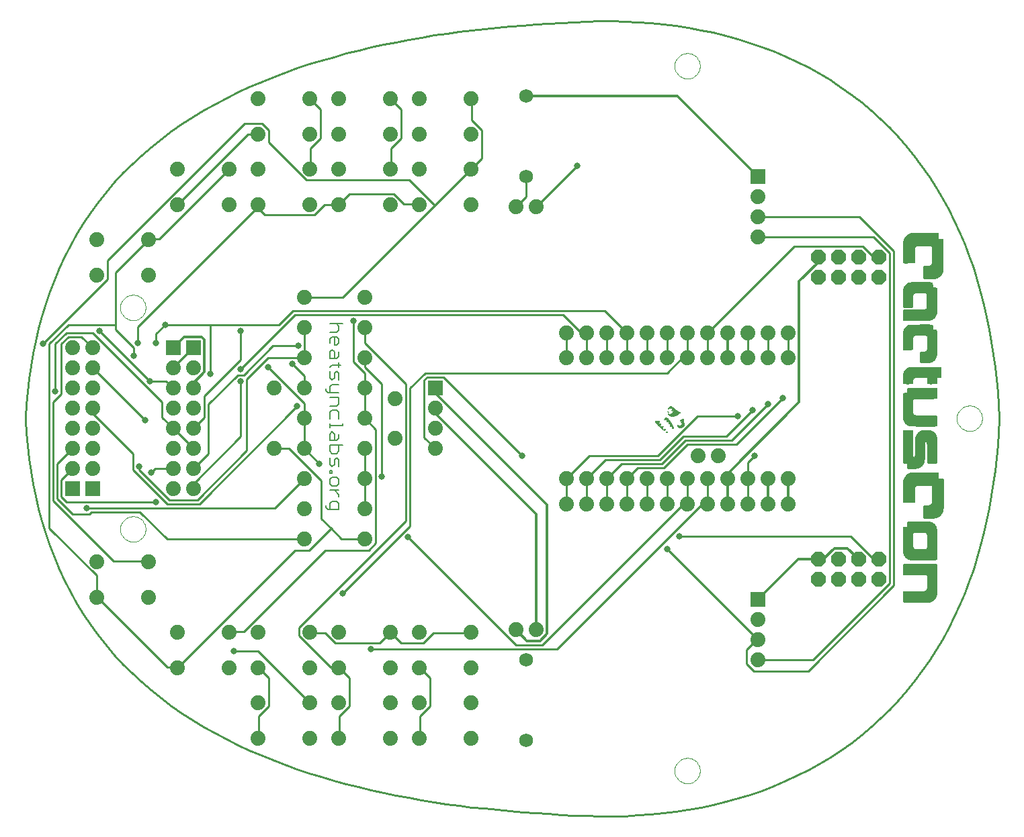
<source format=gtl>
G75*
%MOIN*%
%OFA0B0*%
%FSLAX24Y24*%
%IPPOS*%
%LPD*%
%AMOC8*
5,1,8,0,0,1.08239X$1,22.5*
%
%ADD10C,0.0100*%
%ADD11C,0.0000*%
%ADD12C,0.0060*%
%ADD13C,0.0740*%
%ADD14OC8,0.0740*%
%ADD15R,0.0740X0.0740*%
%ADD16C,0.0680*%
%ADD17C,0.0120*%
%ADD18C,0.0320*%
%ADD19C,0.0000*%
%ADD20C,0.0001*%
D10*
X028635Y039627D02*
X028000Y039609D01*
X027365Y039590D01*
X026730Y039554D01*
X026096Y039517D01*
X025462Y039471D01*
X024829Y039425D01*
X024195Y039370D01*
X023563Y039314D01*
X022931Y039250D01*
X022300Y039186D01*
X021669Y039103D01*
X021040Y039020D01*
X020412Y038927D01*
X019785Y038824D01*
X019159Y038709D01*
X018535Y038591D01*
X017912Y038465D01*
X017292Y038330D01*
X016674Y038184D01*
X016058Y038027D01*
X015445Y037860D01*
X014835Y037682D01*
X014228Y037494D01*
X013625Y037294D01*
X013027Y037081D01*
X012433Y036856D01*
X011845Y036617D01*
X011262Y036364D01*
X010685Y036097D01*
X010116Y035816D01*
X009555Y035517D01*
X009002Y035205D01*
X008459Y034876D01*
X007926Y034529D01*
X007405Y034167D01*
X006895Y033787D01*
X006399Y033390D01*
X005918Y032976D01*
X005452Y032545D01*
X005002Y032096D01*
X004569Y031631D01*
X004155Y031149D01*
X003760Y030652D01*
X003385Y030139D01*
X003030Y029613D01*
X002696Y029072D01*
X002384Y028518D01*
X002093Y027953D01*
X001824Y027378D01*
X001576Y026793D01*
X001349Y026200D01*
X001144Y025598D01*
X000959Y024991D01*
X000794Y024378D01*
X000648Y023760D01*
X000522Y023138D01*
X000414Y022512D01*
X000323Y021884D01*
X000249Y021252D01*
X000192Y020620D01*
X000150Y019986D01*
X000150Y019804D01*
X000192Y019171D01*
X000249Y018538D01*
X000323Y017907D01*
X000414Y017278D01*
X000522Y016652D01*
X000649Y016030D01*
X000794Y015412D01*
X000959Y014799D01*
X001144Y014191D01*
X001349Y013589D01*
X001576Y012996D01*
X001823Y012411D01*
X002093Y011836D01*
X002384Y011271D01*
X002696Y010717D01*
X003030Y010176D01*
X003384Y009650D01*
X003759Y009137D01*
X004154Y008640D01*
X004568Y008158D01*
X005001Y007692D01*
X005450Y007243D01*
X005916Y006813D01*
X006398Y006398D01*
X006893Y006001D01*
X007403Y005620D01*
X007924Y005257D01*
X008457Y004910D01*
X009000Y004581D01*
X009553Y004267D01*
X010114Y003969D01*
X010683Y003687D01*
X011260Y003420D01*
X011842Y003167D01*
X012431Y002927D01*
X013025Y002701D01*
X013623Y002489D01*
X014226Y002287D01*
X014833Y002098D01*
X015443Y001921D01*
X016056Y001754D01*
X016672Y001598D01*
X017290Y001452D01*
X017911Y001316D01*
X018533Y001189D01*
X019157Y001070D01*
X019783Y000955D01*
X020410Y000852D01*
X021039Y000759D01*
X021668Y000676D01*
X022299Y000593D01*
X022930Y000529D01*
X023562Y000465D01*
X024195Y000409D01*
X024828Y000354D01*
X025462Y000308D01*
X026096Y000262D01*
X026730Y000225D01*
X027365Y000189D01*
X028000Y000170D01*
X028635Y000152D01*
X029265Y000150D01*
X029894Y000159D01*
X030524Y000196D01*
X031152Y000242D01*
X031779Y000297D01*
X032405Y000380D01*
X033027Y000473D01*
X033647Y000588D01*
X034264Y000718D01*
X034876Y000867D01*
X035484Y001034D01*
X036086Y001220D01*
X036681Y001426D01*
X037270Y001651D01*
X037850Y001897D01*
X038422Y002162D01*
X038984Y002447D01*
X039535Y002753D01*
X040074Y003077D01*
X040601Y003423D01*
X041114Y003790D01*
X041613Y004175D01*
X042096Y004579D01*
X042563Y005000D01*
X043014Y005441D01*
X043447Y005899D01*
X043862Y006373D01*
X044258Y006862D01*
X044635Y007366D01*
X044994Y007884D01*
X045333Y008416D01*
X045653Y008959D01*
X045953Y009513D01*
X046235Y010077D01*
X046497Y010650D01*
X046741Y011230D01*
X046967Y011818D01*
X047174Y012413D01*
X047365Y013013D01*
X047538Y013618D01*
X047695Y014228D01*
X047836Y014841D01*
X047962Y015459D01*
X048072Y016078D01*
X048168Y016701D01*
X048250Y017325D01*
X048319Y017952D01*
X048375Y018580D01*
X048419Y019210D01*
X048450Y019838D01*
X048450Y019941D01*
X048419Y020570D01*
X048375Y021199D01*
X048319Y021827D01*
X048250Y022454D01*
X048168Y023078D01*
X048072Y023700D01*
X047962Y024319D01*
X047836Y024937D01*
X047695Y025550D01*
X047538Y026161D01*
X047365Y026767D01*
X047174Y027366D01*
X046967Y027961D01*
X046741Y028549D01*
X046497Y029130D01*
X046235Y029703D01*
X045953Y030267D01*
X045653Y030821D01*
X045333Y031364D01*
X044994Y031896D01*
X044635Y032413D01*
X044258Y032917D01*
X043862Y033407D01*
X043447Y033881D01*
X043014Y034339D01*
X042563Y034780D01*
X042096Y035201D01*
X041613Y035605D01*
X041114Y035990D01*
X040601Y036357D01*
X040074Y036703D01*
X039535Y037028D01*
X038983Y037333D01*
X038422Y037618D01*
X037850Y037883D01*
X037270Y038129D01*
X036681Y038354D01*
X036086Y038560D01*
X035484Y038747D01*
X034876Y038913D01*
X034264Y039062D01*
X033648Y039192D01*
X033028Y039307D01*
X032405Y039400D01*
X031780Y039483D01*
X031152Y039538D01*
X030524Y039584D01*
X029895Y039621D01*
X029265Y039630D01*
X028635Y039628D01*
X035985Y016902D02*
X035985Y015652D01*
X035985Y022902D02*
X035985Y024152D01*
X035985Y016902D02*
X035985Y017702D01*
X036335Y018052D01*
X029985Y016902D02*
X029985Y015652D01*
X037735Y020902D02*
X035435Y018602D01*
X032985Y018602D01*
X031835Y017452D01*
X030535Y017452D01*
X029985Y016902D01*
X028985Y016902D02*
X028985Y015652D01*
X036985Y020602D02*
X035185Y018802D01*
X032885Y018802D01*
X031735Y017652D01*
X029735Y017652D01*
X028985Y016902D01*
X027985Y016902D02*
X027985Y015652D01*
X036235Y020302D02*
X034935Y019002D01*
X032785Y019002D01*
X031635Y017852D01*
X028935Y017852D01*
X027985Y016902D01*
X037985Y022902D02*
X037985Y024152D01*
X026985Y024152D02*
X026985Y022902D01*
X027985Y022902D02*
X027985Y024152D01*
X008485Y016402D02*
X008485Y016652D01*
X010835Y019002D01*
X010835Y021752D01*
X027985Y024152D02*
X027735Y024152D01*
X026835Y025052D01*
X013535Y025052D01*
X010835Y022352D01*
X031985Y013402D02*
X036485Y008902D01*
X036485Y029902D02*
X041535Y029902D01*
X043235Y028202D01*
X043235Y011602D01*
X038985Y007352D01*
X036285Y007352D01*
X035935Y007702D01*
X035935Y008402D01*
X036435Y008902D01*
X036485Y008902D01*
X024785Y018052D02*
X020885Y021952D01*
X020085Y021952D01*
X019935Y021802D01*
X019935Y018952D01*
X020485Y018402D01*
X036485Y028902D02*
X042235Y028902D01*
X043035Y028102D01*
X043035Y011702D01*
X039235Y007902D01*
X036485Y007902D01*
X033985Y015652D02*
X033985Y016902D01*
X002485Y017402D02*
X001935Y016852D01*
X001935Y016002D01*
X002185Y015752D01*
X006635Y015752D01*
X007485Y017402D02*
X006585Y017402D01*
X006385Y017202D01*
X033985Y015652D02*
X033735Y015652D01*
X026535Y008452D01*
X017285Y008452D01*
X032985Y015652D02*
X032985Y016902D01*
X003185Y015452D02*
X012535Y015452D01*
X013985Y016902D01*
X032985Y015652D02*
X032785Y015652D01*
X025785Y008652D01*
X024485Y008652D01*
X019135Y014002D01*
X031985Y015652D02*
X031985Y016902D01*
X030985Y016902D02*
X030985Y015652D01*
X042485Y012902D02*
X042235Y012902D01*
X041085Y014052D01*
X032585Y014052D01*
X033985Y022902D02*
X033985Y024152D01*
X042485Y027902D02*
X042235Y027902D01*
X041685Y028452D01*
X038285Y028452D01*
X033985Y024152D01*
X032985Y024152D02*
X032985Y022902D01*
X013985Y013902D02*
X007185Y013902D01*
X005835Y015252D01*
X003435Y015252D01*
X003335Y015152D01*
X002485Y015152D01*
X001735Y015902D01*
X001735Y017652D01*
X002485Y018402D01*
X032985Y022902D02*
X032735Y022902D01*
X031985Y022152D01*
X019985Y022152D01*
X019235Y021402D01*
X019235Y014552D01*
X015885Y011202D01*
X031985Y022902D02*
X031985Y024152D01*
X010835Y024252D02*
X010835Y022802D01*
X009035Y021002D01*
X009035Y019952D01*
X008485Y019402D01*
X030985Y022902D02*
X030985Y024152D01*
X001635Y021252D02*
X001635Y023602D01*
X002185Y024152D01*
X003485Y024152D01*
X006935Y020702D01*
X006935Y019952D01*
X007485Y019402D01*
X008485Y018402D01*
X012735Y024552D02*
X009335Y024552D01*
X007085Y024552D01*
X012735Y024552D02*
X013435Y025252D01*
X028885Y025252D01*
X029985Y024152D01*
X006635Y023652D02*
X006635Y024102D01*
X007085Y024552D01*
X009335Y024552D02*
X009335Y022102D01*
X029985Y022902D02*
X029985Y024152D01*
X028985Y024152D02*
X028985Y022902D01*
X006335Y021752D02*
X007135Y021752D01*
X007485Y021402D01*
X006335Y021752D02*
X003835Y024252D01*
X013685Y023502D02*
X012435Y023502D01*
X010985Y022052D01*
X010685Y022052D01*
X009235Y020602D01*
X009235Y018152D01*
X008485Y017402D01*
X026985Y016902D02*
X026985Y015652D01*
X035485Y020002D02*
X033485Y020002D01*
X031535Y018052D01*
X028135Y018052D01*
X026985Y016902D01*
X036985Y022902D02*
X036985Y024152D01*
X003485Y020402D02*
X003485Y020152D01*
X005485Y018152D01*
X005485Y017352D01*
X007185Y015652D01*
X008785Y015652D01*
X013635Y020502D01*
X007735Y030552D02*
X011185Y034002D01*
X011685Y034002D01*
X007735Y030552D02*
X007705Y030512D01*
X011685Y034002D02*
X011705Y034012D01*
X013985Y021402D02*
X013985Y022002D01*
X013385Y022602D01*
X013985Y025902D02*
X015885Y025902D01*
X022235Y032252D02*
X020460Y030477D01*
X015885Y025902D01*
X022235Y032252D02*
X022265Y032292D01*
X022285Y035752D02*
X022285Y034702D01*
X022785Y034202D01*
X022785Y032802D01*
X022285Y032302D01*
X022285Y035752D02*
X022265Y035792D01*
X022285Y032302D02*
X022265Y032292D01*
X019735Y004052D02*
X019735Y005102D01*
X020235Y005602D01*
X020235Y007002D01*
X019735Y007502D01*
X019735Y004052D02*
X019705Y004012D01*
X019735Y007502D02*
X019705Y007512D01*
X020435Y030502D02*
X019185Y031752D01*
X014085Y031752D01*
X012235Y033602D01*
X012235Y034202D01*
X011885Y034552D01*
X011035Y034552D01*
X004235Y027752D01*
X004235Y026802D01*
X001035Y023602D01*
X020435Y030502D02*
X020460Y030477D01*
X018285Y032302D02*
X018285Y033302D01*
X018785Y033802D01*
X018785Y035252D01*
X018285Y035752D01*
X018285Y032302D02*
X018265Y032292D01*
X018285Y035752D02*
X018265Y035792D01*
X015735Y004052D02*
X015735Y005102D01*
X016235Y005602D01*
X016235Y007002D01*
X015735Y007502D01*
X015735Y004052D02*
X015705Y004012D01*
X015735Y007502D02*
X015705Y007512D01*
X016985Y024402D02*
X016985Y023652D01*
X019035Y021602D01*
X019035Y014802D01*
X013735Y009502D01*
X013735Y009102D01*
X015285Y007552D01*
X015685Y007552D01*
X015705Y007512D01*
X013985Y022902D02*
X013985Y024402D01*
X014285Y032302D02*
X014285Y033302D01*
X014785Y033802D01*
X014785Y035252D01*
X014285Y035752D01*
X014285Y032302D02*
X014265Y032292D01*
X014285Y035752D02*
X014265Y035792D01*
X011735Y004052D02*
X011735Y005102D01*
X012235Y005602D01*
X012235Y007002D01*
X011735Y007502D01*
X011735Y004052D02*
X011705Y004012D01*
X011735Y007502D02*
X011705Y007512D01*
X013985Y022902D02*
X012185Y022902D01*
X011135Y021852D01*
X011135Y018302D01*
X008685Y015852D01*
X007285Y015852D01*
X005785Y017352D01*
X005785Y017502D01*
X005535Y023002D02*
X005535Y023402D01*
X004635Y024302D01*
X004635Y027152D02*
X004635Y024552D01*
X004635Y024302D01*
X004635Y027152D02*
X006235Y028752D01*
X006265Y028792D01*
X010235Y032252D02*
X006785Y028802D01*
X006285Y028802D01*
X010235Y032252D02*
X010265Y032292D01*
X006285Y028802D02*
X006265Y028792D01*
X007685Y007552D02*
X007185Y007552D01*
X003735Y011002D01*
X007685Y007552D02*
X007705Y007512D01*
X003735Y011002D02*
X003705Y011012D01*
X012485Y018402D02*
X013235Y018402D01*
X014835Y016802D01*
X014835Y014902D01*
X015835Y013902D02*
X015310Y014427D01*
X014835Y014902D01*
X015835Y013902D02*
X016985Y013902D01*
X016985Y022902D02*
X016985Y022452D01*
X017835Y021602D01*
X017835Y017002D01*
X007735Y007552D02*
X013535Y013352D01*
X014235Y013352D01*
X015285Y014402D01*
X007735Y007552D02*
X007705Y007512D01*
X015285Y014402D02*
X015310Y014427D01*
X004635Y024552D02*
X002285Y024552D01*
X001335Y023602D01*
X001335Y014452D01*
X003685Y012102D01*
X003685Y011052D01*
X003705Y011012D01*
X010285Y009302D02*
X010985Y009302D01*
X015035Y013352D01*
X017185Y013352D01*
X017535Y013702D01*
X017535Y019352D01*
X016985Y019902D01*
X010285Y009302D02*
X010265Y009292D01*
X016985Y019902D02*
X016985Y021402D01*
X005735Y023652D02*
X005735Y024452D01*
X011685Y030402D01*
X011685Y030502D01*
X011705Y030512D01*
X015685Y030502D02*
X014985Y030502D01*
X014485Y030002D01*
X012035Y030002D01*
X011685Y030352D01*
X015685Y030502D02*
X015705Y030512D01*
X011705Y030512D02*
X011685Y030352D01*
X019685Y030552D02*
X018935Y030552D01*
X018435Y031052D01*
X016235Y031052D01*
X015735Y030552D01*
X019685Y030552D02*
X019705Y030512D01*
X015735Y030552D02*
X015705Y030512D01*
X016985Y021402D02*
X016985Y022152D01*
X016435Y022702D01*
X016435Y024752D01*
X013985Y019902D02*
X013985Y018402D01*
X012185Y022452D02*
X013985Y020652D01*
X013985Y019902D01*
X014285Y009252D02*
X015035Y009252D01*
X015535Y008752D01*
X017735Y008752D01*
X018235Y009252D01*
X014285Y009252D02*
X014265Y009292D01*
X018235Y009252D02*
X018265Y009292D01*
X006085Y019802D02*
X003485Y022402D01*
X022235Y009252D02*
X020385Y009252D01*
X019885Y008752D01*
X018785Y008752D01*
X018285Y009252D01*
X022235Y009252D02*
X022265Y009292D01*
X018285Y009252D02*
X018265Y009292D01*
X014735Y017652D02*
X013985Y018402D01*
X006235Y012802D02*
X004535Y012802D01*
X001535Y015802D01*
X001535Y020702D01*
X001935Y021102D01*
X001935Y023602D01*
X002285Y023952D01*
X002935Y023952D01*
X003485Y023402D01*
X006235Y012802D02*
X006265Y012792D01*
X016985Y015402D02*
X016985Y016902D01*
X016985Y018402D01*
X010485Y008352D02*
X011685Y008352D01*
X014235Y005802D01*
X014265Y005792D01*
X025485Y030402D02*
X027535Y032452D01*
X024985Y031902D02*
X024985Y030902D01*
X024485Y030402D01*
D11*
X004855Y025402D02*
X004857Y025452D01*
X004863Y025502D01*
X004873Y025551D01*
X004887Y025599D01*
X004904Y025646D01*
X004925Y025691D01*
X004950Y025735D01*
X004978Y025776D01*
X005010Y025815D01*
X005044Y025852D01*
X005081Y025886D01*
X005121Y025916D01*
X005163Y025943D01*
X005207Y025967D01*
X005253Y025988D01*
X005300Y026004D01*
X005348Y026017D01*
X005398Y026026D01*
X005447Y026031D01*
X005498Y026032D01*
X005548Y026029D01*
X005597Y026022D01*
X005646Y026011D01*
X005694Y025996D01*
X005740Y025978D01*
X005785Y025956D01*
X005828Y025930D01*
X005869Y025901D01*
X005908Y025869D01*
X005944Y025834D01*
X005976Y025796D01*
X006006Y025756D01*
X006033Y025713D01*
X006056Y025669D01*
X006075Y025623D01*
X006091Y025575D01*
X006103Y025526D01*
X006111Y025477D01*
X006115Y025427D01*
X006115Y025377D01*
X006111Y025327D01*
X006103Y025278D01*
X006091Y025229D01*
X006075Y025181D01*
X006056Y025135D01*
X006033Y025091D01*
X006006Y025048D01*
X005976Y025008D01*
X005944Y024970D01*
X005908Y024935D01*
X005869Y024903D01*
X005828Y024874D01*
X005785Y024848D01*
X005740Y024826D01*
X005694Y024808D01*
X005646Y024793D01*
X005597Y024782D01*
X005548Y024775D01*
X005498Y024772D01*
X005447Y024773D01*
X005398Y024778D01*
X005348Y024787D01*
X005300Y024800D01*
X005253Y024816D01*
X005207Y024837D01*
X005163Y024861D01*
X005121Y024888D01*
X005081Y024918D01*
X005044Y024952D01*
X005010Y024989D01*
X004978Y025028D01*
X004950Y025069D01*
X004925Y025113D01*
X004904Y025158D01*
X004887Y025205D01*
X004873Y025253D01*
X004863Y025302D01*
X004857Y025352D01*
X004855Y025402D01*
X004855Y014402D02*
X004857Y014452D01*
X004863Y014502D01*
X004873Y014551D01*
X004887Y014599D01*
X004904Y014646D01*
X004925Y014691D01*
X004950Y014735D01*
X004978Y014776D01*
X005010Y014815D01*
X005044Y014852D01*
X005081Y014886D01*
X005121Y014916D01*
X005163Y014943D01*
X005207Y014967D01*
X005253Y014988D01*
X005300Y015004D01*
X005348Y015017D01*
X005398Y015026D01*
X005447Y015031D01*
X005498Y015032D01*
X005548Y015029D01*
X005597Y015022D01*
X005646Y015011D01*
X005694Y014996D01*
X005740Y014978D01*
X005785Y014956D01*
X005828Y014930D01*
X005869Y014901D01*
X005908Y014869D01*
X005944Y014834D01*
X005976Y014796D01*
X006006Y014756D01*
X006033Y014713D01*
X006056Y014669D01*
X006075Y014623D01*
X006091Y014575D01*
X006103Y014526D01*
X006111Y014477D01*
X006115Y014427D01*
X006115Y014377D01*
X006111Y014327D01*
X006103Y014278D01*
X006091Y014229D01*
X006075Y014181D01*
X006056Y014135D01*
X006033Y014091D01*
X006006Y014048D01*
X005976Y014008D01*
X005944Y013970D01*
X005908Y013935D01*
X005869Y013903D01*
X005828Y013874D01*
X005785Y013848D01*
X005740Y013826D01*
X005694Y013808D01*
X005646Y013793D01*
X005597Y013782D01*
X005548Y013775D01*
X005498Y013772D01*
X005447Y013773D01*
X005398Y013778D01*
X005348Y013787D01*
X005300Y013800D01*
X005253Y013816D01*
X005207Y013837D01*
X005163Y013861D01*
X005121Y013888D01*
X005081Y013918D01*
X005044Y013952D01*
X005010Y013989D01*
X004978Y014028D01*
X004950Y014069D01*
X004925Y014113D01*
X004904Y014158D01*
X004887Y014205D01*
X004873Y014253D01*
X004863Y014302D01*
X004857Y014352D01*
X004855Y014402D01*
X046355Y019902D02*
X046357Y019952D01*
X046363Y020002D01*
X046373Y020051D01*
X046387Y020099D01*
X046404Y020146D01*
X046425Y020191D01*
X046450Y020235D01*
X046478Y020276D01*
X046510Y020315D01*
X046544Y020352D01*
X046581Y020386D01*
X046621Y020416D01*
X046663Y020443D01*
X046707Y020467D01*
X046753Y020488D01*
X046800Y020504D01*
X046848Y020517D01*
X046898Y020526D01*
X046947Y020531D01*
X046998Y020532D01*
X047048Y020529D01*
X047097Y020522D01*
X047146Y020511D01*
X047194Y020496D01*
X047240Y020478D01*
X047285Y020456D01*
X047328Y020430D01*
X047369Y020401D01*
X047408Y020369D01*
X047444Y020334D01*
X047476Y020296D01*
X047506Y020256D01*
X047533Y020213D01*
X047556Y020169D01*
X047575Y020123D01*
X047591Y020075D01*
X047603Y020026D01*
X047611Y019977D01*
X047615Y019927D01*
X047615Y019877D01*
X047611Y019827D01*
X047603Y019778D01*
X047591Y019729D01*
X047575Y019681D01*
X047556Y019635D01*
X047533Y019591D01*
X047506Y019548D01*
X047476Y019508D01*
X047444Y019470D01*
X047408Y019435D01*
X047369Y019403D01*
X047328Y019374D01*
X047285Y019348D01*
X047240Y019326D01*
X047194Y019308D01*
X047146Y019293D01*
X047097Y019282D01*
X047048Y019275D01*
X046998Y019272D01*
X046947Y019273D01*
X046898Y019278D01*
X046848Y019287D01*
X046800Y019300D01*
X046753Y019316D01*
X046707Y019337D01*
X046663Y019361D01*
X046621Y019388D01*
X046581Y019418D01*
X046544Y019452D01*
X046510Y019489D01*
X046478Y019528D01*
X046450Y019569D01*
X046425Y019613D01*
X046404Y019658D01*
X046387Y019705D01*
X046373Y019753D01*
X046363Y019802D01*
X046357Y019852D01*
X046355Y019902D01*
X032355Y002402D02*
X032357Y002452D01*
X032363Y002502D01*
X032373Y002551D01*
X032387Y002599D01*
X032404Y002646D01*
X032425Y002691D01*
X032450Y002735D01*
X032478Y002776D01*
X032510Y002815D01*
X032544Y002852D01*
X032581Y002886D01*
X032621Y002916D01*
X032663Y002943D01*
X032707Y002967D01*
X032753Y002988D01*
X032800Y003004D01*
X032848Y003017D01*
X032898Y003026D01*
X032947Y003031D01*
X032998Y003032D01*
X033048Y003029D01*
X033097Y003022D01*
X033146Y003011D01*
X033194Y002996D01*
X033240Y002978D01*
X033285Y002956D01*
X033328Y002930D01*
X033369Y002901D01*
X033408Y002869D01*
X033444Y002834D01*
X033476Y002796D01*
X033506Y002756D01*
X033533Y002713D01*
X033556Y002669D01*
X033575Y002623D01*
X033591Y002575D01*
X033603Y002526D01*
X033611Y002477D01*
X033615Y002427D01*
X033615Y002377D01*
X033611Y002327D01*
X033603Y002278D01*
X033591Y002229D01*
X033575Y002181D01*
X033556Y002135D01*
X033533Y002091D01*
X033506Y002048D01*
X033476Y002008D01*
X033444Y001970D01*
X033408Y001935D01*
X033369Y001903D01*
X033328Y001874D01*
X033285Y001848D01*
X033240Y001826D01*
X033194Y001808D01*
X033146Y001793D01*
X033097Y001782D01*
X033048Y001775D01*
X032998Y001772D01*
X032947Y001773D01*
X032898Y001778D01*
X032848Y001787D01*
X032800Y001800D01*
X032753Y001816D01*
X032707Y001837D01*
X032663Y001861D01*
X032621Y001888D01*
X032581Y001918D01*
X032544Y001952D01*
X032510Y001989D01*
X032478Y002028D01*
X032450Y002069D01*
X032425Y002113D01*
X032404Y002158D01*
X032387Y002205D01*
X032373Y002253D01*
X032363Y002302D01*
X032357Y002352D01*
X032355Y002402D01*
X032355Y037402D02*
X032357Y037452D01*
X032363Y037502D01*
X032373Y037551D01*
X032387Y037599D01*
X032404Y037646D01*
X032425Y037691D01*
X032450Y037735D01*
X032478Y037776D01*
X032510Y037815D01*
X032544Y037852D01*
X032581Y037886D01*
X032621Y037916D01*
X032663Y037943D01*
X032707Y037967D01*
X032753Y037988D01*
X032800Y038004D01*
X032848Y038017D01*
X032898Y038026D01*
X032947Y038031D01*
X032998Y038032D01*
X033048Y038029D01*
X033097Y038022D01*
X033146Y038011D01*
X033194Y037996D01*
X033240Y037978D01*
X033285Y037956D01*
X033328Y037930D01*
X033369Y037901D01*
X033408Y037869D01*
X033444Y037834D01*
X033476Y037796D01*
X033506Y037756D01*
X033533Y037713D01*
X033556Y037669D01*
X033575Y037623D01*
X033591Y037575D01*
X033603Y037526D01*
X033611Y037477D01*
X033615Y037427D01*
X033615Y037377D01*
X033611Y037327D01*
X033603Y037278D01*
X033591Y037229D01*
X033575Y037181D01*
X033556Y037135D01*
X033533Y037091D01*
X033506Y037048D01*
X033476Y037008D01*
X033444Y036970D01*
X033408Y036935D01*
X033369Y036903D01*
X033328Y036874D01*
X033285Y036848D01*
X033240Y036826D01*
X033194Y036808D01*
X033146Y036793D01*
X033097Y036782D01*
X033048Y036775D01*
X032998Y036772D01*
X032947Y036773D01*
X032898Y036778D01*
X032848Y036787D01*
X032800Y036800D01*
X032753Y036816D01*
X032707Y036837D01*
X032663Y036861D01*
X032621Y036888D01*
X032581Y036918D01*
X032544Y036952D01*
X032510Y036989D01*
X032478Y037028D01*
X032450Y037069D01*
X032425Y037113D01*
X032404Y037158D01*
X032387Y037205D01*
X032373Y037253D01*
X032363Y037302D01*
X032357Y037352D01*
X032355Y037402D01*
D12*
X015905Y024599D02*
X015265Y024599D01*
X015585Y024599D02*
X015692Y024492D01*
X015692Y024279D01*
X015585Y024172D01*
X015265Y024172D01*
X015265Y023634D02*
X015265Y023848D01*
X015371Y023954D01*
X015585Y023954D01*
X015692Y023848D01*
X015692Y023634D01*
X015585Y023527D01*
X015478Y023527D01*
X015478Y023954D01*
X015692Y023203D02*
X015692Y022990D01*
X015585Y022883D01*
X015265Y022883D01*
X015265Y023203D01*
X015371Y023310D01*
X015478Y023203D01*
X015478Y022883D01*
X015798Y022558D02*
X015371Y022558D01*
X015265Y022452D01*
X015692Y022452D02*
X015692Y022665D01*
X015265Y022236D02*
X015265Y021915D01*
X015371Y021809D01*
X015478Y021915D01*
X015478Y022129D01*
X015585Y022236D01*
X015692Y022129D01*
X015692Y021809D01*
X015692Y021591D02*
X015371Y021591D01*
X015265Y021484D01*
X015265Y021164D01*
X015692Y021164D02*
X015158Y021164D01*
X015051Y021271D01*
X015051Y021377D01*
X015265Y020946D02*
X015692Y020946D01*
X015692Y020626D01*
X015585Y020519D01*
X015265Y020519D01*
X015692Y019875D02*
X015692Y020195D01*
X015585Y020302D01*
X015371Y020302D01*
X015265Y020195D01*
X015265Y019875D01*
X015905Y019657D02*
X015905Y019551D01*
X015265Y019551D01*
X015265Y019657D02*
X015265Y019444D01*
X015692Y019121D02*
X015692Y018907D01*
X015585Y018801D01*
X015265Y018801D01*
X015265Y019121D01*
X015371Y019228D01*
X015478Y019121D01*
X015478Y018801D01*
X015905Y018583D02*
X015265Y018583D01*
X015265Y018263D01*
X015371Y018156D01*
X015585Y018156D01*
X015692Y018263D01*
X015692Y018583D01*
X015265Y017939D02*
X015265Y017618D01*
X015371Y017512D01*
X015478Y017618D01*
X015478Y017832D01*
X015585Y017939D01*
X015692Y017832D01*
X015692Y017512D01*
X015265Y017294D02*
X015371Y017294D01*
X015371Y017187D01*
X015265Y017187D01*
X015265Y017294D01*
X015265Y016865D02*
X015265Y016651D01*
X015371Y016545D01*
X015585Y016545D01*
X015692Y016651D01*
X015692Y016865D01*
X015585Y016972D01*
X015371Y016972D01*
X015265Y016865D01*
X015265Y016327D02*
X015692Y016327D01*
X015478Y016327D02*
X015692Y016114D01*
X015692Y016007D01*
X015051Y015577D02*
X015051Y015470D01*
X015158Y015363D01*
X015692Y015363D01*
X015692Y015683D01*
X015585Y015790D01*
X015371Y015790D01*
X015265Y015683D01*
X015265Y015363D01*
D13*
X037985Y016902D03*
X036985Y016902D03*
X035985Y016902D03*
X034985Y016902D03*
X033985Y016902D03*
X032985Y016902D03*
X031985Y016902D03*
X030985Y016902D03*
X029985Y016902D03*
X028985Y016902D03*
X027985Y016902D03*
X026985Y016902D03*
X026985Y022902D03*
X027985Y022902D03*
X028985Y022902D03*
X029985Y022902D03*
X030985Y022902D03*
X031985Y022902D03*
X032985Y022902D03*
X033985Y022902D03*
X034985Y022902D03*
X035985Y022902D03*
X036985Y022902D03*
X037985Y022902D03*
X033535Y018052D03*
X034535Y018052D03*
X037985Y015652D03*
X036985Y015652D03*
X035985Y015652D03*
X034985Y015652D03*
X033985Y015652D03*
X032985Y015652D03*
X031985Y015652D03*
X030985Y015652D03*
X029985Y015652D03*
X028985Y015652D03*
X027985Y015652D03*
X026985Y015652D03*
X026985Y024152D03*
X027985Y024152D03*
X028985Y024152D03*
X029985Y024152D03*
X030985Y024152D03*
X031985Y024152D03*
X032985Y024152D03*
X033985Y024152D03*
X034985Y024152D03*
X035985Y024152D03*
X036985Y024152D03*
X037985Y024152D03*
X036485Y030902D03*
X036485Y029902D03*
X036485Y028902D03*
X036485Y009902D03*
X036485Y008902D03*
X036485Y007902D03*
X020485Y020402D03*
X020485Y019402D03*
X020485Y018402D03*
X024485Y030402D03*
X025485Y030402D03*
X007485Y022402D03*
X007485Y021402D03*
X007485Y020402D03*
X007485Y019402D03*
X007485Y018402D03*
X007485Y017402D03*
X007485Y016402D03*
X003485Y017402D03*
X003485Y018402D03*
X003485Y019402D03*
X003485Y020402D03*
X003485Y021402D03*
X003485Y022402D03*
X003485Y023402D03*
X019705Y035792D03*
X022265Y035792D03*
X019705Y034012D03*
X022265Y034012D03*
X019705Y032292D03*
X022265Y032292D03*
X019705Y030512D03*
X022265Y030512D03*
X022265Y007512D03*
X019705Y007512D03*
X022265Y009292D03*
X019705Y009292D03*
X022265Y004012D03*
X019705Y004012D03*
X022265Y005792D03*
X019705Y005792D03*
X015705Y035792D03*
X018265Y035792D03*
X015705Y034012D03*
X018265Y034012D03*
X015705Y032292D03*
X018265Y032292D03*
X015705Y030512D03*
X018265Y030512D03*
X018265Y007512D03*
X015705Y007512D03*
X018265Y009292D03*
X015705Y009292D03*
X018265Y004012D03*
X015705Y004012D03*
X018265Y005792D03*
X015705Y005792D03*
X011705Y035792D03*
X014265Y035792D03*
X011705Y034012D03*
X014265Y034012D03*
X011705Y032292D03*
X014265Y032292D03*
X011705Y030512D03*
X014265Y030512D03*
X014265Y007512D03*
X011705Y007512D03*
X014265Y009292D03*
X011705Y009292D03*
X014265Y004012D03*
X011705Y004012D03*
X014265Y005792D03*
X011705Y005792D03*
X007705Y032292D03*
X010265Y032292D03*
X007705Y030512D03*
X010265Y030512D03*
X010265Y007512D03*
X007705Y007512D03*
X010265Y009292D03*
X007705Y009292D03*
X003705Y028792D03*
X006265Y028792D03*
X003705Y027012D03*
X006265Y027012D03*
X006265Y011012D03*
X003705Y011012D03*
X006265Y012792D03*
X003705Y012792D03*
X024485Y009402D03*
X025485Y009402D03*
X016985Y022902D03*
X013985Y022902D03*
X013985Y024402D03*
X016985Y024402D03*
X016985Y025902D03*
X013985Y025902D03*
X013985Y021402D03*
X016985Y021402D03*
X016985Y019902D03*
X013985Y019902D03*
X013985Y018402D03*
X016985Y018402D03*
X013985Y015402D03*
X016985Y015402D03*
X016985Y016902D03*
X013985Y016902D03*
X018485Y018918D03*
X018485Y020886D03*
X008485Y022402D03*
X008485Y021402D03*
X008485Y020402D03*
X008485Y019402D03*
X008485Y018402D03*
X008485Y017402D03*
X008485Y016402D03*
X002485Y017402D03*
X002485Y018402D03*
X002485Y019402D03*
X002485Y020402D03*
X002485Y021402D03*
X002485Y022402D03*
X002485Y023402D03*
X016985Y013902D03*
X013985Y013902D03*
X012485Y018402D03*
X012485Y021402D03*
D14*
X042485Y027902D03*
X042485Y026902D03*
X041485Y027902D03*
X041485Y026902D03*
X040485Y027902D03*
X040485Y026902D03*
X039485Y027902D03*
X039485Y026902D03*
X042485Y012902D03*
X042485Y011902D03*
X041485Y012902D03*
X041485Y011902D03*
X040485Y012902D03*
X040485Y011902D03*
X039485Y012902D03*
X039485Y011902D03*
D15*
X036485Y031902D03*
X036485Y010902D03*
X020485Y021402D03*
X007485Y023402D03*
X003485Y016402D03*
X008485Y023402D03*
X002485Y016402D03*
D16*
X024985Y031902D03*
X024985Y035902D03*
X024985Y007902D03*
X024985Y003902D03*
D17*
X007485Y022402D02*
X008485Y023402D01*
X034985Y022902D02*
X034985Y024152D01*
X036985Y016902D02*
X036985Y015652D01*
X020485Y020402D02*
X020485Y020152D01*
X025485Y015152D01*
X025485Y009402D01*
X024985Y035902D02*
X032485Y035902D01*
X036485Y031902D01*
X008485Y021402D02*
X008485Y021652D01*
X009035Y022202D01*
X009035Y023802D01*
X008885Y023952D01*
X008035Y023952D01*
X007485Y023402D01*
X039485Y012902D02*
X039735Y012902D01*
X040285Y013452D01*
X040935Y013452D01*
X041485Y012902D01*
X034985Y015652D02*
X034985Y016902D01*
X039435Y012902D02*
X038485Y012902D01*
X036485Y010902D01*
X039435Y012902D02*
X039485Y012902D01*
X020485Y021402D02*
X020485Y021152D01*
X026035Y015602D01*
X026035Y009202D01*
X025685Y008852D01*
X025035Y008852D01*
X024485Y009402D01*
X039485Y027902D02*
X039485Y027652D01*
X038535Y026702D01*
X038535Y020702D01*
X034985Y017152D01*
X034985Y016952D01*
X034985Y016902D01*
X037985Y016902D02*
X037985Y015652D01*
D18*
X036335Y018052D03*
X037735Y020902D03*
X036985Y020602D03*
X036235Y020302D03*
X010835Y021752D03*
X010835Y022352D03*
X031985Y013402D03*
X024785Y018052D03*
X006635Y015752D03*
X006385Y017202D03*
X017285Y008452D03*
X003185Y015452D03*
X019135Y014002D03*
X032585Y014052D03*
X015885Y011202D03*
X010835Y024252D03*
X001635Y021252D03*
X007085Y024552D03*
X006635Y023652D03*
X009335Y022102D03*
X006335Y021752D03*
X003835Y024252D03*
X013685Y023502D03*
X035485Y020002D03*
X013635Y020502D03*
X013385Y022602D03*
X001035Y023602D03*
X005785Y017502D03*
X005535Y023002D03*
X017835Y017002D03*
X005735Y023652D03*
X016435Y024752D03*
X012185Y022452D03*
X006085Y019802D03*
X014735Y017652D03*
X010485Y008352D03*
X027535Y032452D03*
D19*
X045351Y012231D02*
X045351Y012192D01*
X045351Y011609D01*
X045351Y011570D01*
X045351Y011455D01*
X045350Y011417D01*
X045350Y011378D01*
X045350Y011340D01*
X045349Y011302D01*
X045348Y011263D01*
X045346Y011224D01*
X045344Y011186D01*
X045339Y011148D01*
X045330Y011110D01*
X045320Y011078D01*
X045308Y011047D01*
X045294Y011017D01*
X045277Y010988D01*
X045254Y010957D01*
X045228Y010928D01*
X045200Y010902D01*
X045170Y010878D01*
X045138Y010855D01*
X045105Y010836D01*
X045071Y010819D01*
X045036Y010805D01*
X045003Y010790D01*
X044965Y010790D01*
X044889Y010790D01*
X044851Y010789D01*
X044738Y010789D01*
X044700Y010788D01*
X044625Y010788D01*
X044587Y010788D01*
X044474Y010788D01*
X044436Y010787D01*
X044361Y010787D01*
X044321Y010787D01*
X044205Y010787D01*
X044166Y010786D01*
X043894Y010786D01*
X043855Y010787D01*
X043816Y010787D01*
X043778Y010788D01*
X043739Y010791D01*
X043702Y010801D01*
X043690Y010832D01*
X043687Y010867D01*
X043686Y010901D01*
X043686Y010935D01*
X043685Y010970D01*
X043685Y011073D01*
X043686Y011109D01*
X043686Y011144D01*
X043687Y011180D01*
X043688Y011215D01*
X043691Y011250D01*
X043698Y011285D01*
X043711Y011311D01*
X043750Y011311D01*
X043788Y011312D01*
X043827Y011312D01*
X043865Y011312D01*
X043904Y011313D01*
X043942Y011313D01*
X043981Y011313D01*
X044019Y011313D01*
X044058Y011314D01*
X044096Y011315D01*
X044135Y011315D01*
X044173Y011315D01*
X044211Y011315D01*
X044250Y011316D01*
X044288Y011317D01*
X044326Y011317D01*
X044364Y011317D01*
X044401Y011317D01*
X044440Y011318D01*
X044478Y011318D01*
X044516Y011319D01*
X044554Y011319D01*
X044592Y011320D01*
X044630Y011321D01*
X044668Y011322D01*
X044706Y011323D01*
X044744Y011325D01*
X044782Y011329D01*
X044817Y011343D01*
X044845Y011367D01*
X044865Y011398D01*
X044873Y011434D01*
X044878Y011471D01*
X044880Y011508D01*
X044881Y011545D01*
X044882Y011582D01*
X044882Y011619D01*
X044883Y011656D01*
X044883Y011845D01*
X044882Y011885D01*
X044881Y011923D01*
X044881Y011963D01*
X044880Y012002D01*
X044879Y012041D01*
X044877Y012080D01*
X044872Y012118D01*
X044837Y012133D01*
X044798Y012135D01*
X044759Y012137D01*
X044720Y012137D01*
X044681Y012138D01*
X044641Y012138D01*
X043718Y012138D01*
X043701Y012162D01*
X043690Y012200D01*
X043687Y012240D01*
X043686Y012279D01*
X043686Y012319D01*
X043686Y012433D01*
X043686Y012468D01*
X043688Y012503D01*
X043688Y012537D01*
X043690Y012572D01*
X043692Y012607D01*
X043697Y012641D01*
X043713Y012665D01*
X043740Y012675D01*
X043779Y012677D01*
X043855Y012678D01*
X043894Y012678D01*
X043932Y012678D01*
X044047Y012678D01*
X044085Y012679D01*
X044315Y012679D01*
X044353Y012678D01*
X044507Y012678D01*
X044545Y012678D01*
X044664Y012678D01*
X044703Y012677D01*
X044782Y012677D01*
X044821Y012677D01*
X044901Y012677D01*
X044940Y012676D01*
X044980Y012675D01*
X045019Y012675D01*
X045059Y012675D01*
X045098Y012674D01*
X045138Y012673D01*
X045177Y012673D01*
X045216Y012672D01*
X045256Y012670D01*
X045296Y012668D01*
X045334Y012661D01*
X045345Y012623D01*
X045347Y012585D01*
X045348Y012545D01*
X045349Y012506D01*
X045350Y012427D01*
X045350Y012388D01*
X045351Y012349D01*
X045351Y012231D01*
X045332Y021402D02*
X045351Y021396D01*
X045351Y021085D01*
X045351Y021049D01*
X045350Y021012D01*
X045350Y020976D01*
X045346Y020940D01*
X045334Y020907D01*
X045296Y020898D01*
X045257Y020896D01*
X045218Y020894D01*
X045180Y020893D01*
X045140Y020892D01*
X045101Y020891D01*
X045063Y020890D01*
X045023Y020890D01*
X044985Y020889D01*
X044945Y020889D01*
X044906Y020888D01*
X044868Y020888D01*
X044828Y020888D01*
X044790Y020887D01*
X044751Y020887D01*
X044712Y020887D01*
X044673Y020886D01*
X044635Y020886D01*
X044596Y020885D01*
X044558Y020885D01*
X044519Y020885D01*
X044481Y020884D01*
X044442Y020883D01*
X044403Y020883D01*
X044365Y020882D01*
X044326Y020881D01*
X044288Y020880D01*
X044250Y020878D01*
X044211Y020876D01*
X044175Y020866D01*
X044170Y020827D01*
X044168Y020788D01*
X044166Y020749D01*
X044166Y020710D01*
X044165Y020671D01*
X044165Y020632D01*
X044165Y020593D01*
X044164Y020554D01*
X044164Y020476D01*
X044165Y020437D01*
X044165Y020398D01*
X044165Y020358D01*
X044166Y020319D01*
X044166Y020280D01*
X044167Y020241D01*
X044169Y020202D01*
X044171Y020163D01*
X044175Y020125D01*
X044193Y020100D01*
X044215Y020080D01*
X044250Y020067D01*
X044287Y020062D01*
X044325Y020060D01*
X044363Y020059D01*
X044401Y020058D01*
X044440Y020058D01*
X044478Y020057D01*
X044516Y020057D01*
X044553Y020056D01*
X044591Y020055D01*
X044630Y020055D01*
X044668Y020055D01*
X044706Y020055D01*
X044782Y020053D01*
X044822Y020053D01*
X044862Y020053D01*
X044901Y020052D01*
X044941Y020052D01*
X045021Y020051D01*
X045061Y020051D01*
X045101Y020050D01*
X045141Y020050D01*
X045181Y020048D01*
X045221Y020047D01*
X045261Y020046D01*
X045301Y020043D01*
X045336Y020028D01*
X045346Y019995D01*
X045349Y019960D01*
X045350Y019926D01*
X045351Y019891D01*
X045351Y019857D01*
X045351Y019822D01*
X045351Y019711D01*
X045351Y019673D01*
X045350Y019635D01*
X045347Y019597D01*
X045340Y019560D01*
X045313Y019535D01*
X045276Y019528D01*
X045237Y019526D01*
X045199Y019525D01*
X045160Y019525D01*
X045122Y019525D01*
X045083Y019524D01*
X044968Y019524D01*
X044930Y019523D01*
X044853Y019523D01*
X044815Y019524D01*
X044661Y019524D01*
X044622Y019525D01*
X044546Y019525D01*
X044508Y019525D01*
X044432Y019525D01*
X044394Y019526D01*
X044318Y019526D01*
X044280Y019527D01*
X044203Y019527D01*
X044165Y019527D01*
X044089Y019527D01*
X044051Y019528D01*
X044013Y019528D01*
X043986Y019541D01*
X043959Y019555D01*
X043932Y019568D01*
X043898Y019586D01*
X043866Y019607D01*
X043836Y019630D01*
X043809Y019656D01*
X043787Y019684D01*
X043767Y019714D01*
X043750Y019745D01*
X043733Y019777D01*
X043718Y019809D01*
X043706Y019843D01*
X043696Y019877D01*
X043693Y019916D01*
X043692Y019955D01*
X043691Y019994D01*
X043691Y020033D01*
X043690Y020072D01*
X043689Y020151D01*
X043688Y020190D01*
X043688Y020229D01*
X043688Y020268D01*
X043688Y020307D01*
X043687Y020347D01*
X043687Y020386D01*
X043686Y020425D01*
X043686Y020855D01*
X043687Y020895D01*
X043687Y020934D01*
X043688Y020973D01*
X043688Y021012D01*
X043689Y021052D01*
X043690Y021090D01*
X043692Y021130D01*
X043716Y021154D01*
X043750Y021163D01*
X043786Y021167D01*
X043821Y021168D01*
X043893Y021168D01*
X043893Y021308D01*
X043895Y021340D01*
X043898Y021372D01*
X043910Y021402D01*
X043946Y021411D01*
X043985Y021413D01*
X044023Y021415D01*
X044061Y021416D01*
X044100Y021417D01*
X044138Y021417D01*
X044177Y021417D01*
X044254Y021417D01*
X044292Y021418D01*
X044798Y021418D01*
X044837Y021417D01*
X044916Y021417D01*
X044956Y021417D01*
X044996Y021417D01*
X045035Y021416D01*
X045075Y021415D01*
X045115Y021415D01*
X045154Y021414D01*
X045194Y021413D01*
X045233Y021412D01*
X045273Y021411D01*
X045312Y021407D01*
X045332Y021402D01*
X045343Y018960D02*
X045351Y018931D01*
X045351Y017711D01*
X045323Y017692D01*
X045291Y017680D01*
X045256Y017676D01*
X045221Y017673D01*
X045186Y017672D01*
X045152Y017672D01*
X045117Y017671D01*
X045082Y017670D01*
X045047Y017670D01*
X045012Y017670D01*
X044977Y017670D01*
X044942Y017674D01*
X044911Y017690D01*
X044883Y017712D01*
X044883Y017750D01*
X044883Y017788D01*
X044883Y017864D01*
X044882Y017903D01*
X044882Y017979D01*
X044881Y018017D01*
X044881Y018094D01*
X044881Y018132D01*
X044881Y018170D01*
X044880Y018208D01*
X044880Y018284D01*
X044880Y018322D01*
X044880Y018360D01*
X044879Y018397D01*
X044879Y018435D01*
X044878Y018472D01*
X044878Y018510D01*
X044876Y018585D01*
X044875Y018623D01*
X044873Y018661D01*
X044870Y018698D01*
X044859Y018734D01*
X044833Y018757D01*
X044799Y018758D01*
X044771Y018739D01*
X044756Y018705D01*
X044752Y018667D01*
X044750Y018630D01*
X044749Y018592D01*
X044748Y018554D01*
X044748Y018517D01*
X044747Y018478D01*
X044746Y018441D01*
X044746Y018403D01*
X044746Y018365D01*
X044745Y018327D01*
X044745Y018290D01*
X044745Y018252D01*
X044745Y018215D01*
X044743Y018140D01*
X044743Y018102D01*
X044743Y018065D01*
X044743Y018028D01*
X044741Y017953D01*
X044740Y017916D01*
X044740Y017878D01*
X044738Y017841D01*
X044735Y017803D01*
X044730Y017767D01*
X044718Y017732D01*
X044702Y017695D01*
X044684Y017661D01*
X044663Y017628D01*
X044641Y017596D01*
X044615Y017567D01*
X044588Y017539D01*
X044558Y017514D01*
X044526Y017492D01*
X044492Y017472D01*
X044457Y017455D01*
X044421Y017441D01*
X044384Y017432D01*
X044346Y017427D01*
X044308Y017425D01*
X044270Y017423D01*
X044231Y017423D01*
X044193Y017422D01*
X044155Y017421D01*
X044118Y017420D01*
X044083Y017420D01*
X044046Y017419D01*
X043975Y017419D01*
X043939Y017421D01*
X043907Y017435D01*
X043898Y017465D01*
X043895Y017497D01*
X043894Y017529D01*
X043893Y017562D01*
X043893Y017669D01*
X043810Y017669D01*
X043771Y017667D01*
X043732Y017669D01*
X043706Y017697D01*
X043696Y017734D01*
X043691Y017773D01*
X043689Y017812D01*
X043688Y017852D01*
X043686Y017890D01*
X043686Y017930D01*
X043686Y017969D01*
X043685Y018008D01*
X043685Y018126D01*
X043686Y018165D01*
X043686Y018322D01*
X043686Y018361D01*
X043686Y018598D01*
X043687Y018637D01*
X043687Y018757D01*
X043688Y018796D01*
X043688Y018875D01*
X043688Y018915D01*
X043688Y018995D01*
X043689Y019035D01*
X043689Y019074D01*
X043690Y019114D01*
X043690Y019153D01*
X043691Y019193D01*
X043691Y019233D01*
X043693Y019273D01*
X043710Y019307D01*
X043745Y019310D01*
X043781Y019312D01*
X043818Y019313D01*
X043854Y019313D01*
X043890Y019314D01*
X044041Y019314D01*
X044078Y019313D01*
X044116Y019310D01*
X044148Y019291D01*
X044157Y019253D01*
X044160Y019215D01*
X044161Y019176D01*
X044162Y019137D01*
X044163Y019098D01*
X044163Y019059D01*
X044163Y019020D01*
X044163Y018982D01*
X044164Y018943D01*
X044164Y018358D01*
X044165Y018319D01*
X044165Y018241D01*
X044165Y018202D01*
X044166Y018163D01*
X044166Y018123D01*
X044168Y018085D01*
X044170Y018045D01*
X044173Y018007D01*
X044184Y017969D01*
X044220Y017964D01*
X044251Y017985D01*
X044273Y018016D01*
X044300Y018061D01*
X044300Y018949D01*
X044312Y018983D01*
X044325Y019017D01*
X044339Y019051D01*
X044355Y019084D01*
X044373Y019116D01*
X044394Y019146D01*
X044418Y019174D01*
X044443Y019200D01*
X044471Y019224D01*
X044501Y019245D01*
X044533Y019263D01*
X044566Y019280D01*
X044601Y019295D01*
X044638Y019304D01*
X044676Y019307D01*
X044715Y019308D01*
X044754Y019309D01*
X045034Y019309D01*
X045059Y019295D01*
X045084Y019282D01*
X045110Y019268D01*
X045138Y019252D01*
X045166Y019233D01*
X045193Y019213D01*
X045218Y019191D01*
X045241Y019167D01*
X045265Y019142D01*
X045285Y019114D01*
X045301Y019083D01*
X045314Y019052D01*
X045325Y019018D01*
X045333Y018990D01*
X045343Y018960D01*
X045350Y024130D02*
X045351Y024092D01*
X045351Y023405D01*
X045351Y023367D01*
X045351Y023290D01*
X045350Y023252D01*
X045350Y023214D01*
X045350Y023176D01*
X045348Y023138D01*
X045347Y023100D01*
X045344Y023062D01*
X045339Y023025D01*
X045329Y022988D01*
X045316Y022952D01*
X045301Y022917D01*
X045284Y022883D01*
X045263Y022852D01*
X045240Y022822D01*
X045213Y022795D01*
X045184Y022770D01*
X045153Y022749D01*
X045120Y022730D01*
X045085Y022714D01*
X045050Y022701D01*
X045016Y022690D01*
X044981Y022684D01*
X044946Y022681D01*
X044910Y022679D01*
X044875Y022678D01*
X044839Y022678D01*
X044804Y022678D01*
X044768Y022678D01*
X044730Y022678D01*
X044692Y022678D01*
X044654Y022679D01*
X044616Y022680D01*
X044578Y022683D01*
X044541Y022690D01*
X044533Y022725D01*
X044531Y022761D01*
X044530Y022797D01*
X044529Y022832D01*
X044529Y022903D01*
X044528Y022939D01*
X044528Y022975D01*
X044529Y023012D01*
X044529Y023048D01*
X044530Y023084D01*
X044531Y023120D01*
X044533Y023156D01*
X044545Y023190D01*
X044576Y023200D01*
X044608Y023204D01*
X044641Y023207D01*
X044673Y023210D01*
X044710Y023212D01*
X044747Y023216D01*
X044783Y023222D01*
X044818Y023234D01*
X044849Y023255D01*
X044867Y023287D01*
X044875Y023324D01*
X044878Y023361D01*
X044880Y023398D01*
X044881Y023435D01*
X044882Y023473D01*
X044882Y023510D01*
X044883Y023547D01*
X044883Y023698D01*
X044882Y023737D01*
X044882Y023777D01*
X044881Y023815D01*
X044881Y023855D01*
X044880Y023894D01*
X044878Y023933D01*
X044877Y023972D01*
X044873Y024011D01*
X044838Y024026D01*
X044800Y024032D01*
X044761Y024035D01*
X044723Y024037D01*
X044685Y024039D01*
X044646Y024040D01*
X044608Y024041D01*
X044569Y024041D01*
X044531Y024042D01*
X044453Y024042D01*
X044415Y024042D01*
X044376Y024042D01*
X044337Y024041D01*
X044298Y024038D01*
X044260Y024032D01*
X044225Y024018D01*
X044196Y023993D01*
X044180Y023958D01*
X044171Y023920D01*
X044168Y023882D01*
X044165Y023843D01*
X044165Y023804D01*
X044164Y023765D01*
X044164Y023495D01*
X044163Y023456D01*
X044162Y023418D01*
X044159Y023379D01*
X044143Y023345D01*
X044108Y023328D01*
X044070Y023325D01*
X044031Y023324D01*
X043705Y023324D01*
X043695Y023350D01*
X043691Y023390D01*
X043690Y023430D01*
X043689Y023469D01*
X043688Y023508D01*
X043687Y023548D01*
X043687Y023588D01*
X043686Y023627D01*
X043686Y023904D01*
X043687Y023944D01*
X043688Y023983D01*
X043688Y024023D01*
X043689Y024063D01*
X043690Y024102D01*
X043691Y024142D01*
X043693Y024182D01*
X043696Y024221D01*
X043706Y024256D01*
X043719Y024290D01*
X043735Y024323D01*
X043753Y024354D01*
X043773Y024384D01*
X043796Y024413D01*
X043820Y024440D01*
X043846Y024465D01*
X043875Y024488D01*
X043904Y024510D01*
X043936Y024528D01*
X043992Y024558D01*
X044030Y024558D01*
X044067Y024558D01*
X044142Y024558D01*
X044179Y024559D01*
X044254Y024559D01*
X044291Y024560D01*
X044366Y024560D01*
X044403Y024560D01*
X044478Y024560D01*
X044516Y024561D01*
X044591Y024561D01*
X044630Y024562D01*
X044899Y024562D01*
X044937Y024561D01*
X044975Y024561D01*
X045014Y024560D01*
X045052Y024559D01*
X045091Y024557D01*
X045128Y024552D01*
X045140Y024521D01*
X045142Y024488D01*
X045143Y024455D01*
X045143Y024421D01*
X045143Y024303D01*
X045227Y024303D01*
X045265Y024304D01*
X045303Y024303D01*
X045332Y024281D01*
X045343Y024244D01*
X045347Y024206D01*
X045349Y024168D01*
X045350Y024130D01*
X045672Y028512D02*
X045673Y028472D01*
X045673Y028156D01*
X045672Y028117D01*
X045672Y027960D01*
X045671Y027921D01*
X045671Y027805D01*
X045671Y027766D01*
X045671Y027650D01*
X045670Y027611D01*
X045670Y027495D01*
X045670Y027457D01*
X045670Y027340D01*
X045669Y027302D01*
X045669Y027224D01*
X045657Y027198D01*
X045645Y027173D01*
X045628Y027138D01*
X045610Y027105D01*
X045588Y027072D01*
X045565Y027042D01*
X045540Y027013D01*
X045513Y026985D01*
X045483Y026960D01*
X045453Y026938D01*
X045420Y026917D01*
X045386Y026899D01*
X045351Y026883D01*
X045325Y026872D01*
X045299Y026860D01*
X045273Y026849D01*
X045234Y026848D01*
X045195Y026848D01*
X045156Y026848D01*
X045116Y026847D01*
X045078Y026847D01*
X045038Y026846D01*
X044999Y026846D01*
X044963Y026845D01*
X044926Y026845D01*
X044854Y026845D01*
X044818Y026845D01*
X044781Y026846D01*
X044745Y026848D01*
X044710Y026855D01*
X044702Y026891D01*
X044699Y026928D01*
X044697Y026966D01*
X044696Y027003D01*
X044695Y027042D01*
X044694Y027079D01*
X044694Y027117D01*
X044693Y027154D01*
X044694Y027192D01*
X044694Y027229D01*
X044695Y027267D01*
X044696Y027305D01*
X044697Y027342D01*
X044700Y027380D01*
X044703Y027417D01*
X044710Y027453D01*
X044738Y027470D01*
X044770Y027474D01*
X044803Y027477D01*
X044836Y027478D01*
X044869Y027479D01*
X044906Y027481D01*
X044944Y027483D01*
X044981Y027486D01*
X045018Y027493D01*
X045053Y027509D01*
X045084Y027531D01*
X045105Y027563D01*
X045113Y027600D01*
X045118Y027639D01*
X045120Y027677D01*
X045121Y027716D01*
X045122Y027793D01*
X045122Y028250D01*
X045121Y028287D01*
X045121Y028324D01*
X045121Y028362D01*
X045120Y028399D01*
X045116Y028437D01*
X045101Y028468D01*
X045063Y028473D01*
X045024Y028475D01*
X044985Y028477D01*
X044946Y028477D01*
X044752Y028477D01*
X044713Y028477D01*
X044676Y028477D01*
X044640Y028476D01*
X044603Y028476D01*
X044566Y028475D01*
X044529Y028475D01*
X044493Y028475D01*
X044456Y028475D01*
X044419Y028474D01*
X044382Y028474D01*
X044345Y028473D01*
X044329Y028461D01*
X044313Y028448D01*
X044288Y028422D01*
X044269Y028392D01*
X044264Y028353D01*
X044262Y028315D01*
X044261Y028277D01*
X044260Y028239D01*
X044259Y028201D01*
X044258Y028163D01*
X044258Y028125D01*
X044258Y028087D01*
X044258Y027863D01*
X044257Y027826D01*
X044257Y027789D01*
X044256Y027752D01*
X044255Y027715D01*
X044252Y027678D01*
X044241Y027645D01*
X044203Y027635D01*
X044165Y027632D01*
X044126Y027630D01*
X044088Y027629D01*
X044050Y027628D01*
X044011Y027628D01*
X043973Y027627D01*
X043933Y027627D01*
X043894Y027626D01*
X043855Y027626D01*
X043815Y027625D01*
X043776Y027626D01*
X043737Y027628D01*
X043703Y027647D01*
X043691Y027683D01*
X043689Y027722D01*
X043687Y027760D01*
X043686Y027800D01*
X043686Y027838D01*
X043686Y027877D01*
X043686Y028228D01*
X043686Y028267D01*
X043686Y028345D01*
X043687Y028385D01*
X043687Y028424D01*
X043688Y028463D01*
X043688Y028502D01*
X043690Y028542D01*
X043691Y028580D01*
X043693Y028620D01*
X043696Y028659D01*
X043701Y028698D01*
X043711Y028736D01*
X043725Y028773D01*
X043740Y028810D01*
X043758Y028845D01*
X043779Y028880D01*
X043802Y028912D01*
X043827Y028943D01*
X043854Y028972D01*
X043883Y028999D01*
X043915Y029023D01*
X043948Y029045D01*
X043983Y029065D01*
X044019Y029082D01*
X044055Y029098D01*
X044094Y029098D01*
X044133Y029099D01*
X044212Y029099D01*
X044251Y029100D01*
X044370Y029100D01*
X044409Y029100D01*
X044488Y029100D01*
X044527Y029101D01*
X044645Y029101D01*
X044685Y029102D01*
X044801Y029102D01*
X044839Y029102D01*
X045108Y029102D01*
X045146Y029102D01*
X045184Y029102D01*
X045223Y029101D01*
X045261Y029101D01*
X045299Y029100D01*
X045338Y029099D01*
X045376Y029098D01*
X045414Y029093D01*
X045431Y029060D01*
X045434Y029021D01*
X045435Y028982D01*
X045435Y028802D01*
X045573Y028802D01*
X045604Y028800D01*
X045635Y028798D01*
X045663Y028787D01*
X045668Y028748D01*
X045670Y028709D01*
X045671Y028669D01*
X045671Y028630D01*
X045671Y028590D01*
X045672Y028551D01*
X045672Y028512D01*
X045570Y022315D02*
X045570Y022280D01*
X045570Y022172D01*
X045570Y022136D01*
X045570Y022099D01*
X045569Y022062D01*
X045568Y022026D01*
X045565Y021989D01*
X045554Y021955D01*
X045519Y021942D01*
X045482Y021939D01*
X045445Y021938D01*
X045351Y021938D01*
X045351Y021806D01*
X045351Y021770D01*
X045350Y021733D01*
X045348Y021697D01*
X045343Y021661D01*
X045314Y021641D01*
X045280Y021633D01*
X045244Y021630D01*
X045208Y021628D01*
X045173Y021627D01*
X045137Y021627D01*
X045101Y021626D01*
X045028Y021626D01*
X044992Y021627D01*
X044956Y021629D01*
X044921Y021637D01*
X044894Y021661D01*
X044885Y021696D01*
X044883Y021733D01*
X044883Y021938D01*
X044470Y021938D01*
X044434Y021938D01*
X044397Y021938D01*
X044361Y021937D01*
X044324Y021935D01*
X044288Y021932D01*
X044251Y021926D01*
X044218Y021912D01*
X044191Y021888D01*
X044176Y021860D01*
X044170Y021828D01*
X044166Y021797D01*
X044164Y021765D01*
X044161Y021725D01*
X044156Y021687D01*
X044140Y021651D01*
X044105Y021634D01*
X044066Y021628D01*
X044026Y021627D01*
X043987Y021627D01*
X043948Y021626D01*
X043872Y021626D01*
X043835Y021627D01*
X043799Y021627D01*
X043763Y021628D01*
X043726Y021630D01*
X043696Y021647D01*
X043690Y021683D01*
X043687Y021720D01*
X043685Y021758D01*
X043685Y021795D01*
X043685Y021870D01*
X043685Y021908D01*
X043686Y021945D01*
X043688Y021982D01*
X043689Y022020D01*
X043691Y022057D01*
X043695Y022095D01*
X043701Y022132D01*
X043715Y022168D01*
X043728Y022207D01*
X043743Y022241D01*
X043763Y022272D01*
X043786Y022302D01*
X043811Y022330D01*
X043839Y022355D01*
X043868Y022380D01*
X043898Y022402D01*
X043930Y022422D01*
X043964Y022438D01*
X044001Y022448D01*
X044040Y022453D01*
X044078Y022455D01*
X044118Y022457D01*
X044156Y022457D01*
X044195Y022458D01*
X044234Y022458D01*
X044273Y022458D01*
X044311Y022459D01*
X045088Y022459D01*
X045127Y022458D01*
X045205Y022458D01*
X045243Y022458D01*
X045282Y022458D01*
X045321Y022457D01*
X045360Y022457D01*
X045398Y022457D01*
X045437Y022457D01*
X045476Y022456D01*
X045515Y022455D01*
X045553Y022453D01*
X045566Y022422D01*
X045568Y022386D01*
X045569Y022351D01*
X045570Y022315D01*
X045351Y025959D02*
X045351Y025920D01*
X045351Y025160D01*
X045343Y025133D01*
X045335Y025106D01*
X045326Y025079D01*
X045312Y025042D01*
X045296Y025005D01*
X045276Y024971D01*
X045253Y024938D01*
X045226Y024908D01*
X045198Y024881D01*
X045166Y024857D01*
X045132Y024836D01*
X045096Y024818D01*
X045059Y024803D01*
X045021Y024792D01*
X044983Y024783D01*
X044945Y024778D01*
X044906Y024776D01*
X044867Y024775D01*
X044828Y024773D01*
X044789Y024773D01*
X044750Y024772D01*
X044711Y024772D01*
X044673Y024772D01*
X043705Y024772D01*
X043695Y024798D01*
X043691Y024832D01*
X043688Y024867D01*
X043687Y024902D01*
X043686Y024937D01*
X043686Y024971D01*
X043685Y025006D01*
X043685Y025109D01*
X043686Y025144D01*
X043686Y025178D01*
X043688Y025213D01*
X043691Y025247D01*
X043701Y025279D01*
X043718Y025302D01*
X044203Y025302D01*
X044241Y025303D01*
X044434Y025303D01*
X044473Y025303D01*
X044511Y025304D01*
X044550Y025305D01*
X044588Y025305D01*
X044627Y025307D01*
X044666Y025308D01*
X044705Y025310D01*
X044743Y025314D01*
X044781Y025321D01*
X044817Y025333D01*
X044847Y025357D01*
X044872Y025387D01*
X044872Y025818D01*
X044871Y025855D01*
X044871Y025892D01*
X044871Y025929D01*
X044870Y025967D01*
X044869Y026003D01*
X044868Y026041D01*
X044866Y026078D01*
X044862Y026115D01*
X044825Y026126D01*
X044785Y026128D01*
X044665Y026130D01*
X044397Y026130D01*
X044360Y026130D01*
X044323Y026129D01*
X044286Y026128D01*
X044249Y026124D01*
X044216Y026110D01*
X044190Y026081D01*
X044176Y026045D01*
X044170Y026007D01*
X044167Y025968D01*
X044166Y025929D01*
X044165Y025890D01*
X044165Y025852D01*
X044164Y025813D01*
X044164Y025581D01*
X044163Y025543D01*
X044162Y025504D01*
X044159Y025465D01*
X044141Y025433D01*
X044106Y025422D01*
X044068Y025419D01*
X044031Y025418D01*
X043994Y025417D01*
X043884Y025417D01*
X043848Y025418D01*
X043813Y025419D01*
X043776Y025420D01*
X043741Y025422D01*
X043706Y025427D01*
X043695Y025465D01*
X043693Y025504D01*
X043691Y025544D01*
X043691Y025584D01*
X043690Y025623D01*
X043690Y025663D01*
X043690Y025703D01*
X043689Y025743D01*
X043689Y025782D01*
X043688Y025822D01*
X043688Y026098D01*
X043689Y026137D01*
X043689Y026177D01*
X043690Y026216D01*
X043691Y026255D01*
X043694Y026295D01*
X043700Y026333D01*
X043711Y026370D01*
X043725Y026407D01*
X043742Y026441D01*
X043762Y026473D01*
X043786Y026504D01*
X043812Y026532D01*
X043840Y026559D01*
X043868Y026583D01*
X043898Y026605D01*
X043930Y026623D01*
X043964Y026638D01*
X044000Y026649D01*
X044036Y026657D01*
X044076Y026660D01*
X044115Y026662D01*
X044155Y026663D01*
X044195Y026664D01*
X044235Y026665D01*
X044275Y026666D01*
X044315Y026666D01*
X044355Y026667D01*
X044395Y026667D01*
X044435Y026667D01*
X044594Y026667D01*
X044634Y026667D01*
X044713Y026667D01*
X044753Y026666D01*
X044793Y026665D01*
X044873Y026664D01*
X044913Y026663D01*
X044953Y026663D01*
X044993Y026662D01*
X045033Y026660D01*
X045072Y026658D01*
X045112Y026653D01*
X045135Y026627D01*
X045138Y026591D01*
X045140Y026555D01*
X045141Y026518D01*
X045141Y026488D01*
X045143Y026427D01*
X045144Y026396D01*
X045235Y026396D01*
X045270Y026395D01*
X045305Y026393D01*
X045339Y026383D01*
X045345Y026345D01*
X045347Y026307D01*
X045348Y026268D01*
X045349Y026230D01*
X045350Y026191D01*
X045350Y026152D01*
X045350Y026113D01*
X045351Y026075D01*
X045351Y025959D01*
X045684Y016529D02*
X045685Y016489D01*
X045685Y016058D01*
X045684Y016020D01*
X045684Y015943D01*
X045683Y015905D01*
X045683Y015867D01*
X045683Y015828D01*
X045683Y015790D01*
X045681Y015713D01*
X045681Y015675D01*
X045680Y015637D01*
X045680Y015598D01*
X045679Y015560D01*
X045678Y015522D01*
X045676Y015483D01*
X045674Y015445D01*
X045671Y015410D01*
X045666Y015375D01*
X045660Y015340D01*
X045649Y015307D01*
X045635Y015274D01*
X045620Y015242D01*
X045601Y015208D01*
X045581Y015175D01*
X045558Y015143D01*
X045533Y015113D01*
X045505Y015087D01*
X045475Y015062D01*
X045444Y015040D01*
X045410Y015020D01*
X045376Y015002D01*
X045342Y014987D01*
X045306Y014974D01*
X045269Y014966D01*
X045231Y014960D01*
X045193Y014957D01*
X045156Y014954D01*
X045118Y014953D01*
X045080Y014952D01*
X045041Y014951D01*
X044891Y014951D01*
X044818Y014952D01*
X044780Y014953D01*
X044743Y014955D01*
X044708Y014963D01*
X044700Y015000D01*
X044698Y015038D01*
X044697Y015075D01*
X044696Y015113D01*
X044696Y015151D01*
X044695Y015189D01*
X044695Y015413D01*
X044696Y015450D01*
X044697Y015487D01*
X044701Y015524D01*
X044712Y015559D01*
X044740Y015582D01*
X044777Y015586D01*
X044851Y015586D01*
X044886Y015587D01*
X044922Y015588D01*
X044957Y015590D01*
X044992Y015597D01*
X045026Y015607D01*
X045056Y015625D01*
X045083Y015648D01*
X045103Y015668D01*
X045122Y015688D01*
X045122Y016314D01*
X045121Y016352D01*
X045121Y016390D01*
X045121Y016428D01*
X045120Y016466D01*
X045119Y016503D01*
X045116Y016542D01*
X045105Y016577D01*
X045068Y016585D01*
X045031Y016588D01*
X044993Y016589D01*
X044955Y016590D01*
X044917Y016590D01*
X044879Y016590D01*
X044841Y016591D01*
X044367Y016591D01*
X044327Y016566D01*
X044296Y016543D01*
X044275Y016510D01*
X044266Y016472D01*
X044263Y016433D01*
X044260Y016395D01*
X044259Y016356D01*
X044258Y016317D01*
X044258Y016278D01*
X044258Y016239D01*
X044258Y015935D01*
X044257Y015898D01*
X044256Y015861D01*
X044255Y015823D01*
X044252Y015786D01*
X044237Y015753D01*
X044206Y015738D01*
X044171Y015734D01*
X044136Y015733D01*
X044101Y015732D01*
X044066Y015732D01*
X043705Y015732D01*
X043695Y015758D01*
X043692Y015797D01*
X043691Y015836D01*
X043690Y015875D01*
X043690Y015913D01*
X043689Y015952D01*
X043688Y015991D01*
X043688Y016030D01*
X043688Y016069D01*
X043687Y016108D01*
X043687Y016185D01*
X043686Y016224D01*
X043686Y016457D01*
X043687Y016496D01*
X043687Y016574D01*
X043688Y016613D01*
X043688Y016652D01*
X043689Y016690D01*
X043690Y016729D01*
X043692Y016768D01*
X043699Y016803D01*
X043709Y016837D01*
X043720Y016870D01*
X043734Y016903D01*
X043750Y016935D01*
X043766Y016967D01*
X043785Y016997D01*
X043808Y017028D01*
X043832Y017059D01*
X043859Y017087D01*
X043888Y017113D01*
X043919Y017137D01*
X043952Y017158D01*
X043986Y017177D01*
X044022Y017193D01*
X044060Y017205D01*
X044098Y017210D01*
X044138Y017212D01*
X044177Y017213D01*
X044216Y017215D01*
X044255Y017215D01*
X044295Y017215D01*
X044334Y017216D01*
X044373Y017217D01*
X044413Y017217D01*
X044452Y017217D01*
X044531Y017217D01*
X044570Y017218D01*
X044649Y017218D01*
X044688Y017218D01*
X044768Y017218D01*
X044808Y017219D01*
X045127Y017219D01*
X045167Y017218D01*
X045207Y017218D01*
X045247Y017218D01*
X045327Y017217D01*
X045367Y017215D01*
X045407Y017211D01*
X045435Y017200D01*
X045435Y016908D01*
X045576Y016908D01*
X045610Y016908D01*
X045642Y016904D01*
X045668Y016885D01*
X045678Y016847D01*
X045680Y016807D01*
X045681Y016768D01*
X045683Y016728D01*
X045683Y016688D01*
X045683Y016648D01*
X045684Y016608D01*
X045684Y016529D01*
X045351Y014042D02*
X045351Y014036D01*
X044881Y014036D01*
X044881Y014065D01*
X044879Y014104D01*
X044876Y014143D01*
X044865Y014180D01*
X044845Y014210D01*
X044815Y014229D01*
X044779Y014236D01*
X044742Y014238D01*
X044706Y014240D01*
X044670Y014240D01*
X044524Y014240D01*
X044488Y014240D01*
X044449Y014240D01*
X044411Y014239D01*
X044372Y014239D01*
X044334Y014238D01*
X044296Y014238D01*
X044257Y014238D01*
X044219Y014238D01*
X044181Y014237D01*
X044173Y014211D01*
X044170Y014172D01*
X044169Y014132D01*
X044168Y014092D01*
X044167Y014053D01*
X044167Y014036D01*
X043688Y014036D01*
X043688Y014168D01*
X043689Y014208D01*
X043689Y014327D01*
X043690Y014367D01*
X043690Y014406D01*
X043691Y014445D01*
X043692Y014485D01*
X043716Y014510D01*
X043750Y014519D01*
X043786Y014523D01*
X043821Y014523D01*
X043893Y014523D01*
X043893Y014622D01*
X043894Y014653D01*
X043895Y014685D01*
X043898Y014716D01*
X043903Y014747D01*
X043913Y014773D01*
X044730Y014773D01*
X044769Y014773D01*
X044808Y014772D01*
X044848Y014772D01*
X044887Y014771D01*
X044926Y014770D01*
X044966Y014767D01*
X045005Y014763D01*
X045044Y014757D01*
X045081Y014747D01*
X045117Y014729D01*
X045151Y014708D01*
X045180Y014688D01*
X045206Y014665D01*
X045232Y014640D01*
X045256Y014614D01*
X045276Y014588D01*
X045295Y014561D01*
X045310Y014532D01*
X045320Y014500D01*
X045329Y014468D01*
X045338Y014430D01*
X045343Y014392D01*
X045346Y014353D01*
X045348Y014314D01*
X045349Y014275D01*
X045350Y014236D01*
X045350Y014197D01*
X045351Y014158D01*
X045351Y014080D01*
X045351Y014042D01*
X044881Y014036D02*
X045351Y014036D01*
X045351Y012920D01*
X045323Y012902D01*
X045286Y012891D01*
X045248Y012888D01*
X045210Y012886D01*
X045172Y012885D01*
X045133Y012884D01*
X045095Y012883D01*
X045056Y012883D01*
X045018Y012882D01*
X044980Y012882D01*
X044941Y012882D01*
X044903Y012882D01*
X044865Y012881D01*
X044788Y012881D01*
X044750Y012880D01*
X044597Y012880D01*
X044559Y012880D01*
X044483Y012880D01*
X044445Y012880D01*
X044368Y012880D01*
X044330Y012881D01*
X044292Y012881D01*
X044216Y012882D01*
X044178Y012883D01*
X044140Y012883D01*
X044101Y012885D01*
X044064Y012887D01*
X044028Y012895D01*
X043992Y012905D01*
X043958Y012917D01*
X043924Y012933D01*
X043892Y012952D01*
X043862Y012973D01*
X043834Y012997D01*
X043808Y013023D01*
X043784Y013052D01*
X043763Y013082D01*
X043743Y013113D01*
X043726Y013146D01*
X043712Y013180D01*
X043701Y013218D01*
X043696Y013257D01*
X043694Y013297D01*
X043693Y013337D01*
X043691Y013376D01*
X043691Y013416D01*
X043691Y013455D01*
X043690Y013495D01*
X043690Y013535D01*
X043690Y013575D01*
X043690Y013653D01*
X043689Y013693D01*
X043689Y013892D01*
X043688Y013931D01*
X043688Y014036D01*
X044167Y014036D01*
X044166Y014013D01*
X044166Y013973D01*
X044166Y013933D01*
X044165Y013894D01*
X044165Y013672D01*
X044166Y013635D01*
X044167Y013598D01*
X044168Y013562D01*
X044171Y013525D01*
X044178Y013490D01*
X044195Y013461D01*
X044216Y013435D01*
X044249Y013420D01*
X044286Y013417D01*
X044323Y013416D01*
X044360Y013415D01*
X044397Y013415D01*
X044651Y013415D01*
X044687Y013415D01*
X044723Y013415D01*
X044758Y013417D01*
X044794Y013418D01*
X044830Y013420D01*
X044864Y013428D01*
X044872Y013463D01*
X044875Y013500D01*
X044876Y013537D01*
X044877Y013573D01*
X044878Y013610D01*
X044879Y013646D01*
X044879Y013683D01*
X044880Y013719D01*
X044880Y013756D01*
X044880Y013793D01*
X044881Y013832D01*
X044881Y013909D01*
X044881Y013948D01*
X044881Y013987D01*
X044881Y014026D01*
X044881Y014036D01*
X031535Y019565D02*
X031504Y019597D01*
X031478Y019623D01*
X031452Y019650D01*
X031428Y019678D01*
X031404Y019706D01*
X031385Y019738D01*
X031392Y019771D01*
X031436Y019782D01*
X031481Y019783D01*
X031526Y019781D01*
X031571Y019773D01*
X031589Y019751D01*
X031572Y019723D01*
X031554Y019689D01*
X031545Y019652D01*
X031569Y019627D01*
X031609Y019631D01*
X031641Y019636D01*
X031673Y019642D01*
X031658Y019612D01*
X031643Y019583D01*
X031629Y019546D01*
X031629Y019507D01*
X031663Y019494D01*
X031701Y019505D01*
X031727Y019516D01*
X031754Y019525D01*
X031774Y019514D01*
X031764Y019488D01*
X031753Y019447D01*
X031755Y019404D01*
X031767Y019357D01*
X031697Y019413D01*
X031663Y019442D01*
X031630Y019472D01*
X031598Y019502D01*
X031566Y019533D01*
X031535Y019565D01*
X031880Y019374D02*
X031864Y019335D01*
X031839Y019310D01*
X031809Y019328D01*
X031797Y019357D01*
X031832Y019367D01*
X031880Y019374D01*
X031956Y019837D02*
X031913Y019839D01*
X031874Y019841D01*
X031838Y019853D01*
X031850Y019883D01*
X031869Y019910D01*
X031891Y019933D01*
X031919Y019949D01*
X031959Y019934D01*
X031993Y019908D01*
X032023Y019877D01*
X032051Y019845D01*
X032078Y019811D01*
X032103Y019777D01*
X032128Y019742D01*
X032152Y019706D01*
X032177Y019667D01*
X032201Y019626D01*
X032224Y019586D01*
X032244Y019544D01*
X032263Y019501D01*
X032276Y019456D01*
X032274Y019410D01*
X032231Y019406D01*
X032211Y019421D01*
X032223Y019444D01*
X032236Y019470D01*
X032224Y019496D01*
X032196Y019506D01*
X032167Y019509D01*
X032129Y019512D01*
X032131Y019544D01*
X032145Y019575D01*
X032150Y019608D01*
X032128Y019632D01*
X032094Y019637D01*
X032056Y019640D01*
X032058Y019672D01*
X032070Y019698D01*
X032067Y019723D01*
X032039Y019728D01*
X032010Y019729D01*
X031972Y019731D01*
X031955Y019756D01*
X031967Y019784D01*
X031978Y019811D01*
X031956Y019837D01*
X031981Y019219D02*
X031946Y019197D01*
X031946Y019197D01*
X031924Y019222D01*
X031932Y019247D01*
X031959Y019257D01*
X032003Y019253D01*
X031981Y019219D01*
X032040Y020209D02*
X032022Y020205D01*
X032022Y020205D01*
X032006Y020236D01*
X032022Y020251D01*
X032040Y020209D01*
X032093Y020050D02*
X032059Y020076D01*
X032034Y020102D01*
X032012Y020131D01*
X032012Y020159D01*
X032044Y020142D01*
X032073Y020126D01*
X032105Y020116D01*
X032139Y020117D01*
X032171Y020127D01*
X032199Y020145D01*
X032225Y020167D01*
X032255Y020206D01*
X032275Y020250D01*
X032278Y020299D01*
X032262Y020345D01*
X032230Y020382D01*
X032188Y020406D01*
X032161Y020416D01*
X032132Y020419D01*
X032104Y020413D01*
X032077Y020401D01*
X032049Y020387D01*
X032021Y020373D01*
X032040Y020400D01*
X032059Y020427D01*
X032082Y020457D01*
X032108Y020485D01*
X032141Y020502D01*
X032178Y020496D01*
X032212Y020477D01*
X032242Y020454D01*
X032272Y020431D01*
X032301Y020406D01*
X032337Y020377D01*
X032373Y020348D01*
X032409Y020321D01*
X032446Y020294D01*
X032484Y020267D01*
X032522Y020243D01*
X032544Y020230D01*
X032588Y020205D01*
X032611Y020192D01*
X032573Y020162D01*
X032536Y020132D01*
X032501Y020106D01*
X032464Y020083D01*
X032426Y020062D01*
X032387Y020044D01*
X032346Y020029D01*
X032303Y020019D01*
X032260Y020013D01*
X032217Y020012D01*
X032174Y020017D01*
X032132Y020030D01*
X032093Y020050D01*
X032242Y020296D02*
X032223Y020270D01*
X032205Y020307D01*
X032223Y020334D01*
X032242Y020296D01*
X032521Y019484D02*
X032498Y019519D01*
X032483Y019563D01*
X032515Y019564D01*
X032554Y019551D01*
X032595Y019545D01*
X032628Y019553D01*
X032658Y019570D01*
X032684Y019591D01*
X032708Y019616D01*
X032727Y019644D01*
X032737Y019676D01*
X032725Y019714D01*
X032700Y019745D01*
X032670Y019771D01*
X032632Y019784D01*
X032645Y019814D01*
X032679Y019841D01*
X032700Y019856D01*
X032722Y019869D01*
X032745Y019881D01*
X032769Y019885D01*
X032782Y019843D01*
X032790Y019800D01*
X032796Y019757D01*
X032802Y019713D01*
X032806Y019679D01*
X032810Y019644D01*
X032813Y019610D01*
X032814Y019575D01*
X032806Y019541D01*
X032785Y019513D01*
X032754Y019485D01*
X032718Y019464D01*
X032678Y019451D01*
X032637Y019445D01*
X032595Y019448D01*
X032555Y019460D01*
X032521Y019484D01*
X032700Y019690D02*
X032682Y019683D01*
X032663Y019712D01*
X032682Y019719D01*
X032700Y019690D01*
D20*
X043834Y010787D02*
X044343Y010787D01*
X044593Y010788D02*
X043794Y010788D01*
X043770Y010789D02*
X044729Y010789D01*
X044978Y010790D02*
X043755Y010790D01*
X043740Y010791D02*
X045004Y010791D01*
X045006Y010792D02*
X043735Y010792D01*
X043732Y010793D02*
X045009Y010793D01*
X045011Y010794D02*
X043728Y010794D01*
X043724Y010795D02*
X045013Y010795D01*
X045016Y010796D02*
X043721Y010796D01*
X043717Y010797D02*
X045018Y010797D01*
X045020Y010798D02*
X043713Y010798D01*
X043710Y010799D02*
X045023Y010799D01*
X045025Y010800D02*
X043706Y010800D01*
X043702Y010801D02*
X045028Y010801D01*
X045030Y010802D02*
X043702Y010802D01*
X043701Y010803D02*
X045032Y010803D01*
X045035Y010804D02*
X043701Y010804D01*
X043701Y010805D02*
X045037Y010805D01*
X045039Y010806D02*
X043700Y010806D01*
X043700Y010807D02*
X045042Y010807D01*
X045044Y010808D02*
X043699Y010808D01*
X043699Y010809D02*
X045046Y010809D01*
X045049Y010810D02*
X043699Y010810D01*
X043698Y010811D02*
X045051Y010811D01*
X045054Y010812D02*
X043698Y010812D01*
X043698Y010813D02*
X045056Y010813D01*
X045058Y010814D02*
X043697Y010814D01*
X043697Y010815D02*
X045061Y010815D01*
X045063Y010816D02*
X043696Y010816D01*
X043696Y010817D02*
X045066Y010817D01*
X045068Y010818D02*
X043696Y010818D01*
X043695Y010819D02*
X045070Y010819D01*
X045072Y010820D02*
X043695Y010820D01*
X043695Y010821D02*
X045074Y010821D01*
X045076Y010822D02*
X043694Y010822D01*
X043694Y010823D02*
X045079Y010823D01*
X045081Y010824D02*
X043693Y010824D01*
X043693Y010825D02*
X045083Y010825D01*
X045085Y010826D02*
X043693Y010826D01*
X043692Y010827D02*
X045087Y010827D01*
X045089Y010828D02*
X043692Y010828D01*
X043691Y010829D02*
X045091Y010829D01*
X045093Y010830D02*
X043691Y010830D01*
X043691Y010831D02*
X045095Y010831D01*
X045097Y010832D02*
X043690Y010832D01*
X043690Y010833D02*
X045099Y010833D01*
X045101Y010834D02*
X043690Y010834D01*
X043690Y010835D02*
X045103Y010835D01*
X045105Y010836D02*
X043690Y010836D01*
X043690Y010837D02*
X045107Y010837D01*
X045108Y010838D02*
X043690Y010838D01*
X043690Y010839D02*
X045110Y010839D01*
X045112Y010840D02*
X043690Y010840D01*
X043689Y010841D02*
X045113Y010841D01*
X045115Y010842D02*
X043689Y010842D01*
X043689Y010843D02*
X045117Y010843D01*
X045119Y010844D02*
X043689Y010844D01*
X043689Y010845D02*
X045120Y010845D01*
X045122Y010846D02*
X043689Y010846D01*
X043689Y010847D02*
X045124Y010847D01*
X045125Y010848D02*
X043689Y010848D01*
X043689Y010849D02*
X045127Y010849D01*
X045129Y010850D02*
X043689Y010850D01*
X043689Y010851D02*
X045131Y010851D01*
X045132Y010852D02*
X043688Y010852D01*
X043688Y010853D02*
X045134Y010853D01*
X045136Y010854D02*
X043688Y010854D01*
X043688Y010855D02*
X045137Y010855D01*
X045139Y010856D02*
X043688Y010856D01*
X043688Y010857D02*
X045140Y010857D01*
X045142Y010858D02*
X043688Y010858D01*
X043688Y010859D02*
X045143Y010859D01*
X045145Y010860D02*
X043688Y010860D01*
X043688Y010861D02*
X045146Y010861D01*
X045147Y010862D02*
X043688Y010862D01*
X043687Y010863D02*
X045149Y010863D01*
X045150Y010864D02*
X043687Y010864D01*
X043687Y010865D02*
X045152Y010865D01*
X045153Y010866D02*
X043687Y010866D01*
X043687Y010867D02*
X045155Y010867D01*
X045156Y010868D02*
X043687Y010868D01*
X043687Y010869D02*
X045157Y010869D01*
X045159Y010870D02*
X043687Y010870D01*
X043687Y010871D02*
X045160Y010871D01*
X045162Y010872D02*
X043687Y010872D01*
X043687Y010873D02*
X045163Y010873D01*
X045164Y010874D02*
X043687Y010874D01*
X043687Y010875D02*
X045166Y010875D01*
X045167Y010876D02*
X043687Y010876D01*
X043687Y010877D02*
X045169Y010877D01*
X045170Y010878D02*
X043687Y010878D01*
X043687Y010879D02*
X045171Y010879D01*
X045172Y010880D02*
X043687Y010880D01*
X043687Y010881D02*
X045174Y010881D01*
X045175Y010882D02*
X043687Y010882D01*
X043686Y010883D02*
X045176Y010883D01*
X045177Y010884D02*
X043686Y010884D01*
X043686Y010885D02*
X045178Y010885D01*
X045180Y010886D02*
X043686Y010886D01*
X043686Y010887D02*
X045181Y010887D01*
X045182Y010888D02*
X043686Y010888D01*
X043686Y010889D02*
X045183Y010889D01*
X045185Y010890D02*
X043686Y010890D01*
X043686Y010891D02*
X045186Y010891D01*
X045187Y010892D02*
X043686Y010892D01*
X043686Y010893D02*
X045188Y010893D01*
X045189Y010894D02*
X043686Y010894D01*
X043686Y010895D02*
X045191Y010895D01*
X045192Y010896D02*
X043686Y010896D01*
X043686Y010897D02*
X045193Y010897D01*
X045194Y010898D02*
X043686Y010898D01*
X043686Y010899D02*
X045195Y010899D01*
X045197Y010900D02*
X043686Y010900D01*
X043686Y010901D02*
X045198Y010901D01*
X045199Y010902D02*
X043686Y010902D01*
X043686Y010903D02*
X045200Y010903D01*
X045201Y010904D02*
X043686Y010904D01*
X043686Y010905D02*
X045202Y010905D01*
X045203Y010906D02*
X043686Y010906D01*
X043686Y010907D02*
X045204Y010907D01*
X045205Y010908D02*
X043686Y010908D01*
X043686Y010909D02*
X045206Y010909D01*
X045208Y010910D02*
X043686Y010910D01*
X043686Y010911D02*
X045209Y010911D01*
X045210Y010912D02*
X043686Y010912D01*
X043686Y010913D02*
X045211Y010913D01*
X045212Y010914D02*
X043686Y010914D01*
X043686Y010915D02*
X045213Y010915D01*
X045214Y010916D02*
X043686Y010916D01*
X043686Y010917D02*
X045215Y010917D01*
X045216Y010918D02*
X043686Y010918D01*
X043686Y010919D02*
X045217Y010919D01*
X045218Y010920D02*
X043686Y010920D01*
X043686Y010921D02*
X045219Y010921D01*
X045220Y010922D02*
X043686Y010922D01*
X043686Y010923D02*
X045221Y010923D01*
X045223Y010924D02*
X043686Y010924D01*
X043686Y010925D02*
X045224Y010925D01*
X045225Y010926D02*
X043686Y010926D01*
X043686Y010927D02*
X045226Y010927D01*
X045227Y010928D02*
X043686Y010928D01*
X043686Y010929D02*
X045228Y010929D01*
X045229Y010930D02*
X043686Y010930D01*
X043686Y010931D02*
X045230Y010931D01*
X045231Y010932D02*
X043686Y010932D01*
X043686Y010933D02*
X045231Y010933D01*
X045232Y010934D02*
X043686Y010934D01*
X043686Y010935D02*
X045233Y010935D01*
X045234Y010936D02*
X043686Y010936D01*
X043686Y010937D02*
X045235Y010937D01*
X045236Y010938D02*
X043686Y010938D01*
X043686Y010939D02*
X045237Y010939D01*
X045238Y010940D02*
X043686Y010940D01*
X043686Y010941D02*
X045239Y010941D01*
X045240Y010942D02*
X043686Y010942D01*
X043686Y010943D02*
X045241Y010943D01*
X045242Y010944D02*
X043686Y010944D01*
X043686Y010945D02*
X045242Y010945D01*
X045243Y010946D02*
X043686Y010946D01*
X043686Y010947D02*
X045244Y010947D01*
X045245Y010948D02*
X043686Y010948D01*
X043686Y010949D02*
X045246Y010949D01*
X045247Y010950D02*
X043686Y010950D01*
X043686Y010951D02*
X045248Y010951D01*
X045249Y010952D02*
X043686Y010952D01*
X043686Y010953D02*
X045250Y010953D01*
X045251Y010954D02*
X043685Y010954D01*
X043685Y010955D02*
X045252Y010955D01*
X045252Y010956D02*
X043685Y010956D01*
X043685Y010957D02*
X045253Y010957D01*
X045254Y010958D02*
X043685Y010958D01*
X043685Y010959D02*
X045255Y010959D01*
X045256Y010960D02*
X043685Y010960D01*
X043685Y010961D02*
X045256Y010961D01*
X045257Y010962D02*
X043685Y010962D01*
X043685Y010963D02*
X045258Y010963D01*
X045259Y010964D02*
X043685Y010964D01*
X043685Y010965D02*
X045259Y010965D01*
X045260Y010966D02*
X043685Y010966D01*
X043685Y010967D02*
X045261Y010967D01*
X045262Y010968D02*
X043685Y010968D01*
X043685Y010969D02*
X045262Y010969D01*
X045263Y010970D02*
X043685Y010970D01*
X043685Y010971D02*
X045264Y010971D01*
X045265Y010972D02*
X043685Y010972D01*
X045266Y010973D02*
X043685Y010973D01*
X045266Y010973D01*
X045267Y010974D02*
X043685Y010974D01*
X043685Y010975D02*
X045268Y010975D01*
X045269Y010976D02*
X043685Y010976D01*
X043685Y010977D02*
X045269Y010977D01*
X045270Y010978D02*
X043685Y010978D01*
X043685Y010979D02*
X045271Y010979D01*
X045272Y010980D02*
X043685Y010980D01*
X043685Y010981D02*
X045272Y010981D01*
X045273Y010982D02*
X043685Y010982D01*
X043685Y010983D02*
X045274Y010983D01*
X045275Y010984D02*
X043685Y010984D01*
X043685Y010985D02*
X045275Y010985D01*
X045276Y010986D02*
X043685Y010986D01*
X043685Y010987D02*
X045277Y010987D01*
X045277Y010988D02*
X043685Y010988D01*
X043685Y010989D02*
X045278Y010989D01*
X045279Y010990D02*
X043685Y010990D01*
X043685Y010991D02*
X045279Y010991D01*
X045280Y010992D02*
X043685Y010992D01*
X043685Y010993D02*
X045280Y010993D01*
X045281Y010994D02*
X043685Y010994D01*
X043685Y010995D02*
X045281Y010995D01*
X045282Y010996D02*
X043685Y010996D01*
X043685Y010997D02*
X045283Y010997D01*
X045283Y010998D02*
X043685Y010998D01*
X043685Y010999D02*
X045284Y010999D01*
X045284Y011000D02*
X043685Y011000D01*
X043685Y011001D02*
X045285Y011001D01*
X045285Y011002D02*
X043685Y011002D01*
X043685Y011003D02*
X045286Y011003D01*
X045287Y011004D02*
X043685Y011004D01*
X043685Y011005D02*
X045287Y011005D01*
X045288Y011006D02*
X043685Y011006D01*
X043685Y011007D02*
X045288Y011007D01*
X045289Y011008D02*
X043685Y011008D01*
X043685Y011009D02*
X045289Y011009D01*
X045290Y011010D02*
X043685Y011010D01*
X043685Y011011D02*
X045291Y011011D01*
X045291Y011012D02*
X043685Y011012D01*
X043685Y011013D02*
X045292Y011013D01*
X045292Y011014D02*
X043685Y011014D01*
X043685Y011015D02*
X045293Y011015D01*
X045294Y011016D02*
X043685Y011016D01*
X043685Y011017D02*
X045294Y011017D01*
X045295Y011018D02*
X043685Y011018D01*
X043685Y011019D02*
X045295Y011019D01*
X045295Y011020D02*
X043685Y011020D01*
X043685Y011021D02*
X045296Y011021D01*
X045296Y011022D02*
X043685Y011022D01*
X043685Y011023D02*
X045297Y011023D01*
X045297Y011024D02*
X043685Y011024D01*
X043685Y011025D02*
X045298Y011025D01*
X045298Y011026D02*
X043685Y011026D01*
X043685Y011027D02*
X045299Y011027D01*
X045299Y011028D02*
X043685Y011028D01*
X043685Y011029D02*
X045300Y011029D01*
X045300Y011030D02*
X043685Y011030D01*
X043685Y011031D02*
X045300Y011031D01*
X045301Y011032D02*
X043685Y011032D01*
X043685Y011033D02*
X045301Y011033D01*
X045302Y011034D02*
X043685Y011034D01*
X043685Y011035D02*
X045302Y011035D01*
X045303Y011036D02*
X043685Y011036D01*
X043685Y011037D02*
X045303Y011037D01*
X045304Y011038D02*
X043685Y011038D01*
X043685Y011039D02*
X045304Y011039D01*
X045305Y011040D02*
X043685Y011040D01*
X043685Y011041D02*
X045305Y011041D01*
X045305Y011042D02*
X043685Y011042D01*
X043685Y011043D02*
X045306Y011043D01*
X045306Y011044D02*
X043685Y011044D01*
X043685Y011045D02*
X045307Y011045D01*
X045307Y011046D02*
X043685Y011046D01*
X043685Y011047D02*
X045308Y011047D01*
X045308Y011048D02*
X043685Y011048D01*
X043685Y011049D02*
X045309Y011049D01*
X045309Y011050D02*
X043685Y011050D01*
X043685Y011051D02*
X045309Y011051D01*
X045310Y011052D02*
X043685Y011052D01*
X043685Y011053D02*
X045310Y011053D01*
X045310Y011054D02*
X043685Y011054D01*
X043685Y011055D02*
X045311Y011055D01*
X045311Y011056D02*
X043685Y011056D01*
X043685Y011057D02*
X045312Y011057D01*
X045312Y011058D02*
X043685Y011058D01*
X043685Y011059D02*
X045312Y011059D01*
X045313Y011060D02*
X043685Y011060D01*
X043685Y011061D02*
X045313Y011061D01*
X045313Y011062D02*
X043685Y011062D01*
X043685Y011063D02*
X045314Y011063D01*
X045314Y011064D02*
X043685Y011064D01*
X043685Y011065D02*
X045315Y011065D01*
X045315Y011066D02*
X043685Y011066D01*
X043685Y011067D02*
X045315Y011067D01*
X045316Y011068D02*
X043685Y011068D01*
X043685Y011069D02*
X045316Y011069D01*
X045316Y011070D02*
X043685Y011070D01*
X043685Y011071D02*
X045317Y011071D01*
X045317Y011072D02*
X043685Y011072D01*
X043685Y011073D02*
X045318Y011073D01*
X045318Y011074D02*
X043685Y011074D01*
X043685Y011075D02*
X045318Y011075D01*
X045319Y011076D02*
X043685Y011076D01*
X043685Y011077D02*
X045319Y011077D01*
X045320Y011078D02*
X043685Y011078D01*
X043685Y011079D02*
X045320Y011079D01*
X045320Y011080D02*
X043685Y011080D01*
X043685Y011081D02*
X045320Y011081D01*
X045321Y011082D02*
X043685Y011082D01*
X043685Y011083D02*
X045321Y011083D01*
X045321Y011084D02*
X043685Y011084D01*
X043685Y011085D02*
X045322Y011085D01*
X045322Y011086D02*
X043685Y011086D01*
X043685Y011087D02*
X045322Y011087D01*
X045323Y011088D02*
X043685Y011088D01*
X043685Y011089D02*
X045323Y011089D01*
X045323Y011090D02*
X043685Y011090D01*
X043686Y011091D02*
X045324Y011091D01*
X045324Y011092D02*
X043686Y011092D01*
X043686Y011093D02*
X045324Y011093D01*
X045325Y011094D02*
X043686Y011094D01*
X043686Y011095D02*
X045325Y011095D01*
X045325Y011096D02*
X043686Y011096D01*
X043686Y011097D02*
X045325Y011097D01*
X045326Y011098D02*
X043686Y011098D01*
X043686Y011099D02*
X045326Y011099D01*
X045326Y011100D02*
X043686Y011100D01*
X043686Y011101D02*
X045327Y011101D01*
X045327Y011102D02*
X043686Y011102D01*
X043686Y011103D02*
X045327Y011103D01*
X045328Y011104D02*
X043686Y011104D01*
X043686Y011105D02*
X045328Y011105D01*
X045328Y011106D02*
X043686Y011106D01*
X043686Y011107D02*
X045329Y011107D01*
X045329Y011108D02*
X043686Y011108D01*
X043686Y011109D02*
X045329Y011109D01*
X045330Y011110D02*
X043686Y011110D01*
X043686Y011111D02*
X045330Y011111D01*
X045330Y011112D02*
X043686Y011112D01*
X043686Y011113D02*
X045330Y011113D01*
X045331Y011114D02*
X043686Y011114D01*
X043686Y011115D02*
X045331Y011115D01*
X045331Y011116D02*
X043686Y011116D01*
X043686Y011117D02*
X045331Y011117D01*
X045332Y011118D02*
X043686Y011118D01*
X043686Y011119D02*
X045332Y011119D01*
X045332Y011120D02*
X043686Y011120D01*
X043686Y011121D02*
X045332Y011121D01*
X045333Y011122D02*
X043686Y011122D01*
X043686Y011123D02*
X045333Y011123D01*
X045333Y011124D02*
X043686Y011124D01*
X043686Y011125D02*
X045333Y011125D01*
X045334Y011126D02*
X043686Y011126D01*
X043686Y011127D02*
X045334Y011127D01*
X045334Y011128D02*
X043686Y011128D01*
X043686Y011129D02*
X045334Y011129D01*
X045335Y011130D02*
X043686Y011130D01*
X043686Y011131D02*
X045335Y011131D01*
X045335Y011132D02*
X043686Y011132D01*
X043686Y011133D02*
X045335Y011133D01*
X045336Y011134D02*
X043686Y011134D01*
X043686Y011135D02*
X045336Y011135D01*
X045336Y011136D02*
X043686Y011136D01*
X043686Y011137D02*
X045336Y011137D01*
X045337Y011138D02*
X043686Y011138D01*
X043686Y011139D02*
X045337Y011139D01*
X045337Y011140D02*
X043686Y011140D01*
X043686Y011141D02*
X045337Y011141D01*
X045338Y011142D02*
X043686Y011142D01*
X043686Y011143D02*
X045338Y011143D01*
X045338Y011144D02*
X043686Y011144D01*
X043686Y011145D02*
X045338Y011145D01*
X045339Y011146D02*
X043686Y011146D01*
X043686Y011147D02*
X045339Y011147D01*
X045339Y011148D02*
X043686Y011148D01*
X043686Y011149D02*
X045339Y011149D01*
X045339Y011150D02*
X043686Y011150D01*
X043686Y011151D02*
X045339Y011151D01*
X045340Y011152D02*
X043686Y011152D01*
X043686Y011153D02*
X045340Y011153D01*
X045340Y011154D02*
X043686Y011154D01*
X043686Y011155D02*
X045340Y011155D01*
X045340Y011156D02*
X043686Y011156D01*
X043686Y011157D02*
X045340Y011157D01*
X045340Y011158D02*
X043686Y011158D01*
X043686Y011159D02*
X045340Y011159D01*
X045341Y011160D02*
X043686Y011160D01*
X043686Y011161D02*
X045341Y011161D01*
X045341Y011162D02*
X043686Y011162D01*
X043686Y011163D02*
X045341Y011163D01*
X045341Y011164D02*
X043687Y011164D01*
X043687Y011165D02*
X045341Y011165D01*
X045341Y011166D02*
X043687Y011166D01*
X043687Y011167D02*
X045341Y011167D01*
X045342Y011168D02*
X043687Y011168D01*
X043687Y011169D02*
X045342Y011169D01*
X045342Y011170D02*
X043687Y011170D01*
X043687Y011171D02*
X045342Y011171D01*
X045342Y011172D02*
X043687Y011172D01*
X043687Y011173D02*
X045342Y011173D01*
X045342Y011174D02*
X043687Y011174D01*
X043687Y011175D02*
X045343Y011175D01*
X045343Y011176D02*
X043687Y011176D01*
X043687Y011177D02*
X045343Y011177D01*
X045343Y011178D02*
X043687Y011178D01*
X043687Y011179D02*
X045343Y011179D01*
X045343Y011180D02*
X043687Y011180D01*
X043687Y011181D02*
X045343Y011181D01*
X045343Y011182D02*
X043687Y011182D01*
X043687Y011183D02*
X045344Y011183D01*
X045344Y011184D02*
X043687Y011184D01*
X043687Y011185D02*
X045344Y011185D01*
X045344Y011186D02*
X043687Y011186D01*
X043687Y011187D02*
X045344Y011187D01*
X045344Y011188D02*
X043687Y011188D01*
X043687Y011189D02*
X045344Y011189D01*
X045344Y011190D02*
X043687Y011190D01*
X043687Y011191D02*
X045344Y011191D01*
X045344Y011192D02*
X043688Y011192D01*
X043688Y011193D02*
X045344Y011193D01*
X045344Y011194D02*
X043688Y011194D01*
X043688Y011195D02*
X045345Y011195D01*
X045345Y011196D02*
X043688Y011196D01*
X043688Y011197D02*
X045345Y011197D01*
X045345Y011198D02*
X043688Y011198D01*
X043688Y011199D02*
X045345Y011199D01*
X045345Y011200D02*
X043688Y011200D01*
X043688Y011201D02*
X045345Y011201D01*
X045345Y011202D02*
X043688Y011202D01*
X043688Y011203D02*
X045345Y011203D01*
X045345Y011204D02*
X043688Y011204D01*
X043688Y011205D02*
X045345Y011205D01*
X045345Y011206D02*
X043688Y011206D01*
X043688Y011207D02*
X045345Y011207D01*
X045345Y011208D02*
X043688Y011208D01*
X043688Y011209D02*
X045345Y011209D01*
X045346Y011210D02*
X043688Y011210D01*
X043688Y011211D02*
X045346Y011211D01*
X045346Y011212D02*
X043688Y011212D01*
X043688Y011213D02*
X045346Y011213D01*
X045346Y011214D02*
X043688Y011214D01*
X043688Y011215D02*
X045346Y011215D01*
X045346Y011216D02*
X043688Y011216D01*
X043688Y011217D02*
X045346Y011217D01*
X045346Y011218D02*
X043689Y011218D01*
X043689Y011219D02*
X045346Y011219D01*
X045346Y011220D02*
X043689Y011220D01*
X043689Y011221D02*
X045346Y011221D01*
X045346Y011222D02*
X043689Y011222D01*
X043689Y011223D02*
X045346Y011223D01*
X045346Y011224D02*
X043689Y011224D01*
X043689Y011225D02*
X045346Y011225D01*
X045347Y011226D02*
X043689Y011226D01*
X043689Y011227D02*
X045347Y011227D01*
X045347Y011228D02*
X043689Y011228D01*
X043690Y011229D02*
X045347Y011229D01*
X045347Y011230D02*
X043690Y011230D01*
X043690Y011231D02*
X045347Y011231D01*
X045347Y011232D02*
X043690Y011232D01*
X043690Y011233D02*
X045347Y011233D01*
X045347Y011234D02*
X043690Y011234D01*
X043690Y011235D02*
X045347Y011235D01*
X045347Y011236D02*
X043690Y011236D01*
X043690Y011237D02*
X045347Y011237D01*
X045347Y011238D02*
X043690Y011238D01*
X043690Y011239D02*
X045347Y011239D01*
X045347Y011240D02*
X043691Y011240D01*
X043691Y011241D02*
X045347Y011241D01*
X045347Y011242D02*
X043691Y011242D01*
X043691Y011243D02*
X045347Y011243D01*
X045347Y011244D02*
X043691Y011244D01*
X043691Y011245D02*
X045347Y011245D01*
X045347Y011246D02*
X043691Y011246D01*
X043691Y011247D02*
X045347Y011247D01*
X045347Y011248D02*
X043691Y011248D01*
X043691Y011249D02*
X045347Y011249D01*
X045347Y011250D02*
X043691Y011250D01*
X043692Y011251D02*
X045347Y011251D01*
X045347Y011252D02*
X043692Y011252D01*
X043692Y011253D02*
X045347Y011253D01*
X045347Y011254D02*
X043692Y011254D01*
X043692Y011255D02*
X045347Y011255D01*
X045347Y011256D02*
X043693Y011256D01*
X043693Y011257D02*
X045348Y011257D01*
X045348Y011258D02*
X043693Y011258D01*
X043693Y011259D02*
X045348Y011259D01*
X045348Y011260D02*
X043693Y011260D01*
X043694Y011261D02*
X045348Y011261D01*
X045348Y011262D02*
X043694Y011262D01*
X043694Y011263D02*
X045348Y011263D01*
X045348Y011264D02*
X043694Y011264D01*
X043694Y011265D02*
X045348Y011265D01*
X045348Y011266D02*
X043695Y011266D01*
X043695Y011267D02*
X045348Y011267D01*
X045348Y011268D02*
X043695Y011268D01*
X043695Y011269D02*
X045348Y011269D01*
X045348Y011270D02*
X043695Y011270D01*
X043696Y011271D02*
X045348Y011271D01*
X045348Y011272D02*
X043696Y011272D01*
X043696Y011273D02*
X045348Y011273D01*
X045348Y011274D02*
X043696Y011274D01*
X043696Y011275D02*
X045348Y011275D01*
X045348Y011276D02*
X043697Y011276D01*
X043697Y011277D02*
X045348Y011277D01*
X045348Y011278D02*
X043697Y011278D01*
X043697Y011279D02*
X045348Y011279D01*
X045348Y011280D02*
X043697Y011280D01*
X043698Y011281D02*
X045348Y011281D01*
X045348Y011282D02*
X043698Y011282D01*
X043698Y011283D02*
X045348Y011283D01*
X045348Y011284D02*
X043698Y011284D01*
X043698Y011285D02*
X045348Y011285D01*
X045348Y011286D02*
X043699Y011286D01*
X043699Y011287D02*
X045348Y011287D01*
X045349Y011288D02*
X043700Y011288D01*
X043700Y011289D02*
X045349Y011289D01*
X045349Y011290D02*
X043701Y011290D01*
X043701Y011291D02*
X045349Y011291D01*
X045349Y011292D02*
X043702Y011292D01*
X043702Y011293D02*
X045349Y011293D01*
X045349Y011294D02*
X043703Y011294D01*
X043703Y011295D02*
X045349Y011295D01*
X045349Y011296D02*
X043704Y011296D01*
X043704Y011297D02*
X045349Y011297D01*
X045349Y011298D02*
X043705Y011298D01*
X043705Y011299D02*
X045349Y011299D01*
X045349Y011300D02*
X043706Y011300D01*
X043706Y011301D02*
X045349Y011301D01*
X045349Y011302D02*
X043707Y011302D01*
X043707Y011303D02*
X045349Y011303D01*
X045349Y011304D02*
X043708Y011304D01*
X043708Y011305D02*
X045349Y011305D01*
X045349Y011306D02*
X043709Y011306D01*
X043709Y011307D02*
X045349Y011307D01*
X045349Y011308D02*
X043710Y011308D01*
X043710Y011309D02*
X045349Y011309D01*
X045349Y011310D02*
X043711Y011310D01*
X043711Y011311D02*
X045349Y011311D01*
X045349Y011312D02*
X043800Y011312D01*
X043899Y011313D02*
X045349Y011313D01*
X045349Y011314D02*
X044038Y011314D01*
X044138Y011315D02*
X045349Y011315D01*
X045349Y011316D02*
X044237Y011316D01*
X044336Y011317D02*
X045349Y011317D01*
X045349Y011318D02*
X044434Y011318D01*
X044495Y011319D02*
X045349Y011319D01*
X045349Y011320D02*
X044593Y011320D01*
X044624Y011321D02*
X045349Y011321D01*
X045349Y011322D02*
X044673Y011322D01*
X044703Y011323D02*
X045349Y011323D01*
X045349Y011324D02*
X044724Y011324D01*
X044744Y011325D02*
X045349Y011325D01*
X045349Y011326D02*
X044753Y011326D01*
X044762Y011327D02*
X045349Y011327D01*
X045349Y011328D02*
X044770Y011328D01*
X044779Y011329D02*
X045349Y011329D01*
X045349Y011330D02*
X044784Y011330D01*
X044786Y011331D02*
X045349Y011331D01*
X045349Y011332D02*
X044789Y011332D01*
X044791Y011333D02*
X045349Y011333D01*
X045349Y011334D02*
X044794Y011334D01*
X044796Y011335D02*
X045349Y011335D01*
X045350Y011336D02*
X044799Y011336D01*
X044801Y011337D02*
X045350Y011337D01*
X045350Y011338D02*
X044804Y011338D01*
X044807Y011339D02*
X045350Y011339D01*
X045350Y011340D02*
X044809Y011340D01*
X044812Y011341D02*
X045350Y011341D01*
X045350Y011342D02*
X044814Y011342D01*
X044817Y011343D02*
X045350Y011343D01*
X045350Y011344D02*
X044818Y011344D01*
X044819Y011345D02*
X045350Y011345D01*
X045350Y011346D02*
X044820Y011346D01*
X044822Y011347D02*
X045350Y011347D01*
X045350Y011348D02*
X044823Y011348D01*
X044824Y011349D02*
X045350Y011349D01*
X045350Y011350D02*
X044825Y011350D01*
X044826Y011351D02*
X045350Y011351D01*
X045350Y011352D02*
X044828Y011352D01*
X044829Y011353D02*
X045350Y011353D01*
X045350Y011354D02*
X044830Y011354D01*
X044831Y011355D02*
X045350Y011355D01*
X045350Y011356D02*
X044832Y011356D01*
X044833Y011357D02*
X045350Y011357D01*
X045350Y011358D02*
X044835Y011358D01*
X044836Y011359D02*
X045350Y011359D01*
X045350Y011360D02*
X044837Y011360D01*
X044838Y011361D02*
X045350Y011361D01*
X045350Y011362D02*
X044839Y011362D01*
X044841Y011363D02*
X045350Y011363D01*
X045350Y011364D02*
X044842Y011364D01*
X044843Y011365D02*
X045350Y011365D01*
X045350Y011366D02*
X044844Y011366D01*
X044845Y011367D02*
X045350Y011367D01*
X045350Y011368D02*
X044846Y011368D01*
X044846Y011369D02*
X045350Y011369D01*
X045350Y011370D02*
X044847Y011370D01*
X044848Y011371D02*
X045350Y011371D01*
X045350Y011372D02*
X044848Y011372D01*
X044849Y011373D02*
X045350Y011373D01*
X045350Y011374D02*
X044850Y011374D01*
X044850Y011375D02*
X045350Y011375D01*
X045350Y011376D02*
X044851Y011376D01*
X044851Y011377D02*
X045350Y011377D01*
X045350Y011378D02*
X044852Y011378D01*
X044853Y011379D02*
X045350Y011379D01*
X045350Y011380D02*
X044853Y011380D01*
X044854Y011381D02*
X045350Y011381D01*
X045350Y011382D02*
X044855Y011382D01*
X044855Y011383D02*
X045350Y011383D01*
X045350Y011384D02*
X044856Y011384D01*
X044856Y011385D02*
X045350Y011385D01*
X045350Y011386D02*
X044857Y011386D01*
X044858Y011387D02*
X045350Y011387D01*
X045350Y011388D02*
X044858Y011388D01*
X044859Y011389D02*
X045350Y011389D01*
X045350Y011390D02*
X044859Y011390D01*
X044860Y011391D02*
X045350Y011391D01*
X045350Y011392D02*
X044861Y011392D01*
X044861Y011393D02*
X045350Y011393D01*
X045350Y011394D02*
X044862Y011394D01*
X044863Y011395D02*
X045350Y011395D01*
X045350Y011396D02*
X044863Y011396D01*
X044864Y011397D02*
X045350Y011397D01*
X045350Y011398D02*
X044864Y011398D01*
X044865Y011399D02*
X045350Y011399D01*
X045350Y011400D02*
X044865Y011400D01*
X044865Y011401D02*
X045350Y011401D01*
X045350Y011402D02*
X044865Y011402D01*
X044866Y011403D02*
X045350Y011403D01*
X045350Y011404D02*
X044866Y011404D01*
X044866Y011405D02*
X045350Y011405D01*
X045350Y011406D02*
X044866Y011406D01*
X044867Y011407D02*
X045350Y011407D01*
X045350Y011408D02*
X044867Y011408D01*
X044867Y011409D02*
X045350Y011409D01*
X045350Y011410D02*
X044867Y011410D01*
X044868Y011411D02*
X045350Y011411D01*
X045350Y011412D02*
X044868Y011412D01*
X044868Y011413D02*
X045350Y011413D01*
X045350Y011414D02*
X044868Y011414D01*
X044869Y011415D02*
X045350Y011415D01*
X045350Y011416D02*
X044869Y011416D01*
X044869Y011417D02*
X045350Y011417D01*
X045350Y011418D02*
X044869Y011418D01*
X044870Y011419D02*
X045350Y011419D01*
X045350Y011420D02*
X044870Y011420D01*
X044870Y011421D02*
X045350Y011421D01*
X045350Y011422D02*
X044870Y011422D01*
X045350Y011423D02*
X044871Y011423D01*
X045350Y011423D01*
X045350Y011424D02*
X044871Y011424D01*
X044871Y011425D02*
X045350Y011425D01*
X045350Y011426D02*
X044871Y011426D01*
X044872Y011427D02*
X045350Y011427D01*
X045350Y011428D02*
X044872Y011428D01*
X044872Y011429D02*
X045350Y011429D01*
X045350Y011430D02*
X044872Y011430D01*
X044873Y011431D02*
X045350Y011431D01*
X045350Y011432D02*
X044873Y011432D01*
X044873Y011433D02*
X045350Y011433D01*
X045350Y011434D02*
X044873Y011434D01*
X044873Y011435D02*
X045351Y011435D01*
X045351Y011436D02*
X044874Y011436D01*
X044874Y011437D02*
X045351Y011437D01*
X045351Y011438D02*
X044874Y011438D01*
X044874Y011439D02*
X045351Y011439D01*
X045351Y011440D02*
X044874Y011440D01*
X044874Y011441D02*
X045351Y011441D01*
X045351Y011442D02*
X044874Y011442D01*
X044874Y011443D02*
X045351Y011443D01*
X045351Y011444D02*
X044875Y011444D01*
X044875Y011445D02*
X045351Y011445D01*
X045351Y011446D02*
X044875Y011446D01*
X044875Y011447D02*
X045351Y011447D01*
X045351Y011448D02*
X044875Y011448D01*
X044875Y011449D02*
X045351Y011449D01*
X045351Y011450D02*
X044875Y011450D01*
X044875Y011451D02*
X045351Y011451D01*
X045351Y011452D02*
X044876Y011452D01*
X044876Y011453D02*
X045351Y011453D01*
X045351Y011454D02*
X044876Y011454D01*
X044876Y011455D02*
X045351Y011455D01*
X045351Y011456D02*
X044876Y011456D01*
X044876Y011457D02*
X045351Y011457D01*
X045351Y011458D02*
X044876Y011458D01*
X044876Y011459D02*
X045351Y011459D01*
X045351Y011460D02*
X044876Y011460D01*
X044877Y011461D02*
X045351Y011461D01*
X045351Y011462D02*
X044877Y011462D01*
X044877Y011463D02*
X045351Y011463D01*
X045351Y011464D02*
X044877Y011464D01*
X044877Y011465D02*
X045351Y011465D01*
X045351Y011466D02*
X044877Y011466D01*
X044877Y011467D02*
X045351Y011467D01*
X045351Y011468D02*
X044877Y011468D01*
X044878Y011469D02*
X045351Y011469D01*
X045351Y011470D02*
X044878Y011470D01*
X044878Y011471D02*
X045351Y011471D01*
X045351Y011472D02*
X044878Y011472D01*
X044878Y011473D02*
X045351Y011473D01*
X045351Y011474D02*
X044878Y011474D01*
X044878Y011475D02*
X045351Y011475D01*
X045351Y011476D02*
X044878Y011476D01*
X044878Y011477D02*
X045351Y011477D01*
X045351Y011478D02*
X044878Y011478D01*
X044878Y011479D02*
X045351Y011479D01*
X045351Y011480D02*
X044878Y011480D01*
X044878Y011481D02*
X045351Y011481D01*
X045351Y011482D02*
X044878Y011482D01*
X044878Y011483D02*
X045351Y011483D01*
X045351Y011484D02*
X044878Y011484D01*
X044878Y011485D02*
X045351Y011485D01*
X045351Y011486D02*
X044878Y011486D01*
X044879Y011487D02*
X045351Y011487D01*
X045351Y011488D02*
X044879Y011488D01*
X044879Y011489D02*
X045351Y011489D01*
X045351Y011490D02*
X044879Y011490D01*
X044879Y011491D02*
X045351Y011491D01*
X045351Y011492D02*
X044879Y011492D01*
X044879Y011493D02*
X045351Y011493D01*
X045351Y011494D02*
X044879Y011494D01*
X044879Y011495D02*
X045351Y011495D01*
X045351Y011496D02*
X044879Y011496D01*
X044879Y011497D02*
X045351Y011497D01*
X045351Y011498D02*
X044879Y011498D01*
X044879Y011499D02*
X045351Y011499D01*
X045351Y011500D02*
X044879Y011500D01*
X044879Y011501D02*
X045351Y011501D01*
X045351Y011502D02*
X044879Y011502D01*
X044879Y011503D02*
X045351Y011503D01*
X045351Y011504D02*
X044879Y011504D01*
X044879Y011505D02*
X045351Y011505D01*
X045351Y011506D02*
X044880Y011506D01*
X044880Y011507D02*
X045351Y011507D01*
X045351Y011508D02*
X044880Y011508D01*
X044880Y011509D02*
X045351Y011509D01*
X045351Y011510D02*
X044880Y011510D01*
X044880Y011511D02*
X045351Y011511D01*
X045351Y011512D02*
X044880Y011512D01*
X044880Y011513D02*
X045351Y011513D01*
X045351Y011514D02*
X044880Y011514D01*
X044880Y011515D02*
X045351Y011515D01*
X045351Y011516D02*
X044880Y011516D01*
X044880Y011517D02*
X045351Y011517D01*
X045351Y011518D02*
X044880Y011518D01*
X044880Y011519D02*
X045351Y011519D01*
X045351Y011520D02*
X044880Y011520D01*
X044880Y011521D02*
X045351Y011521D01*
X045351Y011522D02*
X044880Y011522D01*
X044880Y011523D02*
X045351Y011523D01*
X045351Y011524D02*
X044880Y011524D01*
X044880Y011525D02*
X045351Y011525D01*
X045351Y011526D02*
X044880Y011526D01*
X044880Y011527D02*
X045351Y011527D01*
X045351Y011528D02*
X044880Y011528D01*
X044880Y011529D02*
X045351Y011529D01*
X045351Y011530D02*
X044880Y011530D01*
X044880Y011531D02*
X045351Y011531D01*
X045351Y011532D02*
X044880Y011532D01*
X044880Y011533D02*
X045351Y011533D01*
X045351Y011534D02*
X044880Y011534D01*
X044881Y011535D02*
X045351Y011535D01*
X045351Y011536D02*
X044881Y011536D01*
X044881Y011537D02*
X045351Y011537D01*
X045351Y011538D02*
X044881Y011538D01*
X044881Y011539D02*
X045351Y011539D01*
X045351Y011540D02*
X044881Y011540D01*
X044881Y011541D02*
X045351Y011541D01*
X045351Y011542D02*
X044881Y011542D01*
X044881Y011543D02*
X045351Y011543D01*
X045351Y011544D02*
X044881Y011544D01*
X044881Y011545D02*
X045351Y011545D01*
X045351Y011546D02*
X044881Y011546D01*
X044881Y011547D02*
X045351Y011547D01*
X045351Y011548D02*
X044881Y011548D01*
X044881Y011549D02*
X045351Y011549D01*
X045351Y011550D02*
X044881Y011550D01*
X044881Y011551D02*
X045351Y011551D01*
X045351Y011552D02*
X044881Y011552D01*
X044881Y011553D02*
X045351Y011553D01*
X045351Y011554D02*
X044881Y011554D01*
X044881Y011555D02*
X045351Y011555D01*
X045351Y011556D02*
X044881Y011556D01*
X044881Y011557D02*
X045351Y011557D01*
X045351Y011558D02*
X044881Y011558D01*
X044881Y011559D02*
X045351Y011559D01*
X045351Y011560D02*
X044881Y011560D01*
X044881Y011561D02*
X045351Y011561D01*
X045351Y011562D02*
X044881Y011562D01*
X044881Y011563D02*
X045351Y011563D01*
X045351Y011564D02*
X044881Y011564D01*
X044882Y011565D02*
X045351Y011565D01*
X045351Y011566D02*
X044882Y011566D01*
X044882Y011567D02*
X045351Y011567D01*
X045351Y011568D02*
X044882Y011568D01*
X044882Y011569D02*
X045351Y011569D01*
X045351Y011570D02*
X044882Y011570D01*
X044882Y011571D02*
X045351Y011571D01*
X045351Y011572D02*
X044882Y011572D01*
X044882Y011573D02*
X045351Y011573D01*
X045351Y011574D02*
X044882Y011574D01*
X044882Y011575D02*
X045351Y011575D01*
X045351Y011576D02*
X044882Y011576D01*
X044882Y011577D02*
X045351Y011577D01*
X045351Y011578D02*
X044882Y011578D01*
X044882Y011579D02*
X045351Y011579D01*
X045351Y011580D02*
X044882Y011580D01*
X044882Y011581D02*
X045351Y011581D01*
X045351Y011582D02*
X044882Y011582D01*
X044882Y011583D02*
X045351Y011583D01*
X045351Y011584D02*
X044882Y011584D01*
X044882Y011585D02*
X045351Y011585D01*
X045351Y011586D02*
X044882Y011586D01*
X044882Y011587D02*
X045351Y011587D01*
X045351Y011588D02*
X044882Y011588D01*
X044882Y011589D02*
X045351Y011589D01*
X045351Y011590D02*
X044882Y011590D01*
X044882Y011591D02*
X045351Y011591D01*
X045351Y011592D02*
X044882Y011592D01*
X044882Y011593D02*
X045351Y011593D01*
X045351Y011594D02*
X044882Y011594D01*
X044882Y011595D02*
X045351Y011595D01*
X045351Y011596D02*
X044882Y011596D01*
X044882Y011597D02*
X045351Y011597D01*
X045351Y011598D02*
X044882Y011598D01*
X044882Y011599D02*
X045351Y011599D01*
X045351Y011600D02*
X044882Y011600D01*
X044882Y011601D02*
X045351Y011601D01*
X045351Y011602D02*
X044882Y011602D01*
X044882Y011603D02*
X045351Y011603D01*
X045351Y011604D02*
X044882Y011604D01*
X044882Y011605D02*
X045351Y011605D01*
X045351Y011606D02*
X044882Y011606D01*
X044882Y011607D02*
X045351Y011607D01*
X045351Y011608D02*
X044882Y011608D01*
X044882Y011609D02*
X045351Y011609D01*
X045351Y011610D02*
X044882Y011610D01*
X044882Y011611D02*
X045351Y011611D01*
X045351Y011612D02*
X044882Y011612D01*
X044882Y011613D02*
X045351Y011613D01*
X045351Y011614D02*
X044882Y011614D01*
X044882Y011615D02*
X045351Y011615D01*
X045351Y011616D02*
X044882Y011616D01*
X044882Y011617D02*
X045351Y011617D01*
X045351Y011618D02*
X044882Y011618D01*
X044882Y011619D02*
X045351Y011619D01*
X045351Y011620D02*
X044882Y011620D01*
X044882Y011621D02*
X045351Y011621D01*
X045351Y011622D02*
X044882Y011622D01*
X044882Y011623D02*
X045351Y011623D01*
X045351Y011624D02*
X044882Y011624D01*
X044882Y011625D02*
X045351Y011625D01*
X045351Y011626D02*
X044882Y011626D01*
X044882Y011627D02*
X045351Y011627D01*
X045351Y011628D02*
X044882Y011628D01*
X044882Y011629D02*
X045351Y011629D01*
X045351Y011630D02*
X044882Y011630D01*
X044882Y011631D02*
X045351Y011631D01*
X045351Y011632D02*
X044882Y011632D01*
X044882Y011633D02*
X045351Y011633D01*
X045351Y011634D02*
X044882Y011634D01*
X044882Y011635D02*
X045351Y011635D01*
X045351Y011636D02*
X044882Y011636D01*
X044882Y011637D02*
X045351Y011637D01*
X045351Y011638D02*
X044882Y011638D01*
X044882Y011639D02*
X045351Y011639D01*
X045351Y011640D02*
X044882Y011640D01*
X044882Y011641D02*
X045351Y011641D01*
X045351Y011642D02*
X044882Y011642D01*
X044882Y011643D02*
X045351Y011643D01*
X045351Y011644D02*
X044883Y011644D01*
X044883Y011645D02*
X045351Y011645D01*
X045351Y011646D02*
X044883Y011646D01*
X044883Y011647D02*
X045351Y011647D01*
X045351Y011648D02*
X044883Y011648D01*
X044883Y011649D02*
X045351Y011649D01*
X045351Y011650D02*
X044883Y011650D01*
X044883Y011651D02*
X045351Y011651D01*
X045351Y011652D02*
X044883Y011652D01*
X044883Y011653D02*
X045351Y011653D01*
X045351Y011654D02*
X044883Y011654D01*
X044883Y011655D02*
X045351Y011655D01*
X045351Y011656D02*
X044883Y011656D01*
X044883Y011657D02*
X045351Y011657D01*
X045351Y011658D02*
X044883Y011658D01*
X044883Y011659D02*
X045351Y011659D01*
X045351Y011660D02*
X044883Y011660D01*
X044883Y011661D02*
X045351Y011661D01*
X045351Y011662D02*
X044883Y011662D01*
X044883Y011663D02*
X045351Y011663D01*
X045351Y011664D02*
X044883Y011664D01*
X044883Y011665D02*
X045351Y011665D01*
X045351Y011666D02*
X044883Y011666D01*
X044883Y011667D02*
X045351Y011667D01*
X045351Y011668D02*
X044883Y011668D01*
X044883Y011669D02*
X045351Y011669D01*
X045351Y011670D02*
X044883Y011670D01*
X044883Y011671D02*
X045351Y011671D01*
X045351Y011672D02*
X044883Y011672D01*
X044883Y011673D02*
X045351Y011673D01*
X045351Y011674D02*
X044883Y011674D01*
X044883Y011675D02*
X045351Y011675D01*
X045351Y011676D02*
X044883Y011676D01*
X044883Y011677D02*
X045351Y011677D01*
X045351Y011678D02*
X044883Y011678D01*
X044883Y011679D02*
X045351Y011679D01*
X045351Y011680D02*
X044883Y011680D01*
X044883Y011681D02*
X045351Y011681D01*
X045351Y011682D02*
X044883Y011682D01*
X044883Y011683D02*
X045351Y011683D01*
X045351Y011684D02*
X044883Y011684D01*
X044883Y011685D02*
X045351Y011685D01*
X045351Y011686D02*
X044883Y011686D01*
X044883Y011687D02*
X045351Y011687D01*
X045351Y011688D02*
X044883Y011688D01*
X044883Y011689D02*
X045351Y011689D01*
X045351Y011690D02*
X044883Y011690D01*
X044883Y011691D02*
X045351Y011691D01*
X045351Y011692D02*
X044883Y011692D01*
X044883Y011693D02*
X045351Y011693D01*
X045351Y011694D02*
X044883Y011694D01*
X044883Y011695D02*
X045351Y011695D01*
X045351Y011696D02*
X044883Y011696D01*
X044883Y011697D02*
X045351Y011697D01*
X045351Y011698D02*
X044883Y011698D01*
X044883Y011699D02*
X045351Y011699D01*
X045351Y011700D02*
X044883Y011700D01*
X044883Y011701D02*
X045351Y011701D01*
X045351Y011702D02*
X044883Y011702D01*
X044883Y011703D02*
X045351Y011703D01*
X045351Y011704D02*
X044883Y011704D01*
X044883Y011705D02*
X045351Y011705D01*
X045351Y011706D02*
X044883Y011706D01*
X044883Y011707D02*
X045351Y011707D01*
X045351Y011708D02*
X044883Y011708D01*
X044883Y011709D02*
X045351Y011709D01*
X045351Y011710D02*
X044883Y011710D01*
X044883Y011711D02*
X045351Y011711D01*
X045351Y011712D02*
X044883Y011712D01*
X044883Y011713D02*
X045351Y011713D01*
X045351Y011714D02*
X044883Y011714D01*
X044883Y011715D02*
X045351Y011715D01*
X045351Y011716D02*
X044883Y011716D01*
X044883Y011717D02*
X045351Y011717D01*
X045351Y011718D02*
X044883Y011718D01*
X044883Y011719D02*
X045351Y011719D01*
X045351Y011720D02*
X044883Y011720D01*
X044883Y011721D02*
X045351Y011721D01*
X045351Y011722D02*
X044883Y011722D01*
X044883Y011723D02*
X045351Y011723D01*
X045351Y011724D02*
X044883Y011724D01*
X044883Y011725D02*
X045351Y011725D01*
X045351Y011726D02*
X044883Y011726D01*
X044883Y011727D02*
X045351Y011727D01*
X045351Y011728D02*
X044883Y011728D01*
X044883Y011729D02*
X045351Y011729D01*
X045351Y011730D02*
X044883Y011730D01*
X044883Y011731D02*
X045351Y011731D01*
X045351Y011732D02*
X044883Y011732D01*
X044883Y011733D02*
X045351Y011733D01*
X045351Y011734D02*
X044883Y011734D01*
X044883Y011735D02*
X045351Y011735D01*
X045351Y011736D02*
X044883Y011736D01*
X044883Y011737D02*
X045351Y011737D01*
X045351Y011738D02*
X044883Y011738D01*
X044883Y011739D02*
X045351Y011739D01*
X045351Y011740D02*
X044883Y011740D01*
X044883Y011741D02*
X045351Y011741D01*
X045351Y011742D02*
X044883Y011742D01*
X044883Y011743D02*
X045351Y011743D01*
X045351Y011744D02*
X044883Y011744D01*
X044883Y011745D02*
X045351Y011745D01*
X045351Y011746D02*
X044883Y011746D01*
X044883Y011747D02*
X045351Y011747D01*
X045351Y011748D02*
X044883Y011748D01*
X044883Y011749D02*
X045351Y011749D01*
X045351Y011750D02*
X044883Y011750D01*
X044883Y011751D02*
X045351Y011751D01*
X045351Y011752D02*
X044883Y011752D01*
X044883Y011753D02*
X045351Y011753D01*
X045351Y011754D02*
X044883Y011754D01*
X044883Y011755D02*
X045351Y011755D01*
X045351Y011756D02*
X044883Y011756D01*
X044883Y011757D02*
X045351Y011757D01*
X045351Y011758D02*
X044883Y011758D01*
X044883Y011759D02*
X045351Y011759D01*
X045351Y011760D02*
X044883Y011760D01*
X044883Y011761D02*
X045351Y011761D01*
X045351Y011762D02*
X044883Y011762D01*
X044883Y011763D02*
X045351Y011763D01*
X045351Y011764D02*
X044883Y011764D01*
X044883Y011765D02*
X045351Y011765D01*
X045351Y011766D02*
X044883Y011766D01*
X044883Y011767D02*
X045351Y011767D01*
X045351Y011768D02*
X044883Y011768D01*
X044883Y011769D02*
X045351Y011769D01*
X045351Y011770D02*
X044883Y011770D01*
X044883Y011771D02*
X045351Y011771D01*
X045351Y011772D02*
X044883Y011772D01*
X044883Y011773D02*
X045351Y011773D01*
X045351Y011774D02*
X044883Y011774D01*
X044883Y011775D02*
X045351Y011775D01*
X045351Y011776D02*
X044883Y011776D01*
X044883Y011777D02*
X045351Y011777D01*
X045351Y011778D02*
X044883Y011778D01*
X044883Y011779D02*
X045351Y011779D01*
X045351Y011780D02*
X044883Y011780D01*
X044883Y011781D02*
X045351Y011781D01*
X045351Y011782D02*
X044883Y011782D01*
X044883Y011783D02*
X045351Y011783D01*
X045351Y011784D02*
X044883Y011784D01*
X044883Y011785D02*
X045351Y011785D01*
X045351Y011786D02*
X044883Y011786D01*
X044883Y011787D02*
X045351Y011787D01*
X045351Y011788D02*
X044883Y011788D01*
X044883Y011789D02*
X045351Y011789D01*
X045351Y011790D02*
X044883Y011790D01*
X044883Y011791D02*
X045351Y011791D01*
X045351Y011792D02*
X044883Y011792D01*
X044883Y011793D02*
X045351Y011793D01*
X045351Y011794D02*
X044883Y011794D01*
X044883Y011795D02*
X045351Y011795D01*
X045351Y011796D02*
X044883Y011796D01*
X044883Y011797D02*
X045351Y011797D01*
X045351Y011798D02*
X044883Y011798D01*
X044883Y011799D02*
X045351Y011799D01*
X045351Y011800D02*
X044883Y011800D01*
X044883Y011801D02*
X045351Y011801D01*
X045351Y011802D02*
X044883Y011802D01*
X044883Y011803D02*
X045351Y011803D01*
X045351Y011804D02*
X044883Y011804D01*
X044883Y011805D02*
X045351Y011805D01*
X045351Y011806D02*
X044883Y011806D01*
X044883Y011807D02*
X045351Y011807D01*
X045351Y011808D02*
X044883Y011808D01*
X044883Y011809D02*
X045351Y011809D01*
X045351Y011810D02*
X044883Y011810D01*
X044883Y011811D02*
X045351Y011811D01*
X045351Y011812D02*
X044883Y011812D01*
X044883Y011813D02*
X045351Y011813D01*
X045351Y011814D02*
X044883Y011814D01*
X044883Y011815D02*
X045351Y011815D01*
X045351Y011816D02*
X044883Y011816D01*
X044883Y011817D02*
X045351Y011817D01*
X045351Y011818D02*
X044883Y011818D01*
X044883Y011819D02*
X045351Y011819D01*
X045351Y011820D02*
X044883Y011820D01*
X044883Y011821D02*
X045351Y011821D01*
X045351Y011822D02*
X044883Y011822D01*
X044883Y011823D02*
X045351Y011823D01*
X045351Y011824D02*
X044883Y011824D01*
X044883Y011825D02*
X045351Y011825D01*
X045351Y011826D02*
X044883Y011826D01*
X044883Y011827D02*
X045351Y011827D01*
X045351Y011828D02*
X044883Y011828D01*
X044883Y011829D02*
X045351Y011829D01*
X045351Y011830D02*
X044883Y011830D01*
X044883Y011831D02*
X045351Y011831D01*
X045351Y011832D02*
X044883Y011832D01*
X044883Y011833D02*
X045351Y011833D01*
X045351Y011834D02*
X044883Y011834D01*
X044883Y011835D02*
X045351Y011835D01*
X045351Y011836D02*
X044883Y011836D01*
X044883Y011837D02*
X045351Y011837D01*
X045351Y011838D02*
X044883Y011838D01*
X044883Y011839D02*
X045351Y011839D01*
X045351Y011840D02*
X044883Y011840D01*
X044883Y011841D02*
X045351Y011841D01*
X045351Y011842D02*
X044883Y011842D01*
X044883Y011843D02*
X045351Y011843D01*
X045351Y011844D02*
X044883Y011844D01*
X044883Y011845D02*
X045351Y011845D01*
X045351Y011846D02*
X044883Y011846D01*
X044883Y011847D02*
X045351Y011847D01*
X045351Y011848D02*
X044883Y011848D01*
X044883Y011849D02*
X045351Y011849D01*
X045351Y011850D02*
X044883Y011850D01*
X044883Y011851D02*
X045351Y011851D01*
X045351Y011852D02*
X044883Y011852D01*
X044883Y011853D02*
X045351Y011853D01*
X045351Y011854D02*
X044883Y011854D01*
X044883Y011855D02*
X045351Y011855D01*
X045351Y011856D02*
X044883Y011856D01*
X044883Y011857D02*
X045351Y011857D01*
X045351Y011858D02*
X044883Y011858D01*
X044882Y011859D02*
X045351Y011859D01*
X045351Y011860D02*
X044882Y011860D01*
X044882Y011861D02*
X045351Y011861D01*
X045351Y011862D02*
X044882Y011862D01*
X044882Y011863D02*
X045351Y011863D01*
X045351Y011864D02*
X044882Y011864D01*
X044882Y011865D02*
X045351Y011865D01*
X045351Y011866D02*
X044882Y011866D01*
X044882Y011867D02*
X045351Y011867D01*
X045351Y011868D02*
X044882Y011868D01*
X044882Y011869D02*
X045351Y011869D01*
X045351Y011870D02*
X044882Y011870D01*
X044882Y011871D02*
X045351Y011871D01*
X045351Y011872D02*
X044882Y011872D01*
X044882Y011873D02*
X045351Y011873D01*
X045351Y011874D02*
X044882Y011874D01*
X045351Y011874D01*
X045351Y011875D02*
X044882Y011875D01*
X044882Y011876D02*
X045351Y011876D01*
X045351Y011877D02*
X044882Y011877D01*
X044882Y011878D02*
X045351Y011878D01*
X045351Y011879D02*
X044882Y011879D01*
X044882Y011880D02*
X045351Y011880D01*
X045351Y011881D02*
X044882Y011881D01*
X044882Y011882D02*
X045351Y011882D01*
X045351Y011883D02*
X044882Y011883D01*
X044882Y011884D02*
X045351Y011884D01*
X045351Y011885D02*
X044882Y011885D01*
X044882Y011886D02*
X045351Y011886D01*
X045351Y011887D02*
X044882Y011887D01*
X044882Y011888D02*
X045351Y011888D01*
X045351Y011889D02*
X044882Y011889D01*
X044882Y011890D02*
X045351Y011890D01*
X045351Y011891D02*
X044882Y011891D01*
X044882Y011892D02*
X045351Y011892D01*
X045351Y011893D02*
X044882Y011893D01*
X044882Y011894D02*
X045351Y011894D01*
X045351Y011895D02*
X044882Y011895D01*
X044882Y011896D02*
X045351Y011896D01*
X045351Y011897D02*
X044882Y011897D01*
X044882Y011898D02*
X045351Y011898D01*
X045351Y011899D02*
X044882Y011899D01*
X044882Y011900D02*
X045351Y011900D01*
X045351Y011901D02*
X044882Y011901D01*
X044882Y011902D02*
X045351Y011902D01*
X045351Y011903D02*
X044882Y011903D01*
X044882Y011904D02*
X045351Y011904D01*
X045351Y011905D02*
X044882Y011905D01*
X044882Y011906D02*
X045351Y011906D01*
X045351Y011907D02*
X044882Y011907D01*
X044882Y011908D02*
X045351Y011908D01*
X045351Y011909D02*
X044882Y011909D01*
X044882Y011910D02*
X045351Y011910D01*
X045351Y011911D02*
X044882Y011911D01*
X044882Y011912D02*
X045351Y011912D01*
X045351Y011913D02*
X044882Y011913D01*
X044882Y011914D02*
X045351Y011914D01*
X045351Y011915D02*
X044882Y011915D01*
X044882Y011916D02*
X045351Y011916D01*
X045351Y011917D02*
X044882Y011917D01*
X044882Y011918D02*
X045351Y011918D01*
X045351Y011919D02*
X044882Y011919D01*
X044882Y011920D02*
X045351Y011920D01*
X045351Y011921D02*
X044881Y011921D01*
X044881Y011922D02*
X045351Y011922D01*
X045351Y011923D02*
X044881Y011923D01*
X044881Y011924D02*
X045351Y011924D01*
X045351Y011925D02*
X044881Y011925D01*
X044881Y011926D02*
X045351Y011926D01*
X045351Y011927D02*
X044881Y011927D01*
X044881Y011928D02*
X045351Y011928D01*
X045351Y011929D02*
X044881Y011929D01*
X044881Y011930D02*
X045351Y011930D01*
X045351Y011931D02*
X044881Y011931D01*
X044881Y011932D02*
X045351Y011932D01*
X045351Y011933D02*
X044881Y011933D01*
X044881Y011934D02*
X045351Y011934D01*
X045351Y011935D02*
X044881Y011935D01*
X044881Y011936D02*
X045351Y011936D01*
X045351Y011937D02*
X044881Y011937D01*
X044881Y011938D02*
X045351Y011938D01*
X045351Y011939D02*
X044881Y011939D01*
X044881Y011940D02*
X045351Y011940D01*
X045351Y011941D02*
X044881Y011941D01*
X044881Y011942D02*
X045351Y011942D01*
X045351Y011943D02*
X044881Y011943D01*
X044881Y011944D02*
X045351Y011944D01*
X045351Y011945D02*
X044881Y011945D01*
X044881Y011946D02*
X045351Y011946D01*
X045351Y011947D02*
X044881Y011947D01*
X044881Y011948D02*
X045351Y011948D01*
X045351Y011949D02*
X044881Y011949D01*
X044881Y011950D02*
X045351Y011950D01*
X045351Y011951D02*
X044881Y011951D01*
X044881Y011952D02*
X045351Y011952D01*
X045351Y011953D02*
X044881Y011953D01*
X044881Y011954D02*
X045351Y011954D01*
X045351Y011955D02*
X044881Y011955D01*
X044881Y011956D02*
X045351Y011956D01*
X045351Y011957D02*
X044881Y011957D01*
X044881Y011958D02*
X045351Y011958D01*
X045351Y011959D02*
X044881Y011959D01*
X044881Y011960D02*
X045351Y011960D01*
X045351Y011961D02*
X044881Y011961D01*
X044881Y011962D02*
X045351Y011962D01*
X045351Y011963D02*
X044881Y011963D01*
X044881Y011964D02*
X045351Y011964D01*
X045351Y011965D02*
X044881Y011965D01*
X044881Y011966D02*
X045351Y011966D01*
X045351Y011967D02*
X044881Y011967D01*
X044881Y011968D02*
X045351Y011968D01*
X045351Y011969D02*
X044881Y011969D01*
X044881Y011970D02*
X045351Y011970D01*
X045351Y011971D02*
X044881Y011971D01*
X044881Y011972D02*
X045351Y011972D01*
X045351Y011973D02*
X044881Y011973D01*
X044881Y011974D02*
X045351Y011974D01*
X045351Y011975D02*
X044881Y011975D01*
X044881Y011976D02*
X045351Y011976D01*
X045351Y011977D02*
X044881Y011977D01*
X044881Y011978D02*
X045351Y011978D01*
X045351Y011979D02*
X044881Y011979D01*
X044881Y011980D02*
X045351Y011980D01*
X045351Y011981D02*
X044881Y011981D01*
X044881Y011982D02*
X045351Y011982D01*
X045351Y011983D02*
X044880Y011983D01*
X044880Y011984D02*
X045351Y011984D01*
X045351Y011985D02*
X044880Y011985D01*
X044880Y011986D02*
X045351Y011986D01*
X045351Y011987D02*
X044880Y011987D01*
X044880Y011988D02*
X045351Y011988D01*
X045351Y011989D02*
X044880Y011989D01*
X044880Y011990D02*
X045351Y011990D01*
X045351Y011991D02*
X044880Y011991D01*
X044880Y011992D02*
X045351Y011992D01*
X045351Y011993D02*
X044880Y011993D01*
X044880Y011994D02*
X045351Y011994D01*
X045351Y011995D02*
X044880Y011995D01*
X044880Y011996D02*
X045351Y011996D01*
X045351Y011997D02*
X044880Y011997D01*
X044880Y011998D02*
X045351Y011998D01*
X045351Y011999D02*
X044880Y011999D01*
X044880Y012000D02*
X045351Y012000D01*
X045351Y012001D02*
X044880Y012001D01*
X044880Y012002D02*
X045351Y012002D01*
X045351Y012003D02*
X044880Y012003D01*
X044880Y012004D02*
X045351Y012004D01*
X045351Y012005D02*
X044880Y012005D01*
X044880Y012006D02*
X045351Y012006D01*
X045351Y012007D02*
X044880Y012007D01*
X044880Y012008D02*
X045351Y012008D01*
X045351Y012009D02*
X044880Y012009D01*
X044880Y012010D02*
X045351Y012010D01*
X045351Y012011D02*
X044880Y012011D01*
X044880Y012012D02*
X045351Y012012D01*
X045351Y012013D02*
X044880Y012013D01*
X044880Y012014D02*
X045351Y012014D01*
X045351Y012015D02*
X044880Y012015D01*
X044880Y012016D02*
X045351Y012016D01*
X045351Y012017D02*
X044880Y012017D01*
X044880Y012018D02*
X045351Y012018D01*
X045351Y012019D02*
X044880Y012019D01*
X044880Y012020D02*
X045351Y012020D01*
X045351Y012021D02*
X044880Y012021D01*
X044880Y012022D02*
X045351Y012022D01*
X045351Y012023D02*
X044880Y012023D01*
X044879Y012024D02*
X045351Y012024D01*
X045351Y012025D02*
X044879Y012025D01*
X044879Y012026D02*
X045351Y012026D01*
X045351Y012027D02*
X044879Y012027D01*
X044879Y012028D02*
X045351Y012028D01*
X045351Y012029D02*
X044879Y012029D01*
X044879Y012030D02*
X045351Y012030D01*
X045351Y012031D02*
X044879Y012031D01*
X044879Y012032D02*
X045351Y012032D01*
X045351Y012033D02*
X044879Y012033D01*
X044879Y012034D02*
X045351Y012034D01*
X045351Y012035D02*
X044879Y012035D01*
X044879Y012036D02*
X045351Y012036D01*
X045351Y012037D02*
X044879Y012037D01*
X044879Y012038D02*
X045351Y012038D01*
X045351Y012039D02*
X044879Y012039D01*
X044879Y012040D02*
X045351Y012040D01*
X045351Y012041D02*
X044879Y012041D01*
X044879Y012042D02*
X045351Y012042D01*
X045351Y012043D02*
X044879Y012043D01*
X044879Y012044D02*
X045351Y012044D01*
X045351Y012045D02*
X044879Y012045D01*
X044879Y012046D02*
X045351Y012046D01*
X045351Y012047D02*
X044879Y012047D01*
X044879Y012048D02*
X045351Y012048D01*
X045351Y012049D02*
X044879Y012049D01*
X044879Y012050D02*
X045351Y012050D01*
X045351Y012051D02*
X044878Y012051D01*
X044878Y012052D02*
X045351Y012052D01*
X045351Y012053D02*
X044878Y012053D01*
X044878Y012054D02*
X045351Y012054D01*
X045351Y012055D02*
X044878Y012055D01*
X044878Y012056D02*
X045351Y012056D01*
X045351Y012057D02*
X044878Y012057D01*
X044878Y012058D02*
X045351Y012058D01*
X045351Y012059D02*
X044878Y012059D01*
X044878Y012060D02*
X045351Y012060D01*
X045351Y012061D02*
X044878Y012061D01*
X044878Y012062D02*
X045351Y012062D01*
X045351Y012063D02*
X044878Y012063D01*
X044878Y012064D02*
X045351Y012064D01*
X045351Y012065D02*
X044878Y012065D01*
X044878Y012066D02*
X045351Y012066D01*
X045351Y012067D02*
X044878Y012067D01*
X044878Y012068D02*
X045351Y012068D01*
X045351Y012069D02*
X044878Y012069D01*
X044878Y012070D02*
X045351Y012070D01*
X045351Y012071D02*
X044877Y012071D01*
X044877Y012072D02*
X045351Y012072D01*
X045351Y012073D02*
X044877Y012073D01*
X044877Y012074D02*
X045351Y012074D01*
X045351Y012075D02*
X044877Y012075D01*
X044877Y012076D02*
X045351Y012076D01*
X045351Y012077D02*
X044877Y012077D01*
X044877Y012078D02*
X045351Y012078D01*
X045351Y012079D02*
X044877Y012079D01*
X044877Y012080D02*
X045351Y012080D01*
X045351Y012081D02*
X044877Y012081D01*
X044877Y012082D02*
X045351Y012082D01*
X045351Y012083D02*
X044877Y012083D01*
X044877Y012084D02*
X045351Y012084D01*
X045351Y012085D02*
X044876Y012085D01*
X044876Y012086D02*
X045351Y012086D01*
X045351Y012087D02*
X044876Y012087D01*
X044876Y012088D02*
X045351Y012088D01*
X045351Y012089D02*
X044876Y012089D01*
X044876Y012090D02*
X045351Y012090D01*
X045351Y012091D02*
X044876Y012091D01*
X044875Y012092D02*
X045351Y012092D01*
X045351Y012093D02*
X044875Y012093D01*
X044875Y012094D02*
X045351Y012094D01*
X045351Y012095D02*
X044875Y012095D01*
X044875Y012096D02*
X045351Y012096D01*
X045351Y012097D02*
X044875Y012097D01*
X044875Y012098D02*
X045351Y012098D01*
X045351Y012099D02*
X044875Y012099D01*
X044874Y012100D02*
X045351Y012100D01*
X045351Y012101D02*
X044874Y012101D01*
X044874Y012102D02*
X045351Y012102D01*
X045351Y012103D02*
X044874Y012103D01*
X044874Y012104D02*
X045351Y012104D01*
X045351Y012105D02*
X044874Y012105D01*
X044874Y012106D02*
X045351Y012106D01*
X045351Y012107D02*
X044874Y012107D01*
X044873Y012108D02*
X045351Y012108D01*
X045351Y012109D02*
X044873Y012109D01*
X044873Y012110D02*
X045351Y012110D01*
X045351Y012111D02*
X044873Y012111D01*
X044873Y012112D02*
X045351Y012112D01*
X045351Y012113D02*
X044873Y012113D01*
X044873Y012114D02*
X045351Y012114D01*
X045351Y012115D02*
X044873Y012115D01*
X044872Y012116D02*
X045351Y012116D01*
X045351Y012117D02*
X044872Y012117D01*
X044872Y012118D02*
X045351Y012118D01*
X045351Y012119D02*
X044871Y012119D01*
X044868Y012120D02*
X045351Y012120D01*
X045351Y012121D02*
X044866Y012121D01*
X044864Y012122D02*
X045351Y012122D01*
X045351Y012123D02*
X044861Y012123D01*
X044859Y012124D02*
X045351Y012124D01*
X045351Y012125D02*
X044856Y012125D01*
X044854Y012126D02*
X045351Y012126D01*
X045351Y012127D02*
X044851Y012127D01*
X044849Y012128D02*
X045351Y012128D01*
X045351Y012129D02*
X044847Y012129D01*
X044844Y012130D02*
X045351Y012130D01*
X045351Y012131D02*
X044842Y012131D01*
X044839Y012132D02*
X045351Y012132D01*
X045351Y012133D02*
X044835Y012133D01*
X044820Y012134D02*
X045351Y012134D01*
X045351Y012135D02*
X044805Y012135D01*
X044779Y012136D02*
X045351Y012136D01*
X045351Y012137D02*
X044737Y012137D01*
X044675Y012138D02*
X045351Y012138D01*
X045351Y012139D02*
X043717Y012139D01*
X043717Y012140D02*
X045351Y012140D01*
X045351Y012141D02*
X043716Y012141D01*
X043715Y012142D02*
X045351Y012142D01*
X045351Y012143D02*
X043715Y012143D01*
X043714Y012144D02*
X045351Y012144D01*
X045351Y012145D02*
X043713Y012145D01*
X043712Y012146D02*
X045351Y012146D01*
X045351Y012147D02*
X043712Y012147D01*
X043711Y012148D02*
X045351Y012148D01*
X045351Y012149D02*
X043710Y012149D01*
X043710Y012150D02*
X045351Y012150D01*
X045351Y012151D02*
X043709Y012151D01*
X043708Y012152D02*
X045351Y012152D01*
X045351Y012153D02*
X043708Y012153D01*
X043707Y012154D02*
X045351Y012154D01*
X045351Y012155D02*
X043706Y012155D01*
X043705Y012156D02*
X045351Y012156D01*
X045351Y012157D02*
X043705Y012157D01*
X043704Y012158D02*
X045351Y012158D01*
X045351Y012159D02*
X043703Y012159D01*
X043703Y012160D02*
X045351Y012160D01*
X045351Y012161D02*
X043702Y012161D01*
X043701Y012162D02*
X045351Y012162D01*
X045351Y012163D02*
X043701Y012163D01*
X043701Y012164D02*
X045351Y012164D01*
X045351Y012165D02*
X043700Y012165D01*
X043700Y012166D02*
X045351Y012166D01*
X045351Y012167D02*
X043700Y012167D01*
X043700Y012168D02*
X045351Y012168D01*
X045351Y012169D02*
X043699Y012169D01*
X043699Y012170D02*
X045351Y012170D01*
X045351Y012171D02*
X043699Y012171D01*
X043698Y012172D02*
X045351Y012172D01*
X045351Y012173D02*
X043698Y012173D01*
X043698Y012174D02*
X045351Y012174D01*
X045351Y012175D02*
X043698Y012175D01*
X043697Y012176D02*
X045351Y012176D01*
X045351Y012177D02*
X043697Y012177D01*
X043697Y012178D02*
X045351Y012178D01*
X045351Y012179D02*
X043696Y012179D01*
X043696Y012180D02*
X045351Y012180D01*
X045351Y012181D02*
X043696Y012181D01*
X043695Y012182D02*
X045351Y012182D01*
X045351Y012183D02*
X043695Y012183D01*
X043695Y012184D02*
X045351Y012184D01*
X045351Y012185D02*
X043695Y012185D01*
X043694Y012186D02*
X045351Y012186D01*
X045351Y012187D02*
X043694Y012187D01*
X043694Y012188D02*
X045351Y012188D01*
X045351Y012189D02*
X043693Y012189D01*
X043693Y012190D02*
X045351Y012190D01*
X045351Y012191D02*
X043693Y012191D01*
X043693Y012192D02*
X045351Y012192D01*
X045351Y012193D02*
X043692Y012193D01*
X043692Y012194D02*
X045351Y012194D01*
X045351Y012195D02*
X043692Y012195D01*
X043691Y012196D02*
X045351Y012196D01*
X045351Y012197D02*
X043691Y012197D01*
X043691Y012198D02*
X045351Y012198D01*
X045351Y012199D02*
X043690Y012199D01*
X043690Y012200D02*
X045351Y012200D01*
X045351Y012201D02*
X043690Y012201D01*
X043690Y012202D02*
X045351Y012202D01*
X045351Y012203D02*
X043690Y012203D01*
X043690Y012204D02*
X045351Y012204D01*
X045351Y012205D02*
X043690Y012205D01*
X043690Y012206D02*
X045351Y012206D01*
X045351Y012207D02*
X043690Y012207D01*
X043690Y012208D02*
X045351Y012208D01*
X045351Y012209D02*
X043689Y012209D01*
X043689Y012210D02*
X045351Y012210D01*
X045351Y012211D02*
X043689Y012211D01*
X043689Y012212D02*
X045351Y012212D01*
X045351Y012213D02*
X043689Y012213D01*
X043689Y012214D02*
X045351Y012214D01*
X045351Y012215D02*
X043689Y012215D01*
X043689Y012216D02*
X045351Y012216D01*
X045351Y012217D02*
X043689Y012217D01*
X043689Y012218D02*
X045351Y012218D01*
X045351Y012219D02*
X043689Y012219D01*
X043689Y012220D02*
X045351Y012220D01*
X045351Y012221D02*
X043689Y012221D01*
X043688Y012222D02*
X045351Y012222D01*
X045351Y012223D02*
X043688Y012223D01*
X043688Y012224D02*
X045351Y012224D01*
X045351Y012225D02*
X043688Y012225D01*
X043688Y012226D02*
X045351Y012226D01*
X045351Y012227D02*
X043688Y012227D01*
X043688Y012228D02*
X045351Y012228D01*
X045351Y012229D02*
X043688Y012229D01*
X043688Y012230D02*
X045351Y012230D01*
X045351Y012231D02*
X043688Y012231D01*
X043688Y012232D02*
X045351Y012232D01*
X045351Y012233D02*
X043688Y012233D01*
X043688Y012234D02*
X045351Y012234D01*
X045351Y012235D02*
X043687Y012235D01*
X043687Y012236D02*
X045351Y012236D01*
X045351Y012237D02*
X043687Y012237D01*
X043687Y012238D02*
X045351Y012238D01*
X045351Y012239D02*
X043687Y012239D01*
X043687Y012240D02*
X045351Y012240D01*
X045351Y012241D02*
X043687Y012241D01*
X043687Y012242D02*
X045351Y012242D01*
X045351Y012243D02*
X043687Y012243D01*
X043687Y012244D02*
X045351Y012244D01*
X045351Y012245D02*
X043687Y012245D01*
X043687Y012246D02*
X045351Y012246D01*
X045351Y012247D02*
X043687Y012247D01*
X043687Y012248D02*
X045351Y012248D01*
X045351Y012249D02*
X043687Y012249D01*
X043687Y012250D02*
X045351Y012250D01*
X045351Y012251D02*
X043687Y012251D01*
X043687Y012252D02*
X045351Y012252D01*
X045351Y012253D02*
X043687Y012253D01*
X043687Y012254D02*
X045351Y012254D01*
X045351Y012255D02*
X043687Y012255D01*
X043687Y012256D02*
X045351Y012256D01*
X045351Y012257D02*
X043687Y012257D01*
X043687Y012258D02*
X045351Y012258D01*
X045351Y012259D02*
X043687Y012259D01*
X043687Y012260D02*
X045351Y012260D01*
X045351Y012261D02*
X043687Y012261D01*
X043687Y012262D02*
X045351Y012262D01*
X045351Y012263D02*
X043687Y012263D01*
X043687Y012264D02*
X045351Y012264D01*
X045351Y012265D02*
X043687Y012265D01*
X043687Y012266D02*
X045351Y012266D01*
X045351Y012267D02*
X043687Y012267D01*
X043687Y012268D02*
X045351Y012268D01*
X045351Y012269D02*
X043687Y012269D01*
X043687Y012270D02*
X045351Y012270D01*
X045351Y012271D02*
X043687Y012271D01*
X043687Y012272D02*
X045351Y012272D01*
X045351Y012273D02*
X043687Y012273D01*
X043687Y012274D02*
X045351Y012274D01*
X045351Y012275D02*
X043687Y012275D01*
X043687Y012276D02*
X045351Y012276D01*
X045351Y012277D02*
X043686Y012277D01*
X043686Y012278D02*
X045351Y012278D01*
X045351Y012279D02*
X043686Y012279D01*
X043686Y012280D02*
X045351Y012280D01*
X045351Y012281D02*
X043686Y012281D01*
X043686Y012282D02*
X045351Y012282D01*
X045351Y012283D02*
X043686Y012283D01*
X043686Y012284D02*
X045351Y012284D01*
X045351Y012285D02*
X043686Y012285D01*
X043686Y012286D02*
X045351Y012286D01*
X045351Y012287D02*
X043686Y012287D01*
X043686Y012288D02*
X045351Y012288D01*
X045351Y012289D02*
X043686Y012289D01*
X043686Y012290D02*
X045351Y012290D01*
X045351Y012291D02*
X043686Y012291D01*
X043686Y012292D02*
X045351Y012292D01*
X045351Y012293D02*
X043686Y012293D01*
X043686Y012294D02*
X045351Y012294D01*
X045351Y012295D02*
X043686Y012295D01*
X043686Y012296D02*
X045351Y012296D01*
X045351Y012297D02*
X043686Y012297D01*
X043686Y012298D02*
X045351Y012298D01*
X045351Y012299D02*
X043686Y012299D01*
X043686Y012300D02*
X045351Y012300D01*
X045351Y012301D02*
X043686Y012301D01*
X043686Y012302D02*
X045351Y012302D01*
X045351Y012303D02*
X043686Y012303D01*
X043686Y012304D02*
X045351Y012304D01*
X045351Y012305D02*
X043686Y012305D01*
X043686Y012306D02*
X045351Y012306D01*
X045351Y012307D02*
X043686Y012307D01*
X043686Y012308D02*
X045351Y012308D01*
X045351Y012309D02*
X043686Y012309D01*
X043686Y012310D02*
X045351Y012310D01*
X045351Y012311D02*
X043686Y012311D01*
X043686Y012312D02*
X045351Y012312D01*
X045351Y012313D02*
X043686Y012313D01*
X043686Y012314D02*
X045351Y012314D01*
X045351Y012315D02*
X043686Y012315D01*
X043686Y012316D02*
X045351Y012316D01*
X045351Y012317D02*
X043686Y012317D01*
X043686Y012318D02*
X045351Y012318D01*
X045351Y012319D02*
X043686Y012319D01*
X043686Y012320D02*
X045351Y012320D01*
X045351Y012321D02*
X043686Y012321D01*
X043686Y012322D02*
X045351Y012322D01*
X045351Y012323D02*
X043686Y012323D01*
X045351Y012324D02*
X043686Y012324D01*
X045351Y012324D01*
X045351Y012325D02*
X043686Y012325D01*
X043686Y012326D02*
X045351Y012326D01*
X045351Y012327D02*
X043686Y012327D01*
X043686Y012328D02*
X045351Y012328D01*
X045351Y012329D02*
X043686Y012329D01*
X043686Y012330D02*
X045351Y012330D01*
X045351Y012331D02*
X043686Y012331D01*
X043686Y012332D02*
X045351Y012332D01*
X045351Y012333D02*
X043686Y012333D01*
X043686Y012334D02*
X045351Y012334D01*
X045351Y012335D02*
X043686Y012335D01*
X043686Y012336D02*
X045351Y012336D01*
X045351Y012337D02*
X043686Y012337D01*
X043686Y012338D02*
X045351Y012338D01*
X045351Y012339D02*
X043686Y012339D01*
X043686Y012340D02*
X045351Y012340D01*
X045351Y012341D02*
X043686Y012341D01*
X043686Y012342D02*
X045351Y012342D01*
X045351Y012343D02*
X043686Y012343D01*
X043686Y012344D02*
X045351Y012344D01*
X045351Y012345D02*
X043686Y012345D01*
X043686Y012346D02*
X045351Y012346D01*
X045351Y012347D02*
X043686Y012347D01*
X043686Y012348D02*
X045351Y012348D01*
X045351Y012349D02*
X043686Y012349D01*
X043686Y012350D02*
X045351Y012350D01*
X045351Y012351D02*
X043686Y012351D01*
X043686Y012352D02*
X045351Y012352D01*
X045351Y012353D02*
X043686Y012353D01*
X043686Y012354D02*
X045351Y012354D01*
X045351Y012355D02*
X043686Y012355D01*
X043686Y012356D02*
X045351Y012356D01*
X045351Y012357D02*
X043686Y012357D01*
X043686Y012358D02*
X045351Y012358D01*
X045351Y012359D02*
X043686Y012359D01*
X043686Y012360D02*
X045351Y012360D01*
X045351Y012361D02*
X043686Y012361D01*
X043686Y012362D02*
X045351Y012362D01*
X045351Y012363D02*
X043686Y012363D01*
X043686Y012364D02*
X045351Y012364D01*
X045351Y012365D02*
X043686Y012365D01*
X043686Y012366D02*
X045351Y012366D01*
X045351Y012367D02*
X043686Y012367D01*
X043686Y012368D02*
X045351Y012368D01*
X045351Y012369D02*
X043686Y012369D01*
X043686Y012370D02*
X045350Y012370D01*
X045350Y012371D02*
X043686Y012371D01*
X043686Y012372D02*
X045350Y012372D01*
X045350Y012373D02*
X043686Y012373D01*
X043686Y012374D02*
X045350Y012374D01*
X045350Y012375D02*
X043686Y012375D01*
X043686Y012376D02*
X045350Y012376D01*
X045350Y012377D02*
X043686Y012377D01*
X043686Y012378D02*
X045350Y012378D01*
X045350Y012379D02*
X043686Y012379D01*
X043686Y012380D02*
X045350Y012380D01*
X045350Y012381D02*
X043686Y012381D01*
X043686Y012382D02*
X045350Y012382D01*
X045350Y012383D02*
X043686Y012383D01*
X043686Y012384D02*
X045350Y012384D01*
X045350Y012385D02*
X043686Y012385D01*
X043686Y012386D02*
X045350Y012386D01*
X045350Y012387D02*
X043686Y012387D01*
X043686Y012388D02*
X045350Y012388D01*
X045350Y012389D02*
X043686Y012389D01*
X043686Y012390D02*
X045350Y012390D01*
X045350Y012391D02*
X043686Y012391D01*
X043686Y012392D02*
X045350Y012392D01*
X045350Y012393D02*
X043686Y012393D01*
X043686Y012394D02*
X045350Y012394D01*
X045350Y012395D02*
X043686Y012395D01*
X043686Y012396D02*
X045350Y012396D01*
X045350Y012397D02*
X043686Y012397D01*
X043686Y012398D02*
X045350Y012398D01*
X045350Y012399D02*
X043686Y012399D01*
X043686Y012400D02*
X045350Y012400D01*
X045350Y012401D02*
X043686Y012401D01*
X043686Y012402D02*
X045350Y012402D01*
X045350Y012403D02*
X043686Y012403D01*
X043686Y012404D02*
X045350Y012404D01*
X045350Y012405D02*
X043686Y012405D01*
X043686Y012406D02*
X045350Y012406D01*
X045350Y012407D02*
X043686Y012407D01*
X043686Y012408D02*
X045350Y012408D01*
X045350Y012409D02*
X043686Y012409D01*
X043686Y012410D02*
X045350Y012410D01*
X045350Y012411D02*
X043686Y012411D01*
X043686Y012412D02*
X045350Y012412D01*
X045350Y012413D02*
X043686Y012413D01*
X043686Y012414D02*
X045350Y012414D01*
X045350Y012415D02*
X043686Y012415D01*
X043686Y012416D02*
X045350Y012416D01*
X045350Y012417D02*
X043686Y012417D01*
X043686Y012418D02*
X045350Y012418D01*
X045350Y012419D02*
X043686Y012419D01*
X043686Y012420D02*
X045350Y012420D01*
X045350Y012421D02*
X043686Y012421D01*
X043686Y012422D02*
X045350Y012422D01*
X045350Y012423D02*
X043686Y012423D01*
X043686Y012424D02*
X045350Y012424D01*
X045350Y012425D02*
X043686Y012425D01*
X043686Y012426D02*
X045350Y012426D01*
X045350Y012427D02*
X043686Y012427D01*
X043686Y012428D02*
X045350Y012428D01*
X045350Y012429D02*
X043686Y012429D01*
X043686Y012430D02*
X045350Y012430D01*
X045350Y012431D02*
X043686Y012431D01*
X043686Y012432D02*
X045350Y012432D01*
X045350Y012433D02*
X043686Y012433D01*
X043686Y012434D02*
X045350Y012434D01*
X045350Y012435D02*
X043686Y012435D01*
X043686Y012436D02*
X045350Y012436D01*
X045350Y012437D02*
X043686Y012437D01*
X043686Y012438D02*
X045350Y012438D01*
X045350Y012439D02*
X043686Y012439D01*
X043686Y012440D02*
X045350Y012440D01*
X045350Y012441D02*
X043686Y012441D01*
X043686Y012442D02*
X045350Y012442D01*
X045350Y012443D02*
X043686Y012443D01*
X043686Y012444D02*
X045350Y012444D01*
X045350Y012445D02*
X043686Y012445D01*
X043686Y012446D02*
X045350Y012446D01*
X045350Y012447D02*
X043686Y012447D01*
X043686Y012448D02*
X045350Y012448D01*
X045350Y012449D02*
X043686Y012449D01*
X043686Y012450D02*
X045350Y012450D01*
X045350Y012451D02*
X043686Y012451D01*
X043686Y012452D02*
X045350Y012452D01*
X045350Y012453D02*
X043686Y012453D01*
X043686Y012454D02*
X045350Y012454D01*
X045350Y012455D02*
X043686Y012455D01*
X043686Y012456D02*
X045350Y012456D01*
X045350Y012457D02*
X043686Y012457D01*
X043686Y012458D02*
X045350Y012458D01*
X045350Y012459D02*
X043686Y012459D01*
X043686Y012460D02*
X045350Y012460D01*
X045350Y012461D02*
X043686Y012461D01*
X043686Y012462D02*
X045350Y012462D01*
X045350Y012463D02*
X043686Y012463D01*
X043686Y012464D02*
X045350Y012464D01*
X045350Y012465D02*
X043686Y012465D01*
X043686Y012466D02*
X045350Y012466D01*
X045350Y012467D02*
X043686Y012467D01*
X043686Y012468D02*
X045350Y012468D01*
X045350Y012469D02*
X043687Y012469D01*
X043687Y012470D02*
X045350Y012470D01*
X045350Y012471D02*
X043687Y012471D01*
X043687Y012472D02*
X045349Y012472D01*
X045349Y012473D02*
X043687Y012473D01*
X043687Y012474D02*
X045349Y012474D01*
X045349Y012475D02*
X043687Y012475D01*
X043687Y012476D02*
X045349Y012476D01*
X045349Y012477D02*
X043687Y012477D01*
X043687Y012478D02*
X045349Y012478D01*
X045349Y012479D02*
X043687Y012479D01*
X043687Y012480D02*
X045349Y012480D01*
X045349Y012481D02*
X043687Y012481D01*
X043687Y012482D02*
X045349Y012482D01*
X045349Y012483D02*
X043687Y012483D01*
X043687Y012484D02*
X045349Y012484D01*
X045349Y012485D02*
X043687Y012485D01*
X043687Y012486D02*
X045349Y012486D01*
X045349Y012487D02*
X043687Y012487D01*
X043687Y012488D02*
X045349Y012488D01*
X045349Y012489D02*
X043687Y012489D01*
X043687Y012490D02*
X045349Y012490D01*
X045349Y012491D02*
X043687Y012491D01*
X043687Y012492D02*
X045349Y012492D01*
X045349Y012493D02*
X043687Y012493D01*
X043687Y012494D02*
X045349Y012494D01*
X045349Y012495D02*
X043687Y012495D01*
X043687Y012496D02*
X045349Y012496D01*
X045349Y012497D02*
X043688Y012497D01*
X043688Y012498D02*
X045349Y012498D01*
X045349Y012499D02*
X043688Y012499D01*
X043688Y012500D02*
X045349Y012500D01*
X045349Y012501D02*
X043688Y012501D01*
X043688Y012502D02*
X045349Y012502D01*
X045349Y012503D02*
X043688Y012503D01*
X043688Y012504D02*
X045349Y012504D01*
X045349Y012505D02*
X043688Y012505D01*
X043688Y012506D02*
X045349Y012506D01*
X045349Y012507D02*
X043688Y012507D01*
X043688Y012508D02*
X045349Y012508D01*
X045349Y012509D02*
X043688Y012509D01*
X043688Y012510D02*
X045349Y012510D01*
X045349Y012511D02*
X043688Y012511D01*
X043688Y012512D02*
X045349Y012512D01*
X045349Y012513D02*
X043688Y012513D01*
X043688Y012514D02*
X045349Y012514D01*
X045349Y012515D02*
X043688Y012515D01*
X043688Y012516D02*
X045349Y012516D01*
X045349Y012517D02*
X043688Y012517D01*
X043688Y012518D02*
X045349Y012518D01*
X045349Y012519D02*
X043688Y012519D01*
X043688Y012520D02*
X045349Y012520D01*
X045349Y012521D02*
X043688Y012521D01*
X043688Y012522D02*
X045349Y012522D01*
X045349Y012523D02*
X043688Y012523D01*
X043688Y012524D02*
X045349Y012524D01*
X045349Y012525D02*
X043688Y012525D01*
X043688Y012526D02*
X045349Y012526D01*
X045349Y012527D02*
X043688Y012527D01*
X043688Y012528D02*
X045349Y012528D01*
X045349Y012529D02*
X043688Y012529D01*
X043688Y012530D02*
X045349Y012530D01*
X045349Y012531D02*
X043688Y012531D01*
X043688Y012532D02*
X045349Y012532D01*
X045349Y012533D02*
X043688Y012533D01*
X043688Y012534D02*
X045349Y012534D01*
X045348Y012535D02*
X043688Y012535D01*
X043688Y012536D02*
X045348Y012536D01*
X045348Y012537D02*
X043688Y012537D01*
X043688Y012538D02*
X045348Y012538D01*
X045348Y012539D02*
X043688Y012539D01*
X043688Y012540D02*
X045348Y012540D01*
X045348Y012541D02*
X043689Y012541D01*
X043689Y012542D02*
X045348Y012542D01*
X045348Y012543D02*
X043689Y012543D01*
X043689Y012544D02*
X045348Y012544D01*
X045348Y012545D02*
X043689Y012545D01*
X043689Y012546D02*
X045348Y012546D01*
X045348Y012547D02*
X043689Y012547D01*
X043689Y012548D02*
X045348Y012548D01*
X045348Y012549D02*
X043689Y012549D01*
X043689Y012550D02*
X045348Y012550D01*
X045348Y012551D02*
X043689Y012551D01*
X043689Y012552D02*
X045348Y012552D01*
X045348Y012553D02*
X043689Y012553D01*
X043689Y012554D02*
X045348Y012554D01*
X045348Y012555D02*
X043689Y012555D01*
X043689Y012556D02*
X045348Y012556D01*
X045348Y012557D02*
X043689Y012557D01*
X043689Y012558D02*
X045348Y012558D01*
X045348Y012559D02*
X043689Y012559D01*
X043690Y012560D02*
X045348Y012560D01*
X045348Y012561D02*
X043690Y012561D01*
X043690Y012562D02*
X045348Y012562D01*
X045348Y012563D02*
X043690Y012563D01*
X043690Y012564D02*
X045348Y012564D01*
X045348Y012565D02*
X043690Y012565D01*
X043690Y012566D02*
X045348Y012566D01*
X045348Y012567D02*
X043690Y012567D01*
X043690Y012568D02*
X045348Y012568D01*
X045348Y012569D02*
X043690Y012569D01*
X043690Y012570D02*
X045348Y012570D01*
X045348Y012571D02*
X043690Y012571D01*
X043690Y012572D02*
X045347Y012572D01*
X045347Y012573D02*
X043690Y012573D01*
X043690Y012574D02*
X045347Y012574D01*
X045347Y012575D02*
X043690Y012575D01*
X043690Y012576D02*
X045347Y012576D01*
X045347Y012577D02*
X043690Y012577D01*
X043691Y012578D02*
X045347Y012578D01*
X045347Y012579D02*
X043691Y012579D01*
X043691Y012580D02*
X045347Y012580D01*
X045347Y012581D02*
X043691Y012581D01*
X043691Y012582D02*
X045347Y012582D01*
X045347Y012583D02*
X043691Y012583D01*
X043691Y012584D02*
X045347Y012584D01*
X045347Y012585D02*
X043691Y012585D01*
X043691Y012586D02*
X045347Y012586D01*
X045347Y012587D02*
X043691Y012587D01*
X043691Y012588D02*
X045347Y012588D01*
X045347Y012589D02*
X043691Y012589D01*
X043691Y012590D02*
X045347Y012590D01*
X045347Y012591D02*
X043691Y012591D01*
X043691Y012592D02*
X045347Y012592D01*
X045347Y012593D02*
X043691Y012593D01*
X043691Y012594D02*
X045346Y012594D01*
X045346Y012595D02*
X043691Y012595D01*
X043691Y012596D02*
X045346Y012596D01*
X045346Y012597D02*
X043692Y012597D01*
X043692Y012598D02*
X045346Y012598D01*
X045346Y012599D02*
X043692Y012599D01*
X043692Y012600D02*
X045346Y012600D01*
X045346Y012601D02*
X043692Y012601D01*
X043692Y012602D02*
X045346Y012602D01*
X045346Y012603D02*
X043692Y012603D01*
X043692Y012604D02*
X045346Y012604D01*
X045346Y012605D02*
X043692Y012605D01*
X043692Y012606D02*
X045346Y012606D01*
X045346Y012607D02*
X043692Y012607D01*
X043692Y012608D02*
X045346Y012608D01*
X045346Y012609D02*
X043692Y012609D01*
X043693Y012610D02*
X045345Y012610D01*
X045345Y012611D02*
X043693Y012611D01*
X043693Y012612D02*
X045345Y012612D01*
X045345Y012613D02*
X043693Y012613D01*
X043693Y012614D02*
X045345Y012614D01*
X045345Y012615D02*
X043693Y012615D01*
X043693Y012616D02*
X045345Y012616D01*
X045345Y012617D02*
X043694Y012617D01*
X043694Y012618D02*
X045345Y012618D01*
X045345Y012619D02*
X043694Y012619D01*
X043694Y012620D02*
X045345Y012620D01*
X045345Y012621D02*
X043694Y012621D01*
X043694Y012622D02*
X045345Y012622D01*
X045345Y012623D02*
X043694Y012623D01*
X043695Y012624D02*
X045344Y012624D01*
X045344Y012625D02*
X043695Y012625D01*
X043695Y012626D02*
X045344Y012626D01*
X045344Y012627D02*
X043695Y012627D01*
X043695Y012628D02*
X045343Y012628D01*
X045343Y012629D02*
X043695Y012629D01*
X043695Y012630D02*
X045343Y012630D01*
X045342Y012631D02*
X043696Y012631D01*
X043696Y012632D02*
X045342Y012632D01*
X045342Y012633D02*
X043696Y012633D01*
X043696Y012634D02*
X045342Y012634D01*
X045341Y012635D02*
X043696Y012635D01*
X043696Y012636D02*
X045341Y012636D01*
X045341Y012637D02*
X043696Y012637D01*
X043697Y012638D02*
X045341Y012638D01*
X045340Y012639D02*
X043697Y012639D01*
X043697Y012640D02*
X045340Y012640D01*
X045340Y012641D02*
X043697Y012641D01*
X043698Y012642D02*
X045339Y012642D01*
X045339Y012643D02*
X043698Y012643D01*
X043699Y012644D02*
X045339Y012644D01*
X045339Y012645D02*
X043700Y012645D01*
X043700Y012646D02*
X045338Y012646D01*
X045338Y012647D02*
X043701Y012647D01*
X043702Y012648D02*
X045338Y012648D01*
X045337Y012649D02*
X043702Y012649D01*
X043703Y012650D02*
X045337Y012650D01*
X045337Y012651D02*
X043704Y012651D01*
X043704Y012652D02*
X045337Y012652D01*
X045336Y012653D02*
X043705Y012653D01*
X043706Y012654D02*
X045336Y012654D01*
X045336Y012655D02*
X043707Y012655D01*
X043707Y012656D02*
X045335Y012656D01*
X045335Y012657D02*
X043708Y012657D01*
X043709Y012658D02*
X045335Y012658D01*
X045335Y012659D02*
X043709Y012659D01*
X043710Y012660D02*
X045334Y012660D01*
X045334Y012661D02*
X043711Y012661D01*
X043711Y012662D02*
X045329Y012662D01*
X045324Y012663D02*
X043712Y012663D01*
X043713Y012664D02*
X045318Y012664D01*
X045313Y012665D02*
X043713Y012665D01*
X043716Y012666D02*
X045307Y012666D01*
X045302Y012667D02*
X043719Y012667D01*
X043721Y012668D02*
X045296Y012668D01*
X045281Y012669D02*
X043724Y012669D01*
X043726Y012670D02*
X045266Y012670D01*
X045243Y012671D02*
X043729Y012671D01*
X043731Y012672D02*
X045211Y012672D01*
X045180Y012673D02*
X043734Y012673D01*
X043736Y012674D02*
X045120Y012674D01*
X045057Y012675D02*
X043739Y012675D01*
X043753Y012676D02*
X044954Y012676D01*
X044812Y012677D02*
X043788Y012677D01*
X043849Y012678D02*
X044670Y012678D01*
X044337Y012679D02*
X044064Y012679D01*
X044848Y019524D02*
X044935Y019524D01*
X045111Y019525D02*
X044633Y019525D01*
X044420Y019526D02*
X045211Y019526D01*
X045249Y019527D02*
X044283Y019527D01*
X044070Y019528D02*
X045270Y019528D01*
X045279Y019529D02*
X044012Y019529D01*
X044010Y019530D02*
X045284Y019530D01*
X045289Y019531D02*
X044008Y019531D01*
X044006Y019532D02*
X045294Y019532D01*
X045299Y019533D02*
X044004Y019533D01*
X044001Y019533D02*
X045304Y019533D01*
X045309Y019534D02*
X043999Y019534D01*
X043997Y019535D02*
X045313Y019535D01*
X045314Y019536D02*
X043995Y019536D01*
X043993Y019537D02*
X045315Y019537D01*
X045316Y019538D02*
X043991Y019538D01*
X043989Y019539D02*
X045317Y019539D01*
X045318Y019540D02*
X043987Y019540D01*
X043985Y019541D02*
X045319Y019541D01*
X045320Y019542D02*
X043983Y019542D01*
X043981Y019543D02*
X045321Y019543D01*
X045323Y019544D02*
X043979Y019544D01*
X043977Y019545D02*
X045324Y019545D01*
X045325Y019546D02*
X043975Y019546D01*
X043973Y019547D02*
X045326Y019547D01*
X045327Y019548D02*
X043971Y019548D01*
X043969Y019549D02*
X045328Y019549D01*
X045329Y019550D02*
X043967Y019550D01*
X043965Y019551D02*
X045330Y019551D01*
X045331Y019552D02*
X043963Y019552D01*
X043961Y019553D02*
X045332Y019553D01*
X045333Y019554D02*
X043959Y019554D01*
X043957Y019555D02*
X045334Y019555D01*
X045335Y019556D02*
X043956Y019556D01*
X043954Y019557D02*
X045336Y019557D01*
X045338Y019558D02*
X043952Y019558D01*
X043950Y019559D02*
X045339Y019559D01*
X045340Y019560D02*
X043948Y019560D01*
X043946Y019561D02*
X045340Y019561D01*
X045340Y019562D02*
X043944Y019562D01*
X043942Y019563D02*
X045340Y019563D01*
X045340Y019564D02*
X043940Y019564D01*
X043938Y019565D02*
X045341Y019565D01*
X045341Y019566D02*
X043936Y019566D01*
X043934Y019567D02*
X045341Y019567D01*
X045341Y019568D02*
X043932Y019568D01*
X043930Y019569D02*
X045341Y019569D01*
X045342Y019570D02*
X043928Y019570D01*
X043926Y019571D02*
X045342Y019571D01*
X045342Y019572D02*
X043924Y019572D01*
X043922Y019573D02*
X045342Y019573D01*
X045342Y019574D02*
X043921Y019574D01*
X043919Y019575D02*
X045343Y019575D01*
X045343Y019576D02*
X043917Y019576D01*
X043915Y019577D02*
X045343Y019577D01*
X045343Y019578D02*
X043913Y019578D01*
X043911Y019579D02*
X045343Y019579D01*
X045344Y019580D02*
X043909Y019580D01*
X043907Y019581D02*
X045344Y019581D01*
X045344Y019582D02*
X043905Y019582D01*
X043903Y019583D02*
X045344Y019583D01*
X045344Y019584D02*
X043901Y019584D01*
X043899Y019585D02*
X045345Y019585D01*
X045345Y019586D02*
X043898Y019586D01*
X043896Y019587D02*
X045345Y019587D01*
X045345Y019588D02*
X043895Y019588D01*
X043893Y019589D02*
X045345Y019589D01*
X045346Y019590D02*
X043891Y019590D01*
X043890Y019591D02*
X045346Y019591D01*
X045346Y019592D02*
X043888Y019592D01*
X043887Y019593D02*
X045346Y019593D01*
X045347Y019594D02*
X043885Y019594D01*
X043884Y019595D02*
X045347Y019595D01*
X045347Y019596D02*
X043882Y019596D01*
X043881Y019597D02*
X045347Y019597D01*
X045347Y019598D02*
X043879Y019598D01*
X043878Y019599D02*
X045347Y019599D01*
X045347Y019600D02*
X043876Y019600D01*
X043875Y019601D02*
X045347Y019601D01*
X045348Y019602D02*
X043873Y019602D01*
X043871Y019603D02*
X045348Y019603D01*
X045348Y019604D02*
X043870Y019604D01*
X043868Y019605D02*
X045348Y019605D01*
X045348Y019606D02*
X043867Y019606D01*
X043865Y019607D02*
X045348Y019607D01*
X045348Y019608D02*
X043864Y019608D01*
X043863Y019609D02*
X045348Y019609D01*
X045348Y019610D02*
X043862Y019610D01*
X043860Y019611D02*
X045348Y019611D01*
X045348Y019612D02*
X043859Y019612D01*
X043858Y019613D02*
X045348Y019613D01*
X045348Y019614D02*
X043856Y019614D01*
X043855Y019615D02*
X045349Y019615D01*
X045349Y019616D02*
X043854Y019616D01*
X043853Y019617D02*
X045349Y019617D01*
X045349Y019618D02*
X043851Y019618D01*
X043850Y019619D02*
X045349Y019619D01*
X045349Y019620D02*
X043849Y019620D01*
X043847Y019621D02*
X045349Y019621D01*
X045349Y019622D02*
X043846Y019622D01*
X043845Y019623D02*
X045349Y019623D01*
X045349Y019624D02*
X043843Y019624D01*
X043842Y019625D02*
X045349Y019625D01*
X045349Y019626D02*
X043841Y019626D01*
X043840Y019627D02*
X045350Y019627D01*
X045350Y019628D02*
X043838Y019628D01*
X043837Y019629D02*
X045350Y019629D01*
X045350Y019630D02*
X043836Y019630D01*
X043835Y019631D02*
X045350Y019631D01*
X045350Y019632D02*
X043834Y019632D01*
X043833Y019633D02*
X045350Y019633D01*
X045350Y019634D02*
X043832Y019634D01*
X043831Y019635D02*
X045350Y019635D01*
X045350Y019636D02*
X043830Y019636D01*
X043829Y019637D02*
X045350Y019637D01*
X045350Y019638D02*
X043827Y019638D01*
X043826Y019639D02*
X045350Y019639D01*
X045350Y019640D02*
X043825Y019640D01*
X043824Y019641D02*
X045350Y019641D01*
X045350Y019642D02*
X043823Y019642D01*
X043822Y019643D02*
X045350Y019643D01*
X045350Y019644D02*
X043821Y019644D01*
X043820Y019645D02*
X045350Y019645D01*
X045350Y019646D02*
X043819Y019646D01*
X043818Y019647D02*
X045350Y019647D01*
X045350Y019648D02*
X043817Y019648D01*
X043816Y019649D02*
X045350Y019649D01*
X045350Y019650D02*
X043815Y019650D01*
X043814Y019651D02*
X045350Y019651D01*
X045350Y019652D02*
X043813Y019652D01*
X043812Y019653D02*
X045351Y019653D01*
X045351Y019654D02*
X043811Y019654D01*
X043810Y019655D02*
X045351Y019655D01*
X045351Y019656D02*
X043809Y019656D01*
X043808Y019657D02*
X045351Y019657D01*
X045351Y019658D02*
X043807Y019658D01*
X043806Y019659D02*
X045351Y019659D01*
X045351Y019660D02*
X043806Y019660D01*
X043805Y019661D02*
X045351Y019661D01*
X045351Y019662D02*
X043804Y019662D01*
X043803Y019663D02*
X045351Y019663D01*
X045351Y019664D02*
X043803Y019664D01*
X043802Y019665D02*
X045351Y019665D01*
X045351Y019666D02*
X043801Y019666D01*
X043800Y019667D02*
X045351Y019667D01*
X045351Y019668D02*
X043799Y019668D01*
X043799Y019669D02*
X045351Y019669D01*
X045351Y019670D02*
X043798Y019670D01*
X043797Y019671D02*
X045351Y019671D01*
X045351Y019672D02*
X043796Y019672D01*
X043796Y019673D02*
X045351Y019673D01*
X045351Y019674D02*
X043795Y019674D01*
X043794Y019675D02*
X045351Y019675D01*
X045351Y019676D02*
X043793Y019676D01*
X043792Y019677D02*
X045351Y019677D01*
X045351Y019678D02*
X043792Y019678D01*
X043791Y019679D02*
X045351Y019679D01*
X045351Y019680D02*
X043790Y019680D01*
X043789Y019681D02*
X045351Y019681D01*
X045351Y019682D02*
X043789Y019682D01*
X043788Y019683D02*
X045351Y019683D01*
X045351Y019684D02*
X043787Y019684D01*
X043786Y019685D02*
X045351Y019685D01*
X045351Y019686D02*
X043786Y019686D01*
X043785Y019687D02*
X045351Y019687D01*
X045351Y019688D02*
X043784Y019688D01*
X043784Y019689D02*
X045351Y019689D01*
X045351Y019690D02*
X043783Y019690D01*
X043782Y019691D02*
X045351Y019691D01*
X045351Y019692D02*
X043782Y019692D01*
X043781Y019693D02*
X045351Y019693D01*
X045351Y019694D02*
X043780Y019694D01*
X043780Y019695D02*
X045351Y019695D01*
X045351Y019696D02*
X043779Y019696D01*
X043778Y019697D02*
X045351Y019697D01*
X045351Y019698D02*
X043778Y019698D01*
X043777Y019699D02*
X045351Y019699D01*
X045351Y019700D02*
X043776Y019700D01*
X043776Y019701D02*
X045351Y019701D01*
X045351Y019702D02*
X043775Y019702D01*
X043774Y019703D02*
X045351Y019703D01*
X045351Y019704D02*
X043774Y019704D01*
X043773Y019705D02*
X045351Y019705D01*
X045351Y019706D02*
X043772Y019706D01*
X043772Y019707D02*
X045351Y019707D01*
X045351Y019708D02*
X043771Y019708D01*
X043770Y019709D02*
X045351Y019709D01*
X045351Y019710D02*
X043770Y019710D01*
X043769Y019711D02*
X045351Y019711D01*
X045351Y019712D02*
X043768Y019712D01*
X043768Y019713D02*
X045351Y019713D01*
X045351Y019714D02*
X043767Y019714D01*
X043766Y019715D02*
X045351Y019715D01*
X045351Y019716D02*
X043766Y019716D01*
X043765Y019717D02*
X045351Y019717D01*
X045351Y019718D02*
X043765Y019718D01*
X043764Y019719D02*
X045351Y019719D01*
X045351Y019720D02*
X043764Y019720D01*
X043763Y019721D02*
X045351Y019721D01*
X045351Y019722D02*
X043763Y019722D01*
X043762Y019723D02*
X045351Y019723D01*
X045351Y019724D02*
X043761Y019724D01*
X043761Y019725D02*
X045351Y019725D01*
X045351Y019726D02*
X043760Y019726D01*
X043760Y019727D02*
X045351Y019727D01*
X045351Y019728D02*
X043759Y019728D01*
X043759Y019729D02*
X045351Y019729D01*
X045351Y019730D02*
X043758Y019730D01*
X043757Y019731D02*
X045351Y019731D01*
X045351Y019732D02*
X043757Y019732D01*
X043756Y019733D02*
X045351Y019733D01*
X045351Y019734D02*
X043756Y019734D01*
X043755Y019735D02*
X045351Y019735D01*
X045351Y019736D02*
X043755Y019736D01*
X043754Y019737D02*
X045351Y019737D01*
X045351Y019738D02*
X043753Y019738D01*
X043753Y019739D02*
X045351Y019739D01*
X045351Y019740D02*
X043752Y019740D01*
X043752Y019741D02*
X045351Y019741D01*
X045351Y019742D02*
X043751Y019742D01*
X043751Y019743D02*
X045351Y019743D01*
X045351Y019744D02*
X043750Y019744D01*
X043749Y019745D02*
X045351Y019745D01*
X045351Y019746D02*
X043749Y019746D01*
X043748Y019747D02*
X045351Y019747D01*
X045351Y019748D02*
X043748Y019748D01*
X043747Y019749D02*
X045351Y019749D01*
X045351Y019750D02*
X043747Y019750D01*
X043746Y019751D02*
X045351Y019751D01*
X045351Y019752D02*
X043746Y019752D01*
X043745Y019753D02*
X045351Y019753D01*
X045351Y019754D02*
X043745Y019754D01*
X043744Y019755D02*
X045351Y019755D01*
X045351Y019756D02*
X043744Y019756D01*
X043743Y019757D02*
X045351Y019757D01*
X045351Y019758D02*
X043743Y019758D01*
X043742Y019759D02*
X045351Y019759D01*
X045351Y019760D02*
X043742Y019760D01*
X043741Y019761D02*
X045351Y019761D01*
X045351Y019762D02*
X043741Y019762D01*
X043740Y019763D02*
X045351Y019763D01*
X045351Y019764D02*
X043740Y019764D01*
X043739Y019765D02*
X045351Y019765D01*
X045351Y019766D02*
X043739Y019766D01*
X043738Y019767D02*
X045351Y019767D01*
X045351Y019768D02*
X043738Y019768D01*
X043737Y019769D02*
X045351Y019769D01*
X045351Y019770D02*
X043737Y019770D01*
X043736Y019771D02*
X045351Y019771D01*
X045351Y019772D02*
X043736Y019772D01*
X043735Y019773D02*
X045351Y019773D01*
X045351Y019774D02*
X043735Y019774D01*
X043734Y019775D02*
X045351Y019775D01*
X045351Y019776D02*
X043734Y019776D01*
X043733Y019777D02*
X045351Y019777D01*
X045351Y019778D02*
X043733Y019778D01*
X043732Y019779D02*
X045351Y019779D01*
X045351Y019780D02*
X043732Y019780D01*
X043731Y019781D02*
X045351Y019781D01*
X045351Y019782D02*
X043731Y019782D01*
X043730Y019783D02*
X045351Y019783D01*
X045351Y019784D02*
X043730Y019784D01*
X043729Y019785D02*
X045351Y019785D01*
X045351Y019786D02*
X043729Y019786D01*
X043729Y019787D02*
X045351Y019787D01*
X045351Y019788D02*
X043728Y019788D01*
X043728Y019789D02*
X045351Y019789D01*
X045351Y019790D02*
X043727Y019790D01*
X043727Y019791D02*
X045351Y019791D01*
X045351Y019792D02*
X043726Y019792D01*
X043726Y019793D02*
X045351Y019793D01*
X045351Y019794D02*
X043725Y019794D01*
X043725Y019795D02*
X045351Y019795D01*
X045351Y019796D02*
X043724Y019796D01*
X043724Y019797D02*
X045351Y019797D01*
X045351Y019798D02*
X043723Y019798D01*
X043723Y019799D02*
X045351Y019799D01*
X045351Y019800D02*
X043723Y019800D01*
X043722Y019801D02*
X045351Y019801D01*
X045351Y019802D02*
X043722Y019802D01*
X043721Y019803D02*
X045351Y019803D01*
X045351Y019804D02*
X043721Y019804D01*
X043720Y019805D02*
X045351Y019805D01*
X045351Y019806D02*
X043720Y019806D01*
X043719Y019807D02*
X045351Y019807D01*
X045351Y019808D02*
X043719Y019808D01*
X043718Y019809D02*
X045351Y019809D01*
X045351Y019810D02*
X043718Y019810D01*
X043718Y019811D02*
X045351Y019811D01*
X045351Y019812D02*
X043717Y019812D01*
X043717Y019813D02*
X045351Y019813D01*
X045351Y019814D02*
X043717Y019814D01*
X043716Y019815D02*
X045351Y019815D01*
X045351Y019816D02*
X043716Y019816D01*
X043715Y019817D02*
X045351Y019817D01*
X045351Y019818D02*
X043715Y019818D01*
X043715Y019819D02*
X045351Y019819D01*
X045351Y019820D02*
X043714Y019820D01*
X043714Y019821D02*
X045351Y019821D01*
X045351Y019822D02*
X043714Y019822D01*
X043713Y019823D02*
X045351Y019823D01*
X045351Y019824D02*
X043713Y019824D01*
X043712Y019825D02*
X045351Y019825D01*
X045351Y019826D02*
X043712Y019826D01*
X043712Y019827D02*
X045351Y019827D01*
X045351Y019828D02*
X043711Y019828D01*
X043711Y019829D02*
X045351Y019829D01*
X045351Y019830D02*
X043711Y019830D01*
X043710Y019831D02*
X045351Y019831D01*
X045351Y019832D02*
X043710Y019832D01*
X043710Y019833D02*
X045351Y019833D01*
X045351Y019834D02*
X043709Y019834D01*
X043709Y019835D02*
X045351Y019835D01*
X045351Y019836D02*
X043708Y019836D01*
X043708Y019837D02*
X045351Y019837D01*
X045351Y019838D02*
X043708Y019838D01*
X043707Y019839D02*
X045351Y019839D01*
X045351Y019840D02*
X043707Y019840D01*
X043707Y019841D02*
X045351Y019841D01*
X045351Y019842D02*
X043706Y019842D01*
X043706Y019843D02*
X045351Y019843D01*
X045351Y019844D02*
X043706Y019844D01*
X043705Y019845D02*
X045351Y019845D01*
X045351Y019846D02*
X043705Y019846D01*
X043705Y019847D02*
X045351Y019847D01*
X045351Y019848D02*
X043704Y019848D01*
X043704Y019849D02*
X045351Y019849D01*
X045351Y019850D02*
X043704Y019850D01*
X043704Y019851D02*
X045351Y019851D01*
X045351Y019852D02*
X043703Y019852D01*
X043703Y019853D02*
X045351Y019853D01*
X045351Y019854D02*
X043703Y019854D01*
X043703Y019855D02*
X045351Y019855D01*
X045351Y019856D02*
X043702Y019856D01*
X043702Y019857D02*
X045351Y019857D01*
X045351Y019858D02*
X043702Y019858D01*
X043701Y019859D02*
X045351Y019859D01*
X045351Y019860D02*
X043701Y019860D01*
X043701Y019861D02*
X045351Y019861D01*
X045351Y019862D02*
X043701Y019862D01*
X043700Y019863D02*
X045351Y019863D01*
X045351Y019864D02*
X043700Y019864D01*
X043700Y019865D02*
X045351Y019865D01*
X045351Y019866D02*
X043700Y019866D01*
X043699Y019867D02*
X045351Y019867D01*
X045351Y019868D02*
X043699Y019868D01*
X043699Y019869D02*
X045351Y019869D01*
X045351Y019870D02*
X043698Y019870D01*
X043698Y019871D02*
X045351Y019871D01*
X045351Y019872D02*
X043698Y019872D01*
X043698Y019873D02*
X045351Y019873D01*
X045351Y019874D02*
X043697Y019874D01*
X043697Y019875D02*
X045351Y019875D01*
X045351Y019876D02*
X043697Y019876D01*
X043697Y019877D02*
X045351Y019877D01*
X045351Y019878D02*
X043696Y019878D01*
X043696Y019879D02*
X045351Y019879D01*
X045351Y019880D02*
X043696Y019880D01*
X043696Y019881D02*
X045351Y019881D01*
X045351Y019882D02*
X043696Y019882D01*
X043696Y019883D02*
X045351Y019883D01*
X045351Y019884D02*
X043696Y019884D01*
X043696Y019885D02*
X045351Y019885D01*
X045351Y019886D02*
X043696Y019886D01*
X043696Y019887D02*
X045351Y019887D01*
X045351Y019888D02*
X043696Y019888D01*
X043696Y019889D02*
X045351Y019889D01*
X045351Y019890D02*
X043695Y019890D01*
X043695Y019891D02*
X045351Y019891D01*
X045351Y019892D02*
X043695Y019892D01*
X043695Y019893D02*
X045351Y019893D01*
X045351Y019894D02*
X043695Y019894D01*
X043695Y019895D02*
X045351Y019895D01*
X045351Y019896D02*
X043695Y019896D01*
X043695Y019897D02*
X045351Y019897D01*
X045351Y019898D02*
X043695Y019898D01*
X043695Y019899D02*
X045351Y019899D01*
X045351Y019900D02*
X043695Y019900D01*
X043695Y019901D02*
X045351Y019901D01*
X045351Y019902D02*
X043694Y019902D01*
X043694Y019903D02*
X045351Y019903D01*
X045351Y019904D02*
X043694Y019904D01*
X043694Y019905D02*
X045351Y019905D01*
X045351Y019906D02*
X043694Y019906D01*
X043694Y019907D02*
X045351Y019907D01*
X045351Y019908D02*
X043694Y019908D01*
X043694Y019909D02*
X045351Y019909D01*
X045350Y019910D02*
X043694Y019910D01*
X043694Y019911D02*
X045350Y019911D01*
X045350Y019912D02*
X043694Y019912D01*
X043694Y019913D02*
X045350Y019913D01*
X045350Y019914D02*
X043694Y019914D01*
X043693Y019915D02*
X045350Y019915D01*
X045350Y019916D02*
X043693Y019916D01*
X043693Y019917D02*
X045350Y019917D01*
X045350Y019918D02*
X043693Y019918D01*
X043693Y019919D02*
X045350Y019919D01*
X045350Y019920D02*
X043693Y019920D01*
X043693Y019921D02*
X045350Y019921D01*
X045350Y019922D02*
X043693Y019922D01*
X043693Y019923D02*
X045350Y019923D01*
X045350Y019924D02*
X043693Y019924D01*
X043693Y019925D02*
X045350Y019925D01*
X045350Y019926D02*
X043693Y019926D01*
X043693Y019927D02*
X045350Y019927D01*
X045350Y019928D02*
X043693Y019928D01*
X043693Y019929D02*
X045350Y019929D01*
X045350Y019930D02*
X043693Y019930D01*
X043693Y019931D02*
X045350Y019931D01*
X045350Y019932D02*
X043693Y019932D01*
X043693Y019933D02*
X045350Y019933D01*
X045350Y019934D02*
X043693Y019934D01*
X043693Y019935D02*
X045350Y019935D01*
X045350Y019936D02*
X043693Y019936D01*
X043693Y019937D02*
X045350Y019937D01*
X045350Y019938D02*
X043693Y019938D01*
X043693Y019939D02*
X045350Y019939D01*
X045350Y019940D02*
X043693Y019940D01*
X043693Y019941D02*
X045350Y019941D01*
X045350Y019942D02*
X043693Y019942D01*
X043692Y019943D02*
X045350Y019943D01*
X045350Y019944D02*
X043692Y019944D01*
X043692Y019945D02*
X045350Y019945D01*
X045349Y019946D02*
X043692Y019946D01*
X043692Y019947D02*
X045349Y019947D01*
X045349Y019948D02*
X043692Y019948D01*
X043692Y019949D02*
X045349Y019949D01*
X045349Y019950D02*
X043692Y019950D01*
X043692Y019951D02*
X045349Y019951D01*
X045349Y019952D02*
X043692Y019952D01*
X043692Y019953D02*
X045349Y019953D01*
X045349Y019954D02*
X043692Y019954D01*
X043692Y019955D02*
X045349Y019955D01*
X045349Y019956D02*
X043692Y019956D01*
X043692Y019957D02*
X045349Y019957D01*
X045349Y019958D02*
X043692Y019958D01*
X043692Y019959D02*
X045349Y019959D01*
X045349Y019960D02*
X043692Y019960D01*
X043692Y019961D02*
X045349Y019961D01*
X045349Y019962D02*
X043692Y019962D01*
X043692Y019963D02*
X045349Y019963D01*
X045349Y019964D02*
X043692Y019964D01*
X043692Y019965D02*
X045349Y019965D01*
X045348Y019966D02*
X043692Y019966D01*
X043692Y019967D02*
X045348Y019967D01*
X045348Y019968D02*
X043692Y019968D01*
X043692Y019969D02*
X045348Y019969D01*
X045348Y019970D02*
X043692Y019970D01*
X043692Y019971D02*
X045348Y019971D01*
X045348Y019972D02*
X043692Y019972D01*
X043692Y019973D02*
X045348Y019973D01*
X045348Y019974D02*
X043692Y019974D01*
X043692Y019975D02*
X045348Y019975D01*
X045348Y019976D02*
X043692Y019976D01*
X043692Y019977D02*
X045348Y019977D01*
X045347Y019978D02*
X043692Y019978D01*
X043692Y019979D02*
X045347Y019979D01*
X045347Y019980D02*
X043692Y019980D01*
X043692Y019981D02*
X045347Y019981D01*
X045347Y019982D02*
X043692Y019982D01*
X043692Y019983D02*
X045347Y019983D01*
X045347Y019984D02*
X043692Y019984D01*
X045347Y019984D01*
X045347Y019985D02*
X043692Y019985D01*
X043692Y019986D02*
X045347Y019986D01*
X045347Y019987D02*
X043692Y019987D01*
X043692Y019988D02*
X045346Y019988D01*
X045346Y019989D02*
X043692Y019989D01*
X043692Y019990D02*
X045346Y019990D01*
X045346Y019991D02*
X043691Y019991D01*
X043691Y019992D02*
X045346Y019992D01*
X045346Y019993D02*
X043691Y019993D01*
X043691Y019994D02*
X045346Y019994D01*
X045346Y019995D02*
X043691Y019995D01*
X043691Y019996D02*
X045345Y019996D01*
X045345Y019997D02*
X043691Y019997D01*
X043691Y019998D02*
X045345Y019998D01*
X045345Y019999D02*
X043691Y019999D01*
X043691Y020000D02*
X045344Y020000D01*
X045344Y020001D02*
X043691Y020001D01*
X043691Y020002D02*
X045344Y020002D01*
X045344Y020003D02*
X043691Y020003D01*
X043691Y020004D02*
X045343Y020004D01*
X045343Y020005D02*
X043691Y020005D01*
X043691Y020006D02*
X045343Y020006D01*
X045342Y020007D02*
X043691Y020007D01*
X043691Y020008D02*
X045342Y020008D01*
X045342Y020009D02*
X043691Y020009D01*
X043691Y020010D02*
X045342Y020010D01*
X045341Y020011D02*
X043691Y020011D01*
X043691Y020012D02*
X045341Y020012D01*
X045341Y020013D02*
X043691Y020013D01*
X043691Y020014D02*
X045340Y020014D01*
X045340Y020015D02*
X043691Y020015D01*
X043691Y020016D02*
X045340Y020016D01*
X045340Y020017D02*
X043691Y020017D01*
X043691Y020018D02*
X045339Y020018D01*
X045339Y020019D02*
X043691Y020019D01*
X043691Y020020D02*
X045339Y020020D01*
X045338Y020021D02*
X043691Y020021D01*
X043691Y020022D02*
X045338Y020022D01*
X045338Y020023D02*
X043691Y020023D01*
X043691Y020024D02*
X045338Y020024D01*
X045337Y020025D02*
X043691Y020025D01*
X043691Y020026D02*
X045337Y020026D01*
X045337Y020027D02*
X043691Y020027D01*
X043691Y020028D02*
X045336Y020028D01*
X045334Y020029D02*
X043691Y020029D01*
X043691Y020030D02*
X045332Y020030D01*
X045329Y020031D02*
X043691Y020031D01*
X043691Y020032D02*
X045327Y020032D01*
X045324Y020033D02*
X043691Y020033D01*
X043691Y020034D02*
X045322Y020034D01*
X045319Y020035D02*
X043691Y020035D01*
X043691Y020036D02*
X045317Y020036D01*
X045314Y020037D02*
X043691Y020037D01*
X043691Y020038D02*
X045312Y020038D01*
X045309Y020039D02*
X043691Y020039D01*
X043691Y020040D02*
X045307Y020040D01*
X045304Y020041D02*
X043691Y020041D01*
X043691Y020042D02*
X045302Y020042D01*
X045294Y020043D02*
X043691Y020043D01*
X043691Y020044D02*
X045281Y020044D01*
X045268Y020045D02*
X043691Y020045D01*
X043691Y020046D02*
X045247Y020046D01*
X045216Y020047D02*
X043691Y020047D01*
X043691Y020048D02*
X045184Y020048D01*
X045152Y020049D02*
X043691Y020049D01*
X043691Y020050D02*
X045099Y020050D01*
X044995Y020051D02*
X043691Y020051D01*
X043691Y020052D02*
X044892Y020052D01*
X044828Y020053D02*
X043691Y020053D01*
X043690Y020054D02*
X044727Y020054D01*
X044590Y020055D02*
X043690Y020055D01*
X043690Y020056D02*
X044529Y020056D01*
X044469Y020057D02*
X043690Y020057D01*
X043690Y020058D02*
X044408Y020058D01*
X044355Y020059D02*
X043690Y020059D01*
X043690Y020060D02*
X044325Y020060D01*
X044305Y020061D02*
X043690Y020061D01*
X043690Y020062D02*
X044286Y020062D01*
X044277Y020063D02*
X043690Y020063D01*
X043690Y020064D02*
X044269Y020064D01*
X044260Y020065D02*
X043690Y020065D01*
X043690Y020066D02*
X044252Y020066D01*
X044248Y020067D02*
X043690Y020067D01*
X043690Y020068D02*
X044245Y020068D01*
X044242Y020069D02*
X043690Y020069D01*
X043690Y020070D02*
X044240Y020070D01*
X044237Y020071D02*
X043690Y020071D01*
X043690Y020072D02*
X044234Y020072D01*
X044232Y020073D02*
X043690Y020073D01*
X043690Y020074D02*
X044229Y020074D01*
X044226Y020075D02*
X043690Y020075D01*
X043690Y020076D02*
X044224Y020076D01*
X044221Y020077D02*
X043690Y020077D01*
X043690Y020078D02*
X044218Y020078D01*
X044216Y020079D02*
X043690Y020079D01*
X043690Y020080D02*
X044214Y020080D01*
X044213Y020081D02*
X043690Y020081D01*
X043690Y020082D02*
X044212Y020082D01*
X044211Y020083D02*
X043690Y020083D01*
X043690Y020084D02*
X044210Y020084D01*
X044209Y020085D02*
X043690Y020085D01*
X043690Y020086D02*
X044208Y020086D01*
X044207Y020087D02*
X043690Y020087D01*
X043690Y020088D02*
X044205Y020088D01*
X044204Y020089D02*
X043690Y020089D01*
X043690Y020090D02*
X044203Y020090D01*
X044202Y020091D02*
X043690Y020091D01*
X043690Y020092D02*
X044201Y020092D01*
X044200Y020093D02*
X043690Y020093D01*
X043690Y020094D02*
X044199Y020094D01*
X044198Y020095D02*
X043690Y020095D01*
X043690Y020096D02*
X044197Y020096D01*
X044196Y020097D02*
X043690Y020097D01*
X043690Y020098D02*
X044195Y020098D01*
X044194Y020099D02*
X043690Y020099D01*
X043690Y020100D02*
X044193Y020100D01*
X044192Y020101D02*
X043690Y020101D01*
X043690Y020102D02*
X044191Y020102D01*
X044191Y020103D02*
X043690Y020103D01*
X043690Y020104D02*
X044190Y020104D01*
X044189Y020105D02*
X043690Y020105D01*
X043690Y020106D02*
X044188Y020106D01*
X044188Y020107D02*
X043690Y020107D01*
X043690Y020108D02*
X044187Y020108D01*
X044186Y020109D02*
X043690Y020109D01*
X043690Y020110D02*
X044186Y020110D01*
X044185Y020111D02*
X043690Y020111D01*
X043690Y020112D02*
X044184Y020112D01*
X044183Y020113D02*
X043690Y020113D01*
X043690Y020114D02*
X044183Y020114D01*
X044182Y020115D02*
X043690Y020115D01*
X043690Y020116D02*
X044181Y020116D01*
X044181Y020117D02*
X043689Y020117D01*
X043689Y020118D02*
X044180Y020118D01*
X044179Y020119D02*
X043689Y020119D01*
X043689Y020120D02*
X044178Y020120D01*
X044178Y020121D02*
X043689Y020121D01*
X043689Y020122D02*
X044177Y020122D01*
X044176Y020123D02*
X043689Y020123D01*
X043689Y020124D02*
X044176Y020124D01*
X044175Y020125D02*
X043689Y020125D01*
X043689Y020126D02*
X044175Y020126D01*
X044175Y020127D02*
X043689Y020127D01*
X043689Y020128D02*
X044175Y020128D01*
X044175Y020129D02*
X043689Y020129D01*
X043689Y020130D02*
X044175Y020130D01*
X044174Y020131D02*
X043689Y020131D01*
X043689Y020132D02*
X044174Y020132D01*
X044174Y020133D02*
X043689Y020133D01*
X043689Y020134D02*
X044174Y020134D01*
X044174Y020135D02*
X043689Y020135D01*
X043689Y020136D02*
X044174Y020136D01*
X044174Y020137D02*
X043689Y020137D01*
X043689Y020138D02*
X044174Y020138D01*
X044174Y020139D02*
X043689Y020139D01*
X043689Y020140D02*
X044173Y020140D01*
X044173Y020141D02*
X043689Y020141D01*
X043689Y020142D02*
X044173Y020142D01*
X044173Y020143D02*
X043689Y020143D01*
X043689Y020144D02*
X044173Y020144D01*
X044173Y020145D02*
X043689Y020145D01*
X043689Y020146D02*
X044173Y020146D01*
X044173Y020147D02*
X043689Y020147D01*
X043689Y020148D02*
X044173Y020148D01*
X044172Y020149D02*
X043689Y020149D01*
X043689Y020150D02*
X044172Y020150D01*
X044172Y020151D02*
X043689Y020151D01*
X043689Y020152D02*
X044172Y020152D01*
X044172Y020153D02*
X043689Y020153D01*
X043689Y020154D02*
X044172Y020154D01*
X044172Y020155D02*
X043689Y020155D01*
X043689Y020156D02*
X044172Y020156D01*
X044172Y020157D02*
X043689Y020157D01*
X043689Y020158D02*
X044171Y020158D01*
X044171Y020159D02*
X043689Y020159D01*
X043689Y020160D02*
X044171Y020160D01*
X044171Y020161D02*
X043689Y020161D01*
X043689Y020162D02*
X044171Y020162D01*
X044171Y020163D02*
X043689Y020163D01*
X043689Y020164D02*
X044171Y020164D01*
X044171Y020165D02*
X043689Y020165D01*
X043689Y020166D02*
X044171Y020166D01*
X044171Y020167D02*
X043689Y020167D01*
X043689Y020168D02*
X044171Y020168D01*
X044171Y020169D02*
X043689Y020169D01*
X043689Y020170D02*
X044171Y020170D01*
X044170Y020171D02*
X043689Y020171D01*
X043689Y020172D02*
X044170Y020172D01*
X044170Y020173D02*
X043689Y020173D01*
X043689Y020174D02*
X044170Y020174D01*
X044170Y020175D02*
X043689Y020175D01*
X043689Y020176D02*
X044170Y020176D01*
X044170Y020177D02*
X043689Y020177D01*
X043689Y020178D02*
X044170Y020178D01*
X044170Y020179D02*
X043688Y020179D01*
X043688Y020180D02*
X044170Y020180D01*
X044170Y020181D02*
X043688Y020181D01*
X043688Y020182D02*
X044170Y020182D01*
X044170Y020183D02*
X043688Y020183D01*
X043688Y020184D02*
X044170Y020184D01*
X044170Y020185D02*
X043688Y020185D01*
X043688Y020186D02*
X044170Y020186D01*
X044170Y020187D02*
X043688Y020187D01*
X043688Y020188D02*
X044170Y020188D01*
X044170Y020189D02*
X043688Y020189D01*
X043688Y020190D02*
X044170Y020190D01*
X044169Y020191D02*
X043688Y020191D01*
X043688Y020192D02*
X044169Y020192D01*
X044169Y020193D02*
X043688Y020193D01*
X043688Y020194D02*
X044169Y020194D01*
X044169Y020195D02*
X043688Y020195D01*
X043688Y020196D02*
X044169Y020196D01*
X044169Y020197D02*
X043688Y020197D01*
X043688Y020198D02*
X044169Y020198D01*
X044169Y020199D02*
X043688Y020199D01*
X043688Y020200D02*
X044169Y020200D01*
X044169Y020201D02*
X043688Y020201D01*
X043688Y020202D02*
X044169Y020202D01*
X044169Y020203D02*
X043688Y020203D01*
X043688Y020204D02*
X044169Y020204D01*
X044169Y020205D02*
X043688Y020205D01*
X043688Y020206D02*
X044169Y020206D01*
X044169Y020207D02*
X043688Y020207D01*
X043688Y020208D02*
X044169Y020208D01*
X044169Y020209D02*
X043688Y020209D01*
X043688Y020210D02*
X044169Y020210D01*
X044169Y020211D02*
X043688Y020211D01*
X043688Y020212D02*
X044168Y020212D01*
X044168Y020213D02*
X043688Y020213D01*
X043688Y020214D02*
X044168Y020214D01*
X044168Y020215D02*
X043688Y020215D01*
X043688Y020216D02*
X044168Y020216D01*
X044168Y020217D02*
X043688Y020217D01*
X043688Y020218D02*
X044168Y020218D01*
X044168Y020219D02*
X043688Y020219D01*
X043688Y020220D02*
X044168Y020220D01*
X044168Y020221D02*
X043688Y020221D01*
X043688Y020222D02*
X044168Y020222D01*
X044168Y020223D02*
X043688Y020223D01*
X043688Y020224D02*
X044168Y020224D01*
X044168Y020225D02*
X043688Y020225D01*
X043688Y020226D02*
X044168Y020226D01*
X044168Y020227D02*
X043688Y020227D01*
X043688Y020228D02*
X044168Y020228D01*
X044168Y020229D02*
X043688Y020229D01*
X043688Y020230D02*
X044168Y020230D01*
X044168Y020231D02*
X043688Y020231D01*
X043688Y020232D02*
X044168Y020232D01*
X044167Y020233D02*
X043688Y020233D01*
X043688Y020234D02*
X044167Y020234D01*
X044167Y020235D02*
X043688Y020235D01*
X043688Y020236D02*
X044167Y020236D01*
X044167Y020237D02*
X043688Y020237D01*
X043688Y020238D02*
X044167Y020238D01*
X044167Y020239D02*
X043688Y020239D01*
X043688Y020240D02*
X044167Y020240D01*
X044167Y020241D02*
X043688Y020241D01*
X043688Y020242D02*
X044167Y020242D01*
X044167Y020243D02*
X043688Y020243D01*
X043688Y020244D02*
X044167Y020244D01*
X044167Y020245D02*
X043688Y020245D01*
X043688Y020246D02*
X044167Y020246D01*
X044167Y020247D02*
X043688Y020247D01*
X043688Y020248D02*
X044167Y020248D01*
X044167Y020249D02*
X043688Y020249D01*
X043688Y020250D02*
X044167Y020250D01*
X044167Y020251D02*
X043688Y020251D01*
X043688Y020252D02*
X044167Y020252D01*
X044167Y020253D02*
X043688Y020253D01*
X043688Y020254D02*
X044167Y020254D01*
X044167Y020255D02*
X043688Y020255D01*
X043688Y020256D02*
X044167Y020256D01*
X044167Y020257D02*
X043688Y020257D01*
X043688Y020258D02*
X044167Y020258D01*
X044167Y020259D02*
X043688Y020259D01*
X043688Y020260D02*
X044167Y020260D01*
X044167Y020261D02*
X043688Y020261D01*
X043688Y020262D02*
X044167Y020262D01*
X044167Y020263D02*
X043688Y020263D01*
X043688Y020264D02*
X044167Y020264D01*
X044167Y020265D02*
X043688Y020265D01*
X043688Y020266D02*
X044167Y020266D01*
X044167Y020267D02*
X043688Y020267D01*
X043688Y020268D02*
X044167Y020268D01*
X044167Y020269D02*
X043688Y020269D01*
X043688Y020270D02*
X044167Y020270D01*
X044167Y020271D02*
X043688Y020271D01*
X043688Y020272D02*
X044167Y020272D01*
X044167Y020273D02*
X043688Y020273D01*
X043688Y020274D02*
X044167Y020274D01*
X044167Y020275D02*
X043688Y020275D01*
X043688Y020276D02*
X044167Y020276D01*
X044167Y020277D02*
X043688Y020277D01*
X043688Y020278D02*
X044166Y020278D01*
X044166Y020279D02*
X043688Y020279D01*
X043688Y020280D02*
X044166Y020280D01*
X044166Y020281D02*
X043688Y020281D01*
X043688Y020282D02*
X044166Y020282D01*
X044166Y020283D02*
X043688Y020283D01*
X043688Y020284D02*
X044166Y020284D01*
X044166Y020285D02*
X043688Y020285D01*
X043688Y020286D02*
X044166Y020286D01*
X044166Y020287D02*
X043688Y020287D01*
X043688Y020288D02*
X044166Y020288D01*
X044166Y020289D02*
X043688Y020289D01*
X043688Y020290D02*
X044166Y020290D01*
X044166Y020291D02*
X043688Y020291D01*
X043688Y020292D02*
X044166Y020292D01*
X044166Y020293D02*
X043688Y020293D01*
X043688Y020294D02*
X044166Y020294D01*
X044166Y020295D02*
X043688Y020295D01*
X043688Y020296D02*
X044166Y020296D01*
X044166Y020297D02*
X043688Y020297D01*
X043688Y020298D02*
X044166Y020298D01*
X044166Y020299D02*
X043688Y020299D01*
X043688Y020300D02*
X044166Y020300D01*
X044166Y020301D02*
X043688Y020301D01*
X043688Y020302D02*
X044166Y020302D01*
X044166Y020303D02*
X043688Y020303D01*
X043688Y020304D02*
X044166Y020304D01*
X044166Y020305D02*
X043688Y020305D01*
X043688Y020306D02*
X044166Y020306D01*
X044166Y020307D02*
X043688Y020307D01*
X043688Y020308D02*
X044166Y020308D01*
X044166Y020309D02*
X043688Y020309D01*
X043688Y020310D02*
X044166Y020310D01*
X044166Y020311D02*
X043688Y020311D01*
X043688Y020312D02*
X044166Y020312D01*
X044166Y020313D02*
X043688Y020313D01*
X043688Y020314D02*
X044166Y020314D01*
X044166Y020315D02*
X043688Y020315D01*
X043688Y020316D02*
X044166Y020316D01*
X044166Y020317D02*
X043688Y020317D01*
X043688Y020318D02*
X044166Y020318D01*
X044166Y020319D02*
X043688Y020319D01*
X043688Y020320D02*
X044166Y020320D01*
X044166Y020321D02*
X043687Y020321D01*
X043687Y020322D02*
X044166Y020322D01*
X044166Y020323D02*
X043687Y020323D01*
X043687Y020324D02*
X044166Y020324D01*
X044166Y020325D02*
X043687Y020325D01*
X043687Y020326D02*
X044166Y020326D01*
X044166Y020327D02*
X043687Y020327D01*
X043687Y020328D02*
X044166Y020328D01*
X044166Y020329D02*
X043687Y020329D01*
X043687Y020330D02*
X044166Y020330D01*
X044166Y020331D02*
X043687Y020331D01*
X043687Y020332D02*
X044166Y020332D01*
X044166Y020333D02*
X043687Y020333D01*
X043687Y020334D02*
X044166Y020334D01*
X044166Y020335D02*
X043687Y020335D01*
X043687Y020336D02*
X044166Y020336D01*
X044166Y020337D02*
X043687Y020337D01*
X043687Y020338D02*
X044166Y020338D01*
X044166Y020339D02*
X043687Y020339D01*
X043687Y020340D02*
X044166Y020340D01*
X044165Y020341D02*
X043687Y020341D01*
X043687Y020342D02*
X044165Y020342D01*
X044165Y020343D02*
X043687Y020343D01*
X043687Y020344D02*
X044165Y020344D01*
X044165Y020345D02*
X043687Y020345D01*
X043687Y020346D02*
X044165Y020346D01*
X044165Y020347D02*
X043687Y020347D01*
X043687Y020348D02*
X044165Y020348D01*
X044165Y020349D02*
X043687Y020349D01*
X043687Y020350D02*
X044165Y020350D01*
X044165Y020351D02*
X043687Y020351D01*
X043687Y020352D02*
X044165Y020352D01*
X044165Y020353D02*
X043687Y020353D01*
X043687Y020354D02*
X044165Y020354D01*
X044165Y020355D02*
X043687Y020355D01*
X043687Y020356D02*
X044165Y020356D01*
X044165Y020357D02*
X043687Y020357D01*
X043687Y020358D02*
X044165Y020358D01*
X044165Y020359D02*
X043687Y020359D01*
X043687Y020360D02*
X044165Y020360D01*
X044165Y020361D02*
X043687Y020361D01*
X043687Y020362D02*
X044165Y020362D01*
X044165Y020363D02*
X043687Y020363D01*
X043687Y020364D02*
X044165Y020364D01*
X044165Y020365D02*
X043687Y020365D01*
X043687Y020366D02*
X044165Y020366D01*
X044165Y020367D02*
X043687Y020367D01*
X043687Y020368D02*
X044165Y020368D01*
X044165Y020369D02*
X043687Y020369D01*
X043687Y020370D02*
X044165Y020370D01*
X044165Y020371D02*
X043687Y020371D01*
X043687Y020372D02*
X044165Y020372D01*
X044165Y020373D02*
X043687Y020373D01*
X043687Y020374D02*
X044165Y020374D01*
X044165Y020375D02*
X043687Y020375D01*
X043687Y020376D02*
X044165Y020376D01*
X044165Y020377D02*
X043687Y020377D01*
X043687Y020378D02*
X044165Y020378D01*
X044165Y020379D02*
X043687Y020379D01*
X043687Y020380D02*
X044165Y020380D01*
X044165Y020381D02*
X043687Y020381D01*
X043687Y020382D02*
X044165Y020382D01*
X044165Y020383D02*
X043687Y020383D01*
X043687Y020384D02*
X044165Y020384D01*
X044165Y020385D02*
X043687Y020385D01*
X043687Y020386D02*
X044165Y020386D01*
X044165Y020387D02*
X043687Y020387D01*
X043687Y020388D02*
X044165Y020388D01*
X044165Y020389D02*
X043687Y020389D01*
X043687Y020390D02*
X044165Y020390D01*
X044165Y020391D02*
X043687Y020391D01*
X043687Y020392D02*
X044165Y020392D01*
X044165Y020393D02*
X043687Y020393D01*
X043687Y020394D02*
X044165Y020394D01*
X044165Y020395D02*
X043687Y020395D01*
X043687Y020396D02*
X044165Y020396D01*
X044165Y020397D02*
X043687Y020397D01*
X043687Y020398D02*
X044165Y020398D01*
X044165Y020399D02*
X043687Y020399D01*
X043687Y020400D02*
X044165Y020400D01*
X044165Y020401D02*
X043687Y020401D01*
X043687Y020402D02*
X044165Y020402D01*
X044165Y020403D02*
X043687Y020403D01*
X043687Y020404D02*
X044165Y020404D01*
X044165Y020405D02*
X043687Y020405D01*
X043687Y020406D02*
X044165Y020406D01*
X044165Y020407D02*
X043687Y020407D01*
X043687Y020408D02*
X044165Y020408D01*
X044165Y020409D02*
X043687Y020409D01*
X043687Y020410D02*
X044165Y020410D01*
X044165Y020411D02*
X043687Y020411D01*
X043687Y020412D02*
X044165Y020412D01*
X044165Y020413D02*
X043687Y020413D01*
X043687Y020414D02*
X044165Y020414D01*
X044165Y020415D02*
X043687Y020415D01*
X043687Y020416D02*
X044165Y020416D01*
X044165Y020417D02*
X043687Y020417D01*
X043687Y020418D02*
X044165Y020418D01*
X044165Y020419D02*
X043687Y020419D01*
X043687Y020420D02*
X044165Y020420D01*
X044165Y020421D02*
X043687Y020421D01*
X043687Y020422D02*
X044165Y020422D01*
X044165Y020423D02*
X043686Y020423D01*
X043686Y020424D02*
X044165Y020424D01*
X044165Y020425D02*
X043686Y020425D01*
X043686Y020426D02*
X044165Y020426D01*
X044165Y020427D02*
X043686Y020427D01*
X043686Y020428D02*
X044165Y020428D01*
X044165Y020429D02*
X043686Y020429D01*
X043686Y020430D02*
X044165Y020430D01*
X044165Y020431D02*
X043686Y020431D01*
X043686Y020432D02*
X044165Y020432D01*
X044165Y020433D02*
X043686Y020433D01*
X044165Y020434D02*
X043686Y020434D01*
X044165Y020434D01*
X044165Y020435D02*
X043686Y020435D01*
X043686Y020436D02*
X044165Y020436D01*
X044165Y020437D02*
X043686Y020437D01*
X043686Y020438D02*
X044165Y020438D01*
X044165Y020439D02*
X043686Y020439D01*
X043686Y020440D02*
X044165Y020440D01*
X044165Y020441D02*
X043686Y020441D01*
X043686Y020442D02*
X044164Y020442D01*
X044164Y020443D02*
X043686Y020443D01*
X043686Y020444D02*
X044164Y020444D01*
X044164Y020445D02*
X043686Y020445D01*
X043686Y020446D02*
X044164Y020446D01*
X044164Y020447D02*
X043686Y020447D01*
X043686Y020448D02*
X044164Y020448D01*
X044164Y020449D02*
X043686Y020449D01*
X043686Y020450D02*
X044164Y020450D01*
X044164Y020451D02*
X043686Y020451D01*
X043686Y020452D02*
X044164Y020452D01*
X044164Y020453D02*
X043686Y020453D01*
X043686Y020454D02*
X044164Y020454D01*
X044164Y020455D02*
X043686Y020455D01*
X043686Y020456D02*
X044164Y020456D01*
X044164Y020457D02*
X043686Y020457D01*
X043686Y020458D02*
X044164Y020458D01*
X044164Y020459D02*
X043686Y020459D01*
X043686Y020460D02*
X044164Y020460D01*
X044164Y020461D02*
X043686Y020461D01*
X043686Y020462D02*
X044164Y020462D01*
X044164Y020463D02*
X043686Y020463D01*
X043686Y020464D02*
X044164Y020464D01*
X044164Y020465D02*
X043686Y020465D01*
X043686Y020466D02*
X044164Y020466D01*
X044164Y020467D02*
X043686Y020467D01*
X043686Y020468D02*
X044164Y020468D01*
X044164Y020469D02*
X043686Y020469D01*
X043686Y020470D02*
X044164Y020470D01*
X044164Y020471D02*
X043686Y020471D01*
X043686Y020472D02*
X044164Y020472D01*
X044164Y020473D02*
X043686Y020473D01*
X043686Y020474D02*
X044164Y020474D01*
X044164Y020475D02*
X043686Y020475D01*
X043686Y020476D02*
X044164Y020476D01*
X044164Y020477D02*
X043686Y020477D01*
X043686Y020478D02*
X044164Y020478D01*
X044164Y020479D02*
X043686Y020479D01*
X043686Y020480D02*
X044164Y020480D01*
X044164Y020481D02*
X043686Y020481D01*
X043686Y020482D02*
X044164Y020482D01*
X044164Y020483D02*
X043686Y020483D01*
X043686Y020484D02*
X044164Y020484D01*
X044164Y020485D02*
X043686Y020485D01*
X043686Y020486D02*
X044164Y020486D01*
X044164Y020487D02*
X043686Y020487D01*
X043686Y020488D02*
X044164Y020488D01*
X044164Y020489D02*
X043686Y020489D01*
X043686Y020490D02*
X044164Y020490D01*
X044164Y020491D02*
X043686Y020491D01*
X043686Y020492D02*
X044164Y020492D01*
X044164Y020493D02*
X043686Y020493D01*
X043686Y020494D02*
X044164Y020494D01*
X044164Y020495D02*
X043686Y020495D01*
X043686Y020496D02*
X044164Y020496D01*
X044164Y020497D02*
X043686Y020497D01*
X043686Y020498D02*
X044164Y020498D01*
X044164Y020499D02*
X043686Y020499D01*
X043686Y020500D02*
X044164Y020500D01*
X044164Y020501D02*
X043686Y020501D01*
X043686Y020502D02*
X044164Y020502D01*
X044164Y020503D02*
X043686Y020503D01*
X043686Y020504D02*
X044164Y020504D01*
X044164Y020505D02*
X043686Y020505D01*
X043686Y020506D02*
X044164Y020506D01*
X044164Y020507D02*
X043686Y020507D01*
X043686Y020508D02*
X044164Y020508D01*
X044164Y020509D02*
X043686Y020509D01*
X043686Y020510D02*
X044164Y020510D01*
X044164Y020511D02*
X043686Y020511D01*
X043686Y020512D02*
X044164Y020512D01*
X044164Y020513D02*
X043686Y020513D01*
X043686Y020514D02*
X044164Y020514D01*
X044164Y020515D02*
X043686Y020515D01*
X043686Y020516D02*
X044164Y020516D01*
X044164Y020517D02*
X043686Y020517D01*
X043686Y020518D02*
X044164Y020518D01*
X044164Y020519D02*
X043686Y020519D01*
X043686Y020520D02*
X044164Y020520D01*
X044164Y020521D02*
X043686Y020521D01*
X043686Y020522D02*
X044164Y020522D01*
X044164Y020523D02*
X043686Y020523D01*
X043686Y020524D02*
X044164Y020524D01*
X044164Y020525D02*
X043686Y020525D01*
X043686Y020526D02*
X044164Y020526D01*
X044164Y020527D02*
X043686Y020527D01*
X043686Y020528D02*
X044164Y020528D01*
X044164Y020529D02*
X043686Y020529D01*
X043686Y020530D02*
X044164Y020530D01*
X044164Y020531D02*
X043686Y020531D01*
X043686Y020532D02*
X044164Y020532D01*
X044164Y020533D02*
X043686Y020533D01*
X043686Y020534D02*
X044164Y020534D01*
X044164Y020535D02*
X043686Y020535D01*
X043686Y020536D02*
X044164Y020536D01*
X044164Y020537D02*
X043686Y020537D01*
X043686Y020538D02*
X044164Y020538D01*
X044164Y020539D02*
X043686Y020539D01*
X043686Y020540D02*
X044164Y020540D01*
X044164Y020541D02*
X043686Y020541D01*
X043686Y020542D02*
X044164Y020542D01*
X044164Y020543D02*
X043686Y020543D01*
X043686Y020544D02*
X044164Y020544D01*
X044164Y020545D02*
X043686Y020545D01*
X043686Y020546D02*
X044164Y020546D01*
X044164Y020547D02*
X043686Y020547D01*
X043686Y020548D02*
X044164Y020548D01*
X044164Y020549D02*
X043686Y020549D01*
X043686Y020550D02*
X044164Y020550D01*
X044164Y020551D02*
X043686Y020551D01*
X043686Y020552D02*
X044164Y020552D01*
X044164Y020553D02*
X043686Y020553D01*
X043686Y020554D02*
X044164Y020554D01*
X044164Y020555D02*
X043686Y020555D01*
X043686Y020556D02*
X044164Y020556D01*
X044164Y020557D02*
X043686Y020557D01*
X043686Y020558D02*
X044164Y020558D01*
X044164Y020559D02*
X043686Y020559D01*
X043686Y020560D02*
X044164Y020560D01*
X044164Y020561D02*
X043686Y020561D01*
X043686Y020562D02*
X044164Y020562D01*
X044164Y020563D02*
X043686Y020563D01*
X043686Y020564D02*
X044164Y020564D01*
X044164Y020565D02*
X043686Y020565D01*
X043686Y020566D02*
X044164Y020566D01*
X044164Y020567D02*
X043686Y020567D01*
X043686Y020568D02*
X044164Y020568D01*
X044164Y020569D02*
X043686Y020569D01*
X043686Y020570D02*
X044164Y020570D01*
X044164Y020571D02*
X043686Y020571D01*
X043686Y020572D02*
X044164Y020572D01*
X044164Y020573D02*
X043686Y020573D01*
X043686Y020574D02*
X044164Y020574D01*
X044164Y020575D02*
X043686Y020575D01*
X043686Y020576D02*
X044164Y020576D01*
X044164Y020577D02*
X043686Y020577D01*
X043686Y020578D02*
X044164Y020578D01*
X044164Y020579D02*
X043686Y020579D01*
X043686Y020580D02*
X044164Y020580D01*
X044164Y020581D02*
X043686Y020581D01*
X043686Y020582D02*
X044164Y020582D01*
X044164Y020583D02*
X043686Y020583D01*
X043686Y020584D02*
X044164Y020584D01*
X044164Y020585D02*
X043686Y020585D01*
X043686Y020586D02*
X044164Y020586D01*
X044164Y020587D02*
X043686Y020587D01*
X043686Y020588D02*
X044165Y020588D01*
X044165Y020589D02*
X043686Y020589D01*
X043686Y020590D02*
X044165Y020590D01*
X044165Y020591D02*
X043686Y020591D01*
X043686Y020592D02*
X044165Y020592D01*
X044165Y020593D02*
X043686Y020593D01*
X043686Y020594D02*
X044165Y020594D01*
X044165Y020595D02*
X043686Y020595D01*
X043686Y020596D02*
X044165Y020596D01*
X044165Y020597D02*
X043686Y020597D01*
X043686Y020598D02*
X044165Y020598D01*
X044165Y020599D02*
X043686Y020599D01*
X043686Y020600D02*
X044165Y020600D01*
X044165Y020601D02*
X043686Y020601D01*
X043686Y020602D02*
X044165Y020602D01*
X044165Y020603D02*
X043686Y020603D01*
X043686Y020604D02*
X044165Y020604D01*
X044165Y020605D02*
X043686Y020605D01*
X043686Y020606D02*
X044165Y020606D01*
X044165Y020607D02*
X043686Y020607D01*
X043686Y020608D02*
X044165Y020608D01*
X044165Y020609D02*
X043686Y020609D01*
X043686Y020610D02*
X044165Y020610D01*
X044165Y020611D02*
X043686Y020611D01*
X043686Y020612D02*
X044165Y020612D01*
X044165Y020613D02*
X043686Y020613D01*
X043686Y020614D02*
X044165Y020614D01*
X044165Y020615D02*
X043686Y020615D01*
X043686Y020616D02*
X044165Y020616D01*
X044165Y020617D02*
X043686Y020617D01*
X043686Y020618D02*
X044165Y020618D01*
X044165Y020619D02*
X043686Y020619D01*
X043686Y020620D02*
X044165Y020620D01*
X044165Y020621D02*
X043686Y020621D01*
X043686Y020622D02*
X044165Y020622D01*
X044165Y020623D02*
X043686Y020623D01*
X043686Y020624D02*
X044165Y020624D01*
X044165Y020625D02*
X043686Y020625D01*
X043686Y020626D02*
X044165Y020626D01*
X044165Y020627D02*
X043686Y020627D01*
X043686Y020628D02*
X044165Y020628D01*
X044165Y020629D02*
X043686Y020629D01*
X043686Y020630D02*
X044165Y020630D01*
X044165Y020631D02*
X043686Y020631D01*
X043686Y020632D02*
X044165Y020632D01*
X044165Y020633D02*
X043686Y020633D01*
X043686Y020634D02*
X044165Y020634D01*
X044165Y020635D02*
X043686Y020635D01*
X043686Y020636D02*
X044165Y020636D01*
X044165Y020637D02*
X043686Y020637D01*
X043686Y020638D02*
X044165Y020638D01*
X044165Y020639D02*
X043686Y020639D01*
X043686Y020640D02*
X044165Y020640D01*
X044165Y020641D02*
X043686Y020641D01*
X043686Y020642D02*
X044165Y020642D01*
X044165Y020643D02*
X043686Y020643D01*
X043686Y020644D02*
X044165Y020644D01*
X044165Y020645D02*
X043686Y020645D01*
X043686Y020646D02*
X044165Y020646D01*
X044165Y020647D02*
X043686Y020647D01*
X043686Y020648D02*
X044165Y020648D01*
X044165Y020649D02*
X043686Y020649D01*
X043686Y020650D02*
X044165Y020650D01*
X044165Y020651D02*
X043686Y020651D01*
X043686Y020652D02*
X044165Y020652D01*
X044165Y020653D02*
X043686Y020653D01*
X043686Y020654D02*
X044165Y020654D01*
X044165Y020655D02*
X043686Y020655D01*
X043686Y020656D02*
X044165Y020656D01*
X044165Y020657D02*
X043686Y020657D01*
X043686Y020658D02*
X044165Y020658D01*
X044165Y020659D02*
X043686Y020659D01*
X043686Y020660D02*
X044165Y020660D01*
X044165Y020661D02*
X043686Y020661D01*
X043686Y020662D02*
X044165Y020662D01*
X044165Y020663D02*
X043686Y020663D01*
X043686Y020664D02*
X044165Y020664D01*
X044165Y020665D02*
X043686Y020665D01*
X043686Y020666D02*
X044165Y020666D01*
X044165Y020667D02*
X043686Y020667D01*
X043686Y020668D02*
X044165Y020668D01*
X044165Y020669D02*
X043686Y020669D01*
X043686Y020670D02*
X044165Y020670D01*
X044165Y020671D02*
X043686Y020671D01*
X043686Y020672D02*
X044165Y020672D01*
X044165Y020673D02*
X043686Y020673D01*
X043686Y020674D02*
X044165Y020674D01*
X044165Y020675D02*
X043686Y020675D01*
X043686Y020676D02*
X044165Y020676D01*
X044165Y020677D02*
X043686Y020677D01*
X043686Y020678D02*
X044165Y020678D01*
X044165Y020679D02*
X043686Y020679D01*
X043686Y020680D02*
X044165Y020680D01*
X044165Y020681D02*
X043686Y020681D01*
X043686Y020682D02*
X044165Y020682D01*
X044165Y020683D02*
X043686Y020683D01*
X043686Y020684D02*
X044165Y020684D01*
X044165Y020685D02*
X043686Y020685D01*
X043686Y020686D02*
X044165Y020686D01*
X044165Y020687D02*
X043686Y020687D01*
X043686Y020688D02*
X044165Y020688D01*
X044165Y020689D02*
X043686Y020689D01*
X043686Y020690D02*
X044166Y020690D01*
X044166Y020691D02*
X043686Y020691D01*
X043686Y020692D02*
X044166Y020692D01*
X044166Y020693D02*
X043686Y020693D01*
X043686Y020694D02*
X044166Y020694D01*
X044166Y020695D02*
X043686Y020695D01*
X043686Y020696D02*
X044166Y020696D01*
X044166Y020697D02*
X043686Y020697D01*
X043686Y020698D02*
X044166Y020698D01*
X044166Y020699D02*
X043686Y020699D01*
X043686Y020700D02*
X044166Y020700D01*
X044166Y020701D02*
X043686Y020701D01*
X043686Y020702D02*
X044166Y020702D01*
X044166Y020703D02*
X043686Y020703D01*
X043686Y020704D02*
X044166Y020704D01*
X044166Y020705D02*
X043686Y020705D01*
X043686Y020706D02*
X044166Y020706D01*
X044166Y020707D02*
X043686Y020707D01*
X043686Y020708D02*
X044166Y020708D01*
X044166Y020709D02*
X043686Y020709D01*
X043686Y020710D02*
X044166Y020710D01*
X044166Y020711D02*
X043686Y020711D01*
X043686Y020712D02*
X044166Y020712D01*
X044166Y020713D02*
X043686Y020713D01*
X043686Y020714D02*
X044166Y020714D01*
X044166Y020715D02*
X043686Y020715D01*
X043686Y020716D02*
X044166Y020716D01*
X044166Y020717D02*
X043686Y020717D01*
X043686Y020718D02*
X044166Y020718D01*
X044166Y020719D02*
X043686Y020719D01*
X043686Y020720D02*
X044166Y020720D01*
X044166Y020721D02*
X043686Y020721D01*
X043686Y020722D02*
X044166Y020722D01*
X044166Y020723D02*
X043686Y020723D01*
X043686Y020724D02*
X044166Y020724D01*
X044166Y020725D02*
X043686Y020725D01*
X043686Y020726D02*
X044166Y020726D01*
X044166Y020727D02*
X043686Y020727D01*
X043686Y020728D02*
X044166Y020728D01*
X044166Y020729D02*
X043686Y020729D01*
X043686Y020730D02*
X044166Y020730D01*
X044166Y020731D02*
X043686Y020731D01*
X043686Y020732D02*
X044166Y020732D01*
X044166Y020733D02*
X043686Y020733D01*
X043686Y020734D02*
X044166Y020734D01*
X044166Y020735D02*
X043686Y020735D01*
X043686Y020736D02*
X044166Y020736D01*
X044166Y020737D02*
X043686Y020737D01*
X043686Y020738D02*
X044166Y020738D01*
X044166Y020739D02*
X043686Y020739D01*
X043686Y020740D02*
X044166Y020740D01*
X044166Y020741D02*
X043686Y020741D01*
X043686Y020742D02*
X044166Y020742D01*
X044166Y020743D02*
X043686Y020743D01*
X043686Y020744D02*
X044166Y020744D01*
X044166Y020745D02*
X043686Y020745D01*
X043686Y020746D02*
X044166Y020746D01*
X044166Y020747D02*
X043686Y020747D01*
X043686Y020748D02*
X044166Y020748D01*
X044166Y020749D02*
X043686Y020749D01*
X043686Y020750D02*
X044166Y020750D01*
X044167Y020751D02*
X043686Y020751D01*
X043686Y020752D02*
X044167Y020752D01*
X044167Y020753D02*
X043686Y020753D01*
X043686Y020754D02*
X044167Y020754D01*
X044167Y020755D02*
X043686Y020755D01*
X043686Y020756D02*
X044167Y020756D01*
X044167Y020757D02*
X043686Y020757D01*
X043686Y020758D02*
X044167Y020758D01*
X044167Y020759D02*
X043686Y020759D01*
X043686Y020760D02*
X044167Y020760D01*
X044167Y020761D02*
X043686Y020761D01*
X043686Y020762D02*
X044167Y020762D01*
X044167Y020763D02*
X043686Y020763D01*
X043686Y020764D02*
X044167Y020764D01*
X044167Y020765D02*
X043686Y020765D01*
X043686Y020766D02*
X044167Y020766D01*
X044167Y020767D02*
X043686Y020767D01*
X043686Y020768D02*
X044167Y020768D01*
X044167Y020769D02*
X043686Y020769D01*
X043686Y020770D02*
X044167Y020770D01*
X044167Y020771D02*
X043686Y020771D01*
X043686Y020772D02*
X044167Y020772D01*
X044167Y020773D02*
X043686Y020773D01*
X043686Y020774D02*
X044167Y020774D01*
X044167Y020775D02*
X043686Y020775D01*
X043686Y020776D02*
X044167Y020776D01*
X044167Y020777D02*
X043686Y020777D01*
X043686Y020778D02*
X044167Y020778D01*
X044167Y020779D02*
X043686Y020779D01*
X043686Y020780D02*
X044167Y020780D01*
X044167Y020781D02*
X043686Y020781D01*
X043686Y020782D02*
X044167Y020782D01*
X044168Y020783D02*
X043686Y020783D01*
X043686Y020784D02*
X044168Y020784D01*
X044168Y020785D02*
X043686Y020785D01*
X043686Y020786D02*
X044168Y020786D01*
X044168Y020787D02*
X043686Y020787D01*
X043686Y020788D02*
X044168Y020788D01*
X044168Y020789D02*
X043686Y020789D01*
X043686Y020790D02*
X044168Y020790D01*
X044168Y020791D02*
X043686Y020791D01*
X043686Y020792D02*
X044168Y020792D01*
X044168Y020793D02*
X043686Y020793D01*
X043686Y020794D02*
X044168Y020794D01*
X044168Y020795D02*
X043686Y020795D01*
X043686Y020796D02*
X044168Y020796D01*
X044168Y020797D02*
X043686Y020797D01*
X043686Y020798D02*
X044168Y020798D01*
X044168Y020799D02*
X043686Y020799D01*
X043686Y020800D02*
X044168Y020800D01*
X044168Y020801D02*
X043686Y020801D01*
X043686Y020802D02*
X044168Y020802D01*
X044168Y020803D02*
X043686Y020803D01*
X043686Y020804D02*
X044168Y020804D01*
X044168Y020805D02*
X043686Y020805D01*
X043686Y020806D02*
X044169Y020806D01*
X044169Y020807D02*
X043686Y020807D01*
X043686Y020808D02*
X044169Y020808D01*
X044169Y020809D02*
X043686Y020809D01*
X043686Y020810D02*
X044169Y020810D01*
X044169Y020811D02*
X043686Y020811D01*
X043686Y020812D02*
X044169Y020812D01*
X044169Y020813D02*
X043686Y020813D01*
X043686Y020814D02*
X044169Y020814D01*
X044169Y020815D02*
X043686Y020815D01*
X043686Y020816D02*
X044169Y020816D01*
X044169Y020817D02*
X043686Y020817D01*
X043686Y020818D02*
X044169Y020818D01*
X044169Y020819D02*
X043686Y020819D01*
X043686Y020820D02*
X044169Y020820D01*
X044169Y020821D02*
X043686Y020821D01*
X043686Y020822D02*
X044169Y020822D01*
X044169Y020823D02*
X043686Y020823D01*
X043686Y020824D02*
X044169Y020824D01*
X044169Y020825D02*
X043686Y020825D01*
X043686Y020826D02*
X044170Y020826D01*
X044170Y020827D02*
X043686Y020827D01*
X043686Y020828D02*
X044170Y020828D01*
X044170Y020829D02*
X043686Y020829D01*
X043686Y020830D02*
X044170Y020830D01*
X044170Y020831D02*
X043686Y020831D01*
X043686Y020832D02*
X044170Y020832D01*
X044170Y020833D02*
X043686Y020833D01*
X043686Y020834D02*
X044170Y020834D01*
X044171Y020835D02*
X043686Y020835D01*
X043686Y020836D02*
X044171Y020836D01*
X044171Y020837D02*
X043686Y020837D01*
X043686Y020838D02*
X044171Y020838D01*
X044171Y020839D02*
X043686Y020839D01*
X043686Y020840D02*
X044171Y020840D01*
X044171Y020841D02*
X043686Y020841D01*
X043686Y020842D02*
X044171Y020842D01*
X044172Y020843D02*
X043686Y020843D01*
X043686Y020844D02*
X044172Y020844D01*
X044172Y020845D02*
X043686Y020845D01*
X043686Y020846D02*
X044172Y020846D01*
X044172Y020847D02*
X043686Y020847D01*
X043686Y020848D02*
X044172Y020848D01*
X044172Y020849D02*
X043686Y020849D01*
X043686Y020850D02*
X044172Y020850D01*
X044173Y020851D02*
X043686Y020851D01*
X043686Y020852D02*
X044173Y020852D01*
X044173Y020853D02*
X043686Y020853D01*
X043686Y020854D02*
X044173Y020854D01*
X044173Y020855D02*
X043686Y020855D01*
X043686Y020856D02*
X044173Y020856D01*
X044173Y020857D02*
X043686Y020857D01*
X043686Y020858D02*
X044173Y020858D01*
X044174Y020859D02*
X043687Y020859D01*
X043687Y020860D02*
X044174Y020860D01*
X044174Y020861D02*
X043687Y020861D01*
X043687Y020862D02*
X044174Y020862D01*
X044174Y020863D02*
X043687Y020863D01*
X043687Y020864D02*
X044174Y020864D01*
X044174Y020865D02*
X043687Y020865D01*
X043687Y020866D02*
X044175Y020866D01*
X044177Y020867D02*
X043687Y020867D01*
X043687Y020868D02*
X044180Y020868D01*
X044184Y020869D02*
X043687Y020869D01*
X043687Y020870D02*
X044188Y020870D01*
X044191Y020871D02*
X043687Y020871D01*
X043687Y020872D02*
X044195Y020872D01*
X044198Y020873D02*
X043687Y020873D01*
X043687Y020874D02*
X044202Y020874D01*
X044206Y020875D02*
X043687Y020875D01*
X043687Y020876D02*
X044209Y020876D01*
X044220Y020877D02*
X043687Y020877D01*
X043687Y020878D02*
X044235Y020878D01*
X044252Y020879D02*
X043687Y020879D01*
X043687Y020880D02*
X044282Y020880D01*
X044313Y020881D02*
X043687Y020881D01*
X043687Y020882D02*
X044344Y020882D01*
X044384Y020883D02*
X043687Y020883D01*
X043687Y020884D02*
X044446Y020884D01*
X044507Y020885D02*
X043687Y020885D01*
X044607Y020885D01*
X044708Y020886D02*
X043687Y020886D01*
X043687Y020887D02*
X044808Y020887D01*
X044910Y020888D02*
X043687Y020888D01*
X043687Y020889D02*
X045011Y020889D01*
X045073Y020890D02*
X043687Y020890D01*
X043687Y020891D02*
X045118Y020891D01*
X045158Y020892D02*
X043687Y020892D01*
X043687Y020893D02*
X045200Y020893D01*
X045227Y020894D02*
X043687Y020894D01*
X043687Y020895D02*
X045247Y020895D01*
X045265Y020896D02*
X043687Y020896D01*
X043687Y020897D02*
X045281Y020897D01*
X045297Y020898D02*
X043687Y020898D01*
X043687Y020899D02*
X045301Y020899D01*
X045306Y020900D02*
X043687Y020900D01*
X043687Y020901D02*
X045310Y020901D01*
X045315Y020902D02*
X043687Y020902D01*
X043687Y020903D02*
X045320Y020903D01*
X045324Y020904D02*
X043687Y020904D01*
X043687Y020905D02*
X045329Y020905D01*
X045333Y020906D02*
X043687Y020906D01*
X043687Y020907D02*
X045334Y020907D01*
X045335Y020908D02*
X043687Y020908D01*
X043687Y020909D02*
X045335Y020909D01*
X045335Y020910D02*
X043687Y020910D01*
X043687Y020911D02*
X045336Y020911D01*
X045336Y020912D02*
X043687Y020912D01*
X043687Y020913D02*
X045337Y020913D01*
X045337Y020914D02*
X043687Y020914D01*
X043687Y020915D02*
X045337Y020915D01*
X045338Y020916D02*
X043687Y020916D01*
X043687Y020917D02*
X045338Y020917D01*
X045338Y020918D02*
X043687Y020918D01*
X043687Y020919D02*
X045339Y020919D01*
X045339Y020920D02*
X043687Y020920D01*
X043687Y020921D02*
X045340Y020921D01*
X045340Y020922D02*
X043687Y020922D01*
X043687Y020923D02*
X045340Y020923D01*
X045341Y020924D02*
X043687Y020924D01*
X043687Y020925D02*
X045341Y020925D01*
X045341Y020926D02*
X043687Y020926D01*
X043687Y020927D02*
X045342Y020927D01*
X045342Y020928D02*
X043687Y020928D01*
X043687Y020929D02*
X045343Y020929D01*
X045343Y020930D02*
X043687Y020930D01*
X043687Y020931D02*
X045343Y020931D01*
X045344Y020932D02*
X043687Y020932D01*
X043687Y020933D02*
X045344Y020933D01*
X045344Y020934D02*
X043687Y020934D01*
X043687Y020935D02*
X045345Y020935D01*
X045345Y020936D02*
X043687Y020936D01*
X043687Y020937D02*
X045346Y020937D01*
X045346Y020938D02*
X043687Y020938D01*
X043687Y020939D02*
X045346Y020939D01*
X045347Y020940D02*
X043687Y020940D01*
X043687Y020941D02*
X045347Y020941D01*
X045347Y020942D02*
X043687Y020942D01*
X043687Y020943D02*
X045347Y020943D01*
X045347Y020944D02*
X043687Y020944D01*
X043687Y020945D02*
X045347Y020945D01*
X045347Y020946D02*
X043687Y020946D01*
X043687Y020947D02*
X045347Y020947D01*
X045347Y020948D02*
X043687Y020948D01*
X043687Y020949D02*
X045347Y020949D01*
X045347Y020950D02*
X043687Y020950D01*
X043687Y020951D02*
X045347Y020951D01*
X045348Y020952D02*
X043687Y020952D01*
X043687Y020953D02*
X045348Y020953D01*
X045348Y020954D02*
X043687Y020954D01*
X043687Y020955D02*
X045348Y020955D01*
X045348Y020956D02*
X043687Y020956D01*
X043687Y020957D02*
X045348Y020957D01*
X045348Y020958D02*
X043687Y020958D01*
X043687Y020959D02*
X045348Y020959D01*
X045348Y020960D02*
X043688Y020960D01*
X043688Y020961D02*
X045348Y020961D01*
X045348Y020962D02*
X043688Y020962D01*
X043688Y020963D02*
X045348Y020963D01*
X045349Y020964D02*
X043688Y020964D01*
X043688Y020965D02*
X045349Y020965D01*
X045349Y020966D02*
X043688Y020966D01*
X043688Y020967D02*
X045349Y020967D01*
X045349Y020968D02*
X043688Y020968D01*
X043688Y020969D02*
X045349Y020969D01*
X045349Y020970D02*
X043688Y020970D01*
X043688Y020971D02*
X045349Y020971D01*
X045349Y020972D02*
X043688Y020972D01*
X043688Y020973D02*
X045349Y020973D01*
X045349Y020974D02*
X043688Y020974D01*
X043688Y020975D02*
X045350Y020975D01*
X045350Y020976D02*
X043688Y020976D01*
X043688Y020977D02*
X045350Y020977D01*
X045350Y020978D02*
X043688Y020978D01*
X043688Y020979D02*
X045350Y020979D01*
X045350Y020980D02*
X043688Y020980D01*
X043688Y020981D02*
X045350Y020981D01*
X045350Y020982D02*
X043688Y020982D01*
X043688Y020983D02*
X045350Y020983D01*
X045350Y020984D02*
X043688Y020984D01*
X043688Y020985D02*
X045350Y020985D01*
X045350Y020986D02*
X043688Y020986D01*
X043688Y020987D02*
X045350Y020987D01*
X045350Y020988D02*
X043688Y020988D01*
X043688Y020989D02*
X045350Y020989D01*
X045350Y020990D02*
X043688Y020990D01*
X043688Y020991D02*
X045350Y020991D01*
X045350Y020992D02*
X043688Y020992D01*
X043688Y020993D02*
X045350Y020993D01*
X045350Y020994D02*
X043688Y020994D01*
X043688Y020995D02*
X045350Y020995D01*
X045350Y020996D02*
X043688Y020996D01*
X043688Y020997D02*
X045350Y020997D01*
X045350Y020998D02*
X043688Y020998D01*
X043688Y020999D02*
X045350Y020999D01*
X045350Y021000D02*
X043688Y021000D01*
X043688Y021001D02*
X045350Y021001D01*
X045350Y021002D02*
X043688Y021002D01*
X043688Y021003D02*
X045350Y021003D01*
X045350Y021004D02*
X043688Y021004D01*
X043688Y021005D02*
X045350Y021005D01*
X045350Y021006D02*
X043688Y021006D01*
X043688Y021007D02*
X045350Y021007D01*
X045350Y021008D02*
X043688Y021008D01*
X043688Y021009D02*
X045350Y021009D01*
X045350Y021010D02*
X043688Y021010D01*
X043688Y021011D02*
X045350Y021011D01*
X045350Y021012D02*
X043688Y021012D01*
X043688Y021013D02*
X045350Y021013D01*
X045350Y021014D02*
X043688Y021014D01*
X043688Y021015D02*
X045350Y021015D01*
X045350Y021016D02*
X043688Y021016D01*
X043688Y021017D02*
X045350Y021017D01*
X045350Y021018D02*
X043688Y021018D01*
X043688Y021019D02*
X045350Y021019D01*
X045350Y021020D02*
X043688Y021020D01*
X043688Y021021D02*
X045350Y021021D01*
X045350Y021022D02*
X043688Y021022D01*
X043689Y021023D02*
X045350Y021023D01*
X045350Y021024D02*
X043689Y021024D01*
X043689Y021025D02*
X045350Y021025D01*
X045350Y021026D02*
X043689Y021026D01*
X043689Y021027D02*
X045350Y021027D01*
X045350Y021028D02*
X043689Y021028D01*
X043689Y021029D02*
X045350Y021029D01*
X045351Y021030D02*
X043689Y021030D01*
X043689Y021031D02*
X045351Y021031D01*
X045351Y021032D02*
X043689Y021032D01*
X043689Y021033D02*
X045351Y021033D01*
X045351Y021034D02*
X043689Y021034D01*
X043689Y021035D02*
X045351Y021035D01*
X045351Y021036D02*
X043689Y021036D01*
X043689Y021037D02*
X045351Y021037D01*
X045351Y021038D02*
X043689Y021038D01*
X043689Y021039D02*
X045351Y021039D01*
X045351Y021040D02*
X043689Y021040D01*
X043689Y021041D02*
X045351Y021041D01*
X045351Y021042D02*
X043689Y021042D01*
X043689Y021043D02*
X045351Y021043D01*
X045351Y021044D02*
X043689Y021044D01*
X043689Y021045D02*
X045351Y021045D01*
X045351Y021046D02*
X043689Y021046D01*
X043689Y021047D02*
X045351Y021047D01*
X045351Y021048D02*
X043689Y021048D01*
X043689Y021049D02*
X045351Y021049D01*
X045351Y021050D02*
X043689Y021050D01*
X043689Y021051D02*
X045351Y021051D01*
X045351Y021052D02*
X043689Y021052D01*
X043689Y021053D02*
X045351Y021053D01*
X045351Y021054D02*
X043689Y021054D01*
X043689Y021055D02*
X045351Y021055D01*
X045351Y021056D02*
X043689Y021056D01*
X043689Y021057D02*
X045351Y021057D01*
X045351Y021058D02*
X043689Y021058D01*
X043689Y021059D02*
X045351Y021059D01*
X045351Y021060D02*
X043689Y021060D01*
X043689Y021061D02*
X045351Y021061D01*
X045351Y021062D02*
X043689Y021062D01*
X043689Y021063D02*
X045351Y021063D01*
X045351Y021064D02*
X043689Y021064D01*
X043689Y021065D02*
X045351Y021065D01*
X045351Y021066D02*
X043689Y021066D01*
X043689Y021067D02*
X045351Y021067D01*
X045351Y021068D02*
X043689Y021068D01*
X043689Y021069D02*
X045351Y021069D01*
X045351Y021070D02*
X043689Y021070D01*
X043689Y021071D02*
X045351Y021071D01*
X045351Y021072D02*
X043689Y021072D01*
X043689Y021073D02*
X045351Y021073D01*
X045351Y021074D02*
X043689Y021074D01*
X043689Y021075D02*
X045351Y021075D01*
X045351Y021076D02*
X043689Y021076D01*
X043689Y021077D02*
X045351Y021077D01*
X045351Y021078D02*
X043689Y021078D01*
X043689Y021079D02*
X045351Y021079D01*
X045351Y021080D02*
X043689Y021080D01*
X043689Y021081D02*
X045351Y021081D01*
X045351Y021082D02*
X043689Y021082D01*
X043689Y021083D02*
X045351Y021083D01*
X045351Y021084D02*
X043689Y021084D01*
X043689Y021085D02*
X045351Y021085D01*
X045351Y021086D02*
X043690Y021086D01*
X043690Y021087D02*
X045351Y021087D01*
X045351Y021088D02*
X043690Y021088D01*
X043690Y021089D02*
X045351Y021089D01*
X045351Y021090D02*
X043690Y021090D01*
X043690Y021091D02*
X045351Y021091D01*
X045351Y021092D02*
X043690Y021092D01*
X043690Y021093D02*
X045351Y021093D01*
X045351Y021094D02*
X043690Y021094D01*
X043690Y021095D02*
X045351Y021095D01*
X045351Y021096D02*
X043690Y021096D01*
X043690Y021097D02*
X045351Y021097D01*
X045351Y021098D02*
X043690Y021098D01*
X043690Y021099D02*
X045351Y021099D01*
X045351Y021100D02*
X043690Y021100D01*
X043690Y021101D02*
X045351Y021101D01*
X045351Y021102D02*
X043690Y021102D01*
X043690Y021103D02*
X045351Y021103D01*
X045351Y021104D02*
X043690Y021104D01*
X043691Y021105D02*
X045351Y021105D01*
X045351Y021106D02*
X043691Y021106D01*
X043691Y021107D02*
X045351Y021107D01*
X045351Y021108D02*
X043691Y021108D01*
X043691Y021109D02*
X045351Y021109D01*
X045351Y021110D02*
X043691Y021110D01*
X043691Y021111D02*
X045351Y021111D01*
X045351Y021112D02*
X043691Y021112D01*
X043691Y021113D02*
X045351Y021113D01*
X045351Y021114D02*
X043691Y021114D01*
X043691Y021115D02*
X045351Y021115D01*
X045351Y021116D02*
X043691Y021116D01*
X043691Y021117D02*
X045351Y021117D01*
X045351Y021118D02*
X043691Y021118D01*
X043691Y021119D02*
X045351Y021119D01*
X045351Y021120D02*
X043691Y021120D01*
X043692Y021121D02*
X045351Y021121D01*
X045351Y021122D02*
X043692Y021122D01*
X043692Y021123D02*
X045351Y021123D01*
X045351Y021124D02*
X043692Y021124D01*
X043692Y021125D02*
X045351Y021125D01*
X045351Y021126D02*
X043692Y021126D01*
X043692Y021127D02*
X045351Y021127D01*
X045351Y021128D02*
X043692Y021128D01*
X043692Y021129D02*
X045351Y021129D01*
X045351Y021130D02*
X043692Y021130D01*
X043693Y021131D02*
X045351Y021131D01*
X045351Y021132D02*
X043694Y021132D01*
X043695Y021133D02*
X045351Y021133D01*
X045351Y021134D02*
X043696Y021134D01*
X043697Y021135D02*
X045351Y021135D01*
X045351Y021136D02*
X043698Y021136D01*
X043699Y021137D02*
X045351Y021137D01*
X045351Y021138D02*
X043700Y021138D01*
X043701Y021139D02*
X045351Y021139D01*
X045351Y021140D02*
X043702Y021140D01*
X043703Y021141D02*
X045351Y021141D01*
X045351Y021142D02*
X043704Y021142D01*
X043705Y021143D02*
X045351Y021143D01*
X045351Y021144D02*
X043706Y021144D01*
X043707Y021145D02*
X045351Y021145D01*
X045351Y021146D02*
X043708Y021146D01*
X043709Y021147D02*
X045351Y021147D01*
X045351Y021148D02*
X043710Y021148D01*
X043711Y021149D02*
X045351Y021149D01*
X045351Y021150D02*
X043712Y021150D01*
X043713Y021151D02*
X045351Y021151D01*
X045351Y021152D02*
X043714Y021152D01*
X043715Y021153D02*
X045351Y021153D01*
X045351Y021154D02*
X043716Y021154D01*
X043719Y021155D02*
X045351Y021155D01*
X045351Y021156D02*
X043723Y021156D01*
X043726Y021157D02*
X045351Y021157D01*
X045351Y021158D02*
X043730Y021158D01*
X043734Y021159D02*
X045351Y021159D01*
X045351Y021160D02*
X043737Y021160D01*
X043741Y021161D02*
X045351Y021161D01*
X045351Y021162D02*
X043745Y021162D01*
X043748Y021163D02*
X045351Y021163D01*
X045351Y021164D02*
X043754Y021164D01*
X043764Y021165D02*
X045351Y021165D01*
X045351Y021166D02*
X043773Y021166D01*
X043783Y021167D02*
X045351Y021167D01*
X045351Y021168D02*
X043893Y021168D01*
X043893Y021169D02*
X045351Y021169D01*
X045351Y021170D02*
X043893Y021170D01*
X043893Y021171D02*
X045351Y021171D01*
X045351Y021172D02*
X043893Y021172D01*
X043893Y021173D02*
X045351Y021173D01*
X045351Y021174D02*
X043893Y021174D01*
X043893Y021175D02*
X045351Y021175D01*
X045351Y021176D02*
X043893Y021176D01*
X043893Y021177D02*
X045351Y021177D01*
X045351Y021178D02*
X043893Y021178D01*
X043893Y021179D02*
X045351Y021179D01*
X045351Y021180D02*
X043893Y021180D01*
X043893Y021181D02*
X045351Y021181D01*
X045351Y021182D02*
X043893Y021182D01*
X043893Y021183D02*
X045351Y021183D01*
X045351Y021184D02*
X043893Y021184D01*
X043893Y021185D02*
X045351Y021185D01*
X045351Y021186D02*
X043893Y021186D01*
X043893Y021187D02*
X045351Y021187D01*
X045351Y021188D02*
X043893Y021188D01*
X043893Y021189D02*
X045351Y021189D01*
X045351Y021190D02*
X043893Y021190D01*
X043893Y021191D02*
X045351Y021191D01*
X045351Y021192D02*
X043893Y021192D01*
X043893Y021193D02*
X045351Y021193D01*
X045351Y021194D02*
X043893Y021194D01*
X043893Y021195D02*
X045351Y021195D01*
X045351Y021196D02*
X043893Y021196D01*
X043893Y021197D02*
X045351Y021197D01*
X045351Y021198D02*
X043893Y021198D01*
X043893Y021199D02*
X045351Y021199D01*
X045351Y021200D02*
X043893Y021200D01*
X043893Y021201D02*
X045351Y021201D01*
X045351Y021202D02*
X043893Y021202D01*
X043893Y021203D02*
X045351Y021203D01*
X045351Y021204D02*
X043893Y021204D01*
X043893Y021205D02*
X045351Y021205D01*
X045351Y021206D02*
X043893Y021206D01*
X043893Y021207D02*
X045351Y021207D01*
X045351Y021208D02*
X043893Y021208D01*
X043893Y021209D02*
X045351Y021209D01*
X045351Y021210D02*
X043893Y021210D01*
X043893Y021211D02*
X045351Y021211D01*
X045351Y021212D02*
X043893Y021212D01*
X043893Y021213D02*
X045351Y021213D01*
X045351Y021214D02*
X043893Y021214D01*
X043893Y021215D02*
X045351Y021215D01*
X045351Y021216D02*
X043893Y021216D01*
X043893Y021217D02*
X045351Y021217D01*
X045351Y021218D02*
X043893Y021218D01*
X043893Y021219D02*
X045351Y021219D01*
X045351Y021220D02*
X043893Y021220D01*
X043893Y021221D02*
X045351Y021221D01*
X045351Y021222D02*
X043893Y021222D01*
X043893Y021223D02*
X045351Y021223D01*
X045351Y021224D02*
X043893Y021224D01*
X043893Y021225D02*
X045351Y021225D01*
X045351Y021226D02*
X043893Y021226D01*
X043893Y021227D02*
X045351Y021227D01*
X045351Y021228D02*
X043893Y021228D01*
X043893Y021229D02*
X045351Y021229D01*
X045351Y021230D02*
X043893Y021230D01*
X043893Y021231D02*
X045351Y021231D01*
X045351Y021232D02*
X043893Y021232D01*
X043893Y021233D02*
X045351Y021233D01*
X045351Y021234D02*
X043893Y021234D01*
X043893Y021235D02*
X045351Y021235D01*
X045351Y021236D02*
X043893Y021236D01*
X043893Y021237D02*
X045351Y021237D01*
X045351Y021238D02*
X043893Y021238D01*
X043893Y021239D02*
X045351Y021239D01*
X045351Y021240D02*
X043893Y021240D01*
X043893Y021241D02*
X045351Y021241D01*
X045351Y021242D02*
X043893Y021242D01*
X043893Y021243D02*
X045351Y021243D01*
X045351Y021244D02*
X043893Y021244D01*
X043893Y021245D02*
X045351Y021245D01*
X045351Y021246D02*
X043893Y021246D01*
X043893Y021247D02*
X045351Y021247D01*
X045351Y021248D02*
X043893Y021248D01*
X043893Y021249D02*
X045351Y021249D01*
X045351Y021250D02*
X043893Y021250D01*
X043893Y021251D02*
X045351Y021251D01*
X045351Y021252D02*
X043893Y021252D01*
X043893Y021253D02*
X045351Y021253D01*
X045351Y021254D02*
X043893Y021254D01*
X043893Y021255D02*
X045351Y021255D01*
X045351Y021256D02*
X043893Y021256D01*
X043893Y021257D02*
X045351Y021257D01*
X045351Y021258D02*
X043893Y021258D01*
X043893Y021259D02*
X045351Y021259D01*
X045351Y021260D02*
X043893Y021260D01*
X043893Y021261D02*
X045351Y021261D01*
X045351Y021262D02*
X043893Y021262D01*
X043893Y021263D02*
X045351Y021263D01*
X045351Y021264D02*
X043893Y021264D01*
X043893Y021265D02*
X045351Y021265D01*
X045351Y021266D02*
X043893Y021266D01*
X043893Y021267D02*
X045351Y021267D01*
X045351Y021268D02*
X043893Y021268D01*
X043893Y021269D02*
X045351Y021269D01*
X045351Y021270D02*
X043893Y021270D01*
X043893Y021271D02*
X045351Y021271D01*
X045351Y021272D02*
X043893Y021272D01*
X043893Y021273D02*
X045351
... [841850 chars truncated]
</source>
